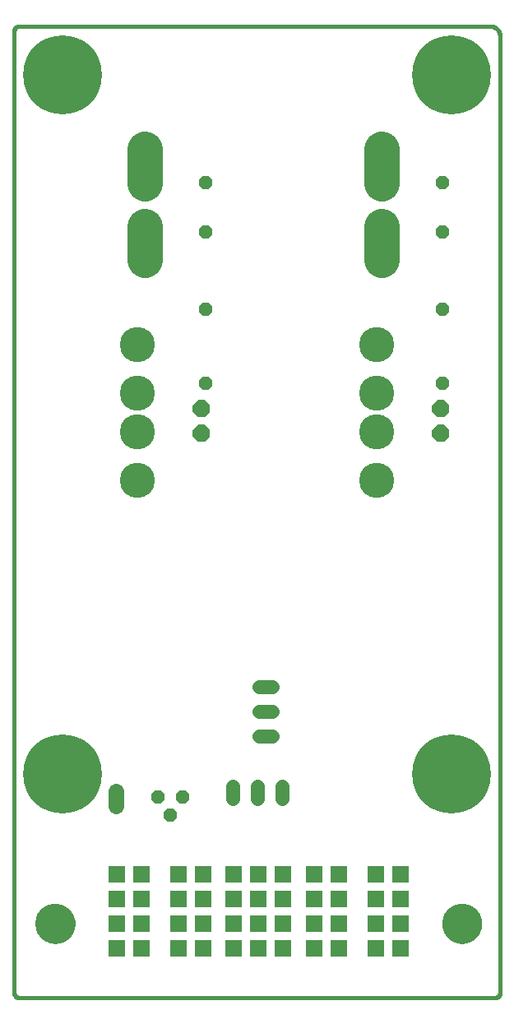
<source format=gts>
G75*
%MOIN*%
%OFA0B0*%
%FSLAX25Y25*%
%IPPOS*%
%LPD*%
%AMOC8*
5,1,8,0,0,1.08239X$1,22.5*
%
%ADD10C,0.01600*%
%ADD11C,0.00000*%
%ADD12C,0.16187*%
%ADD13R,0.06896X0.06896*%
%ADD14C,0.14180*%
%ADD15C,0.05400*%
%ADD16OC8,0.05600*%
%ADD17C,0.14243*%
%ADD18OC8,0.07000*%
%ADD19C,0.31896*%
%ADD20C,0.05600*%
%ADD21C,0.06400*%
D10*
X0025422Y0023454D02*
X0025422Y0413217D01*
X0025424Y0413303D01*
X0025429Y0413389D01*
X0025439Y0413474D01*
X0025452Y0413559D01*
X0025469Y0413643D01*
X0025489Y0413727D01*
X0025513Y0413809D01*
X0025541Y0413890D01*
X0025572Y0413971D01*
X0025606Y0414049D01*
X0025644Y0414126D01*
X0025686Y0414202D01*
X0025730Y0414275D01*
X0025778Y0414346D01*
X0025829Y0414416D01*
X0025883Y0414483D01*
X0025939Y0414547D01*
X0025999Y0414609D01*
X0026061Y0414669D01*
X0026125Y0414725D01*
X0026192Y0414779D01*
X0026262Y0414830D01*
X0026333Y0414878D01*
X0026407Y0414922D01*
X0026482Y0414964D01*
X0026559Y0415002D01*
X0026637Y0415036D01*
X0026718Y0415067D01*
X0026799Y0415095D01*
X0026881Y0415119D01*
X0026965Y0415139D01*
X0027049Y0415156D01*
X0027134Y0415169D01*
X0027219Y0415179D01*
X0027305Y0415184D01*
X0027391Y0415186D01*
X0218335Y0415186D01*
X0218459Y0415184D01*
X0218582Y0415178D01*
X0218706Y0415169D01*
X0218828Y0415155D01*
X0218951Y0415138D01*
X0219073Y0415116D01*
X0219194Y0415091D01*
X0219314Y0415062D01*
X0219433Y0415030D01*
X0219552Y0414993D01*
X0219669Y0414953D01*
X0219784Y0414910D01*
X0219899Y0414862D01*
X0220011Y0414811D01*
X0220122Y0414757D01*
X0220232Y0414699D01*
X0220339Y0414638D01*
X0220445Y0414573D01*
X0220548Y0414505D01*
X0220649Y0414434D01*
X0220748Y0414360D01*
X0220845Y0414283D01*
X0220939Y0414202D01*
X0221030Y0414119D01*
X0221119Y0414033D01*
X0221205Y0413944D01*
X0221288Y0413853D01*
X0221369Y0413759D01*
X0221446Y0413662D01*
X0221520Y0413563D01*
X0221591Y0413462D01*
X0221659Y0413359D01*
X0221724Y0413253D01*
X0221785Y0413146D01*
X0221843Y0413036D01*
X0221897Y0412925D01*
X0221948Y0412813D01*
X0221996Y0412698D01*
X0222039Y0412583D01*
X0222079Y0412466D01*
X0222116Y0412347D01*
X0222148Y0412228D01*
X0222177Y0412108D01*
X0222202Y0411987D01*
X0222224Y0411865D01*
X0222241Y0411742D01*
X0222255Y0411620D01*
X0222264Y0411496D01*
X0222270Y0411373D01*
X0222272Y0411249D01*
X0222272Y0023454D01*
X0222273Y0023454D02*
X0222271Y0023368D01*
X0222266Y0023282D01*
X0222256Y0023197D01*
X0222243Y0023112D01*
X0222226Y0023028D01*
X0222206Y0022944D01*
X0222182Y0022862D01*
X0222154Y0022781D01*
X0222123Y0022700D01*
X0222089Y0022622D01*
X0222051Y0022545D01*
X0222009Y0022469D01*
X0221965Y0022396D01*
X0221917Y0022325D01*
X0221866Y0022255D01*
X0221812Y0022188D01*
X0221756Y0022124D01*
X0221696Y0022062D01*
X0221634Y0022002D01*
X0221570Y0021946D01*
X0221503Y0021892D01*
X0221433Y0021841D01*
X0221362Y0021793D01*
X0221289Y0021749D01*
X0221213Y0021707D01*
X0221136Y0021669D01*
X0221058Y0021635D01*
X0220977Y0021604D01*
X0220896Y0021576D01*
X0220814Y0021552D01*
X0220730Y0021532D01*
X0220646Y0021515D01*
X0220561Y0021502D01*
X0220476Y0021492D01*
X0220390Y0021487D01*
X0220304Y0021485D01*
X0027391Y0021485D01*
X0027305Y0021487D01*
X0027219Y0021492D01*
X0027134Y0021502D01*
X0027049Y0021515D01*
X0026965Y0021532D01*
X0026881Y0021552D01*
X0026799Y0021576D01*
X0026718Y0021604D01*
X0026637Y0021635D01*
X0026559Y0021669D01*
X0026482Y0021707D01*
X0026406Y0021749D01*
X0026333Y0021793D01*
X0026262Y0021841D01*
X0026192Y0021892D01*
X0026125Y0021946D01*
X0026061Y0022002D01*
X0025999Y0022062D01*
X0025939Y0022124D01*
X0025883Y0022188D01*
X0025829Y0022255D01*
X0025778Y0022325D01*
X0025730Y0022396D01*
X0025686Y0022470D01*
X0025644Y0022545D01*
X0025606Y0022622D01*
X0025572Y0022700D01*
X0025541Y0022781D01*
X0025513Y0022862D01*
X0025489Y0022944D01*
X0025469Y0023028D01*
X0025452Y0023112D01*
X0025439Y0023197D01*
X0025429Y0023282D01*
X0025424Y0023368D01*
X0025422Y0023454D01*
D11*
X0034142Y0051485D02*
X0034144Y0051679D01*
X0034152Y0051872D01*
X0034163Y0052066D01*
X0034180Y0052259D01*
X0034201Y0052451D01*
X0034227Y0052643D01*
X0034258Y0052835D01*
X0034294Y0053025D01*
X0034334Y0053215D01*
X0034379Y0053403D01*
X0034428Y0053590D01*
X0034482Y0053777D01*
X0034540Y0053961D01*
X0034603Y0054144D01*
X0034671Y0054326D01*
X0034743Y0054506D01*
X0034819Y0054684D01*
X0034900Y0054860D01*
X0034985Y0055034D01*
X0035074Y0055206D01*
X0035168Y0055376D01*
X0035265Y0055543D01*
X0035367Y0055708D01*
X0035472Y0055871D01*
X0035582Y0056030D01*
X0035695Y0056187D01*
X0035813Y0056342D01*
X0035934Y0056493D01*
X0036059Y0056641D01*
X0036187Y0056786D01*
X0036319Y0056928D01*
X0036454Y0057067D01*
X0036593Y0057202D01*
X0036735Y0057334D01*
X0036880Y0057462D01*
X0037028Y0057587D01*
X0037179Y0057708D01*
X0037334Y0057826D01*
X0037491Y0057939D01*
X0037650Y0058049D01*
X0037813Y0058154D01*
X0037978Y0058256D01*
X0038145Y0058353D01*
X0038315Y0058447D01*
X0038487Y0058536D01*
X0038661Y0058621D01*
X0038837Y0058702D01*
X0039015Y0058778D01*
X0039195Y0058850D01*
X0039377Y0058918D01*
X0039560Y0058981D01*
X0039744Y0059039D01*
X0039931Y0059093D01*
X0040118Y0059142D01*
X0040306Y0059187D01*
X0040496Y0059227D01*
X0040686Y0059263D01*
X0040878Y0059294D01*
X0041070Y0059320D01*
X0041262Y0059341D01*
X0041455Y0059358D01*
X0041649Y0059369D01*
X0041842Y0059377D01*
X0042036Y0059379D01*
X0042230Y0059377D01*
X0042423Y0059369D01*
X0042617Y0059358D01*
X0042810Y0059341D01*
X0043002Y0059320D01*
X0043194Y0059294D01*
X0043386Y0059263D01*
X0043576Y0059227D01*
X0043766Y0059187D01*
X0043954Y0059142D01*
X0044141Y0059093D01*
X0044328Y0059039D01*
X0044512Y0058981D01*
X0044695Y0058918D01*
X0044877Y0058850D01*
X0045057Y0058778D01*
X0045235Y0058702D01*
X0045411Y0058621D01*
X0045585Y0058536D01*
X0045757Y0058447D01*
X0045927Y0058353D01*
X0046094Y0058256D01*
X0046259Y0058154D01*
X0046422Y0058049D01*
X0046581Y0057939D01*
X0046738Y0057826D01*
X0046893Y0057708D01*
X0047044Y0057587D01*
X0047192Y0057462D01*
X0047337Y0057334D01*
X0047479Y0057202D01*
X0047618Y0057067D01*
X0047753Y0056928D01*
X0047885Y0056786D01*
X0048013Y0056641D01*
X0048138Y0056493D01*
X0048259Y0056342D01*
X0048377Y0056187D01*
X0048490Y0056030D01*
X0048600Y0055871D01*
X0048705Y0055708D01*
X0048807Y0055543D01*
X0048904Y0055376D01*
X0048998Y0055206D01*
X0049087Y0055034D01*
X0049172Y0054860D01*
X0049253Y0054684D01*
X0049329Y0054506D01*
X0049401Y0054326D01*
X0049469Y0054144D01*
X0049532Y0053961D01*
X0049590Y0053777D01*
X0049644Y0053590D01*
X0049693Y0053403D01*
X0049738Y0053215D01*
X0049778Y0053025D01*
X0049814Y0052835D01*
X0049845Y0052643D01*
X0049871Y0052451D01*
X0049892Y0052259D01*
X0049909Y0052066D01*
X0049920Y0051872D01*
X0049928Y0051679D01*
X0049930Y0051485D01*
X0049928Y0051291D01*
X0049920Y0051098D01*
X0049909Y0050904D01*
X0049892Y0050711D01*
X0049871Y0050519D01*
X0049845Y0050327D01*
X0049814Y0050135D01*
X0049778Y0049945D01*
X0049738Y0049755D01*
X0049693Y0049567D01*
X0049644Y0049380D01*
X0049590Y0049193D01*
X0049532Y0049009D01*
X0049469Y0048826D01*
X0049401Y0048644D01*
X0049329Y0048464D01*
X0049253Y0048286D01*
X0049172Y0048110D01*
X0049087Y0047936D01*
X0048998Y0047764D01*
X0048904Y0047594D01*
X0048807Y0047427D01*
X0048705Y0047262D01*
X0048600Y0047099D01*
X0048490Y0046940D01*
X0048377Y0046783D01*
X0048259Y0046628D01*
X0048138Y0046477D01*
X0048013Y0046329D01*
X0047885Y0046184D01*
X0047753Y0046042D01*
X0047618Y0045903D01*
X0047479Y0045768D01*
X0047337Y0045636D01*
X0047192Y0045508D01*
X0047044Y0045383D01*
X0046893Y0045262D01*
X0046738Y0045144D01*
X0046581Y0045031D01*
X0046422Y0044921D01*
X0046259Y0044816D01*
X0046094Y0044714D01*
X0045927Y0044617D01*
X0045757Y0044523D01*
X0045585Y0044434D01*
X0045411Y0044349D01*
X0045235Y0044268D01*
X0045057Y0044192D01*
X0044877Y0044120D01*
X0044695Y0044052D01*
X0044512Y0043989D01*
X0044328Y0043931D01*
X0044141Y0043877D01*
X0043954Y0043828D01*
X0043766Y0043783D01*
X0043576Y0043743D01*
X0043386Y0043707D01*
X0043194Y0043676D01*
X0043002Y0043650D01*
X0042810Y0043629D01*
X0042617Y0043612D01*
X0042423Y0043601D01*
X0042230Y0043593D01*
X0042036Y0043591D01*
X0041842Y0043593D01*
X0041649Y0043601D01*
X0041455Y0043612D01*
X0041262Y0043629D01*
X0041070Y0043650D01*
X0040878Y0043676D01*
X0040686Y0043707D01*
X0040496Y0043743D01*
X0040306Y0043783D01*
X0040118Y0043828D01*
X0039931Y0043877D01*
X0039744Y0043931D01*
X0039560Y0043989D01*
X0039377Y0044052D01*
X0039195Y0044120D01*
X0039015Y0044192D01*
X0038837Y0044268D01*
X0038661Y0044349D01*
X0038487Y0044434D01*
X0038315Y0044523D01*
X0038145Y0044617D01*
X0037978Y0044714D01*
X0037813Y0044816D01*
X0037650Y0044921D01*
X0037491Y0045031D01*
X0037334Y0045144D01*
X0037179Y0045262D01*
X0037028Y0045383D01*
X0036880Y0045508D01*
X0036735Y0045636D01*
X0036593Y0045768D01*
X0036454Y0045903D01*
X0036319Y0046042D01*
X0036187Y0046184D01*
X0036059Y0046329D01*
X0035934Y0046477D01*
X0035813Y0046628D01*
X0035695Y0046783D01*
X0035582Y0046940D01*
X0035472Y0047099D01*
X0035367Y0047262D01*
X0035265Y0047427D01*
X0035168Y0047594D01*
X0035074Y0047764D01*
X0034985Y0047936D01*
X0034900Y0048110D01*
X0034819Y0048286D01*
X0034743Y0048464D01*
X0034671Y0048644D01*
X0034603Y0048826D01*
X0034540Y0049009D01*
X0034482Y0049193D01*
X0034428Y0049380D01*
X0034379Y0049567D01*
X0034334Y0049755D01*
X0034294Y0049945D01*
X0034258Y0050135D01*
X0034227Y0050327D01*
X0034201Y0050519D01*
X0034180Y0050711D01*
X0034163Y0050904D01*
X0034152Y0051098D01*
X0034144Y0051291D01*
X0034142Y0051485D01*
X0075835Y0319517D02*
X0075837Y0319616D01*
X0075843Y0319716D01*
X0075853Y0319815D01*
X0075867Y0319913D01*
X0075884Y0320011D01*
X0075906Y0320108D01*
X0075931Y0320204D01*
X0075960Y0320299D01*
X0075993Y0320393D01*
X0076030Y0320485D01*
X0076070Y0320576D01*
X0076114Y0320665D01*
X0076162Y0320753D01*
X0076213Y0320838D01*
X0076267Y0320921D01*
X0076324Y0321003D01*
X0076385Y0321081D01*
X0076449Y0321158D01*
X0076515Y0321231D01*
X0076585Y0321302D01*
X0076657Y0321370D01*
X0076732Y0321436D01*
X0076810Y0321498D01*
X0076890Y0321557D01*
X0076972Y0321613D01*
X0077056Y0321665D01*
X0077143Y0321714D01*
X0077231Y0321760D01*
X0077321Y0321802D01*
X0077413Y0321841D01*
X0077506Y0321876D01*
X0077600Y0321907D01*
X0077696Y0321934D01*
X0077793Y0321957D01*
X0077890Y0321977D01*
X0077988Y0321993D01*
X0078087Y0322005D01*
X0078186Y0322013D01*
X0078285Y0322017D01*
X0078385Y0322017D01*
X0078484Y0322013D01*
X0078583Y0322005D01*
X0078682Y0321993D01*
X0078780Y0321977D01*
X0078877Y0321957D01*
X0078974Y0321934D01*
X0079070Y0321907D01*
X0079164Y0321876D01*
X0079257Y0321841D01*
X0079349Y0321802D01*
X0079439Y0321760D01*
X0079527Y0321714D01*
X0079614Y0321665D01*
X0079698Y0321613D01*
X0079780Y0321557D01*
X0079860Y0321498D01*
X0079938Y0321436D01*
X0080013Y0321370D01*
X0080085Y0321302D01*
X0080155Y0321231D01*
X0080221Y0321158D01*
X0080285Y0321081D01*
X0080346Y0321003D01*
X0080403Y0320921D01*
X0080457Y0320838D01*
X0080508Y0320753D01*
X0080556Y0320665D01*
X0080600Y0320576D01*
X0080640Y0320485D01*
X0080677Y0320393D01*
X0080710Y0320299D01*
X0080739Y0320204D01*
X0080764Y0320108D01*
X0080786Y0320011D01*
X0080803Y0319913D01*
X0080817Y0319815D01*
X0080827Y0319716D01*
X0080833Y0319616D01*
X0080835Y0319517D01*
X0080833Y0319418D01*
X0080827Y0319318D01*
X0080817Y0319219D01*
X0080803Y0319121D01*
X0080786Y0319023D01*
X0080764Y0318926D01*
X0080739Y0318830D01*
X0080710Y0318735D01*
X0080677Y0318641D01*
X0080640Y0318549D01*
X0080600Y0318458D01*
X0080556Y0318369D01*
X0080508Y0318281D01*
X0080457Y0318196D01*
X0080403Y0318113D01*
X0080346Y0318031D01*
X0080285Y0317953D01*
X0080221Y0317876D01*
X0080155Y0317803D01*
X0080085Y0317732D01*
X0080013Y0317664D01*
X0079938Y0317598D01*
X0079860Y0317536D01*
X0079780Y0317477D01*
X0079698Y0317421D01*
X0079614Y0317369D01*
X0079527Y0317320D01*
X0079439Y0317274D01*
X0079349Y0317232D01*
X0079257Y0317193D01*
X0079164Y0317158D01*
X0079070Y0317127D01*
X0078974Y0317100D01*
X0078877Y0317077D01*
X0078780Y0317057D01*
X0078682Y0317041D01*
X0078583Y0317029D01*
X0078484Y0317021D01*
X0078385Y0317017D01*
X0078285Y0317017D01*
X0078186Y0317021D01*
X0078087Y0317029D01*
X0077988Y0317041D01*
X0077890Y0317057D01*
X0077793Y0317077D01*
X0077696Y0317100D01*
X0077600Y0317127D01*
X0077506Y0317158D01*
X0077413Y0317193D01*
X0077321Y0317232D01*
X0077231Y0317274D01*
X0077143Y0317320D01*
X0077056Y0317369D01*
X0076972Y0317421D01*
X0076890Y0317477D01*
X0076810Y0317536D01*
X0076732Y0317598D01*
X0076657Y0317664D01*
X0076585Y0317732D01*
X0076515Y0317803D01*
X0076449Y0317876D01*
X0076385Y0317953D01*
X0076324Y0318031D01*
X0076267Y0318113D01*
X0076213Y0318196D01*
X0076162Y0318281D01*
X0076114Y0318369D01*
X0076070Y0318458D01*
X0076030Y0318549D01*
X0075993Y0318641D01*
X0075960Y0318735D01*
X0075931Y0318830D01*
X0075906Y0318926D01*
X0075884Y0319023D01*
X0075867Y0319121D01*
X0075853Y0319219D01*
X0075843Y0319318D01*
X0075837Y0319418D01*
X0075835Y0319517D01*
X0075835Y0320017D02*
X0075837Y0320116D01*
X0075843Y0320216D01*
X0075853Y0320315D01*
X0075867Y0320413D01*
X0075884Y0320511D01*
X0075906Y0320608D01*
X0075931Y0320704D01*
X0075960Y0320799D01*
X0075993Y0320893D01*
X0076030Y0320985D01*
X0076070Y0321076D01*
X0076114Y0321165D01*
X0076162Y0321253D01*
X0076213Y0321338D01*
X0076267Y0321421D01*
X0076324Y0321503D01*
X0076385Y0321581D01*
X0076449Y0321658D01*
X0076515Y0321731D01*
X0076585Y0321802D01*
X0076657Y0321870D01*
X0076732Y0321936D01*
X0076810Y0321998D01*
X0076890Y0322057D01*
X0076972Y0322113D01*
X0077056Y0322165D01*
X0077143Y0322214D01*
X0077231Y0322260D01*
X0077321Y0322302D01*
X0077413Y0322341D01*
X0077506Y0322376D01*
X0077600Y0322407D01*
X0077696Y0322434D01*
X0077793Y0322457D01*
X0077890Y0322477D01*
X0077988Y0322493D01*
X0078087Y0322505D01*
X0078186Y0322513D01*
X0078285Y0322517D01*
X0078385Y0322517D01*
X0078484Y0322513D01*
X0078583Y0322505D01*
X0078682Y0322493D01*
X0078780Y0322477D01*
X0078877Y0322457D01*
X0078974Y0322434D01*
X0079070Y0322407D01*
X0079164Y0322376D01*
X0079257Y0322341D01*
X0079349Y0322302D01*
X0079439Y0322260D01*
X0079527Y0322214D01*
X0079614Y0322165D01*
X0079698Y0322113D01*
X0079780Y0322057D01*
X0079860Y0321998D01*
X0079938Y0321936D01*
X0080013Y0321870D01*
X0080085Y0321802D01*
X0080155Y0321731D01*
X0080221Y0321658D01*
X0080285Y0321581D01*
X0080346Y0321503D01*
X0080403Y0321421D01*
X0080457Y0321338D01*
X0080508Y0321253D01*
X0080556Y0321165D01*
X0080600Y0321076D01*
X0080640Y0320985D01*
X0080677Y0320893D01*
X0080710Y0320799D01*
X0080739Y0320704D01*
X0080764Y0320608D01*
X0080786Y0320511D01*
X0080803Y0320413D01*
X0080817Y0320315D01*
X0080827Y0320216D01*
X0080833Y0320116D01*
X0080835Y0320017D01*
X0080833Y0319918D01*
X0080827Y0319818D01*
X0080817Y0319719D01*
X0080803Y0319621D01*
X0080786Y0319523D01*
X0080764Y0319426D01*
X0080739Y0319330D01*
X0080710Y0319235D01*
X0080677Y0319141D01*
X0080640Y0319049D01*
X0080600Y0318958D01*
X0080556Y0318869D01*
X0080508Y0318781D01*
X0080457Y0318696D01*
X0080403Y0318613D01*
X0080346Y0318531D01*
X0080285Y0318453D01*
X0080221Y0318376D01*
X0080155Y0318303D01*
X0080085Y0318232D01*
X0080013Y0318164D01*
X0079938Y0318098D01*
X0079860Y0318036D01*
X0079780Y0317977D01*
X0079698Y0317921D01*
X0079614Y0317869D01*
X0079527Y0317820D01*
X0079439Y0317774D01*
X0079349Y0317732D01*
X0079257Y0317693D01*
X0079164Y0317658D01*
X0079070Y0317627D01*
X0078974Y0317600D01*
X0078877Y0317577D01*
X0078780Y0317557D01*
X0078682Y0317541D01*
X0078583Y0317529D01*
X0078484Y0317521D01*
X0078385Y0317517D01*
X0078285Y0317517D01*
X0078186Y0317521D01*
X0078087Y0317529D01*
X0077988Y0317541D01*
X0077890Y0317557D01*
X0077793Y0317577D01*
X0077696Y0317600D01*
X0077600Y0317627D01*
X0077506Y0317658D01*
X0077413Y0317693D01*
X0077321Y0317732D01*
X0077231Y0317774D01*
X0077143Y0317820D01*
X0077056Y0317869D01*
X0076972Y0317921D01*
X0076890Y0317977D01*
X0076810Y0318036D01*
X0076732Y0318098D01*
X0076657Y0318164D01*
X0076585Y0318232D01*
X0076515Y0318303D01*
X0076449Y0318376D01*
X0076385Y0318453D01*
X0076324Y0318531D01*
X0076267Y0318613D01*
X0076213Y0318696D01*
X0076162Y0318781D01*
X0076114Y0318869D01*
X0076070Y0318958D01*
X0076030Y0319049D01*
X0075993Y0319141D01*
X0075960Y0319235D01*
X0075931Y0319330D01*
X0075906Y0319426D01*
X0075884Y0319523D01*
X0075867Y0319621D01*
X0075853Y0319719D01*
X0075843Y0319818D01*
X0075837Y0319918D01*
X0075835Y0320017D01*
X0075835Y0320517D02*
X0075837Y0320616D01*
X0075843Y0320716D01*
X0075853Y0320815D01*
X0075867Y0320913D01*
X0075884Y0321011D01*
X0075906Y0321108D01*
X0075931Y0321204D01*
X0075960Y0321299D01*
X0075993Y0321393D01*
X0076030Y0321485D01*
X0076070Y0321576D01*
X0076114Y0321665D01*
X0076162Y0321753D01*
X0076213Y0321838D01*
X0076267Y0321921D01*
X0076324Y0322003D01*
X0076385Y0322081D01*
X0076449Y0322158D01*
X0076515Y0322231D01*
X0076585Y0322302D01*
X0076657Y0322370D01*
X0076732Y0322436D01*
X0076810Y0322498D01*
X0076890Y0322557D01*
X0076972Y0322613D01*
X0077056Y0322665D01*
X0077143Y0322714D01*
X0077231Y0322760D01*
X0077321Y0322802D01*
X0077413Y0322841D01*
X0077506Y0322876D01*
X0077600Y0322907D01*
X0077696Y0322934D01*
X0077793Y0322957D01*
X0077890Y0322977D01*
X0077988Y0322993D01*
X0078087Y0323005D01*
X0078186Y0323013D01*
X0078285Y0323017D01*
X0078385Y0323017D01*
X0078484Y0323013D01*
X0078583Y0323005D01*
X0078682Y0322993D01*
X0078780Y0322977D01*
X0078877Y0322957D01*
X0078974Y0322934D01*
X0079070Y0322907D01*
X0079164Y0322876D01*
X0079257Y0322841D01*
X0079349Y0322802D01*
X0079439Y0322760D01*
X0079527Y0322714D01*
X0079614Y0322665D01*
X0079698Y0322613D01*
X0079780Y0322557D01*
X0079860Y0322498D01*
X0079938Y0322436D01*
X0080013Y0322370D01*
X0080085Y0322302D01*
X0080155Y0322231D01*
X0080221Y0322158D01*
X0080285Y0322081D01*
X0080346Y0322003D01*
X0080403Y0321921D01*
X0080457Y0321838D01*
X0080508Y0321753D01*
X0080556Y0321665D01*
X0080600Y0321576D01*
X0080640Y0321485D01*
X0080677Y0321393D01*
X0080710Y0321299D01*
X0080739Y0321204D01*
X0080764Y0321108D01*
X0080786Y0321011D01*
X0080803Y0320913D01*
X0080817Y0320815D01*
X0080827Y0320716D01*
X0080833Y0320616D01*
X0080835Y0320517D01*
X0080833Y0320418D01*
X0080827Y0320318D01*
X0080817Y0320219D01*
X0080803Y0320121D01*
X0080786Y0320023D01*
X0080764Y0319926D01*
X0080739Y0319830D01*
X0080710Y0319735D01*
X0080677Y0319641D01*
X0080640Y0319549D01*
X0080600Y0319458D01*
X0080556Y0319369D01*
X0080508Y0319281D01*
X0080457Y0319196D01*
X0080403Y0319113D01*
X0080346Y0319031D01*
X0080285Y0318953D01*
X0080221Y0318876D01*
X0080155Y0318803D01*
X0080085Y0318732D01*
X0080013Y0318664D01*
X0079938Y0318598D01*
X0079860Y0318536D01*
X0079780Y0318477D01*
X0079698Y0318421D01*
X0079614Y0318369D01*
X0079527Y0318320D01*
X0079439Y0318274D01*
X0079349Y0318232D01*
X0079257Y0318193D01*
X0079164Y0318158D01*
X0079070Y0318127D01*
X0078974Y0318100D01*
X0078877Y0318077D01*
X0078780Y0318057D01*
X0078682Y0318041D01*
X0078583Y0318029D01*
X0078484Y0318021D01*
X0078385Y0318017D01*
X0078285Y0318017D01*
X0078186Y0318021D01*
X0078087Y0318029D01*
X0077988Y0318041D01*
X0077890Y0318057D01*
X0077793Y0318077D01*
X0077696Y0318100D01*
X0077600Y0318127D01*
X0077506Y0318158D01*
X0077413Y0318193D01*
X0077321Y0318232D01*
X0077231Y0318274D01*
X0077143Y0318320D01*
X0077056Y0318369D01*
X0076972Y0318421D01*
X0076890Y0318477D01*
X0076810Y0318536D01*
X0076732Y0318598D01*
X0076657Y0318664D01*
X0076585Y0318732D01*
X0076515Y0318803D01*
X0076449Y0318876D01*
X0076385Y0318953D01*
X0076324Y0319031D01*
X0076267Y0319113D01*
X0076213Y0319196D01*
X0076162Y0319281D01*
X0076114Y0319369D01*
X0076070Y0319458D01*
X0076030Y0319549D01*
X0075993Y0319641D01*
X0075960Y0319735D01*
X0075931Y0319830D01*
X0075906Y0319926D01*
X0075884Y0320023D01*
X0075867Y0320121D01*
X0075853Y0320219D01*
X0075843Y0320318D01*
X0075837Y0320418D01*
X0075835Y0320517D01*
X0075835Y0321017D02*
X0075837Y0321116D01*
X0075843Y0321216D01*
X0075853Y0321315D01*
X0075867Y0321413D01*
X0075884Y0321511D01*
X0075906Y0321608D01*
X0075931Y0321704D01*
X0075960Y0321799D01*
X0075993Y0321893D01*
X0076030Y0321985D01*
X0076070Y0322076D01*
X0076114Y0322165D01*
X0076162Y0322253D01*
X0076213Y0322338D01*
X0076267Y0322421D01*
X0076324Y0322503D01*
X0076385Y0322581D01*
X0076449Y0322658D01*
X0076515Y0322731D01*
X0076585Y0322802D01*
X0076657Y0322870D01*
X0076732Y0322936D01*
X0076810Y0322998D01*
X0076890Y0323057D01*
X0076972Y0323113D01*
X0077056Y0323165D01*
X0077143Y0323214D01*
X0077231Y0323260D01*
X0077321Y0323302D01*
X0077413Y0323341D01*
X0077506Y0323376D01*
X0077600Y0323407D01*
X0077696Y0323434D01*
X0077793Y0323457D01*
X0077890Y0323477D01*
X0077988Y0323493D01*
X0078087Y0323505D01*
X0078186Y0323513D01*
X0078285Y0323517D01*
X0078385Y0323517D01*
X0078484Y0323513D01*
X0078583Y0323505D01*
X0078682Y0323493D01*
X0078780Y0323477D01*
X0078877Y0323457D01*
X0078974Y0323434D01*
X0079070Y0323407D01*
X0079164Y0323376D01*
X0079257Y0323341D01*
X0079349Y0323302D01*
X0079439Y0323260D01*
X0079527Y0323214D01*
X0079614Y0323165D01*
X0079698Y0323113D01*
X0079780Y0323057D01*
X0079860Y0322998D01*
X0079938Y0322936D01*
X0080013Y0322870D01*
X0080085Y0322802D01*
X0080155Y0322731D01*
X0080221Y0322658D01*
X0080285Y0322581D01*
X0080346Y0322503D01*
X0080403Y0322421D01*
X0080457Y0322338D01*
X0080508Y0322253D01*
X0080556Y0322165D01*
X0080600Y0322076D01*
X0080640Y0321985D01*
X0080677Y0321893D01*
X0080710Y0321799D01*
X0080739Y0321704D01*
X0080764Y0321608D01*
X0080786Y0321511D01*
X0080803Y0321413D01*
X0080817Y0321315D01*
X0080827Y0321216D01*
X0080833Y0321116D01*
X0080835Y0321017D01*
X0080833Y0320918D01*
X0080827Y0320818D01*
X0080817Y0320719D01*
X0080803Y0320621D01*
X0080786Y0320523D01*
X0080764Y0320426D01*
X0080739Y0320330D01*
X0080710Y0320235D01*
X0080677Y0320141D01*
X0080640Y0320049D01*
X0080600Y0319958D01*
X0080556Y0319869D01*
X0080508Y0319781D01*
X0080457Y0319696D01*
X0080403Y0319613D01*
X0080346Y0319531D01*
X0080285Y0319453D01*
X0080221Y0319376D01*
X0080155Y0319303D01*
X0080085Y0319232D01*
X0080013Y0319164D01*
X0079938Y0319098D01*
X0079860Y0319036D01*
X0079780Y0318977D01*
X0079698Y0318921D01*
X0079614Y0318869D01*
X0079527Y0318820D01*
X0079439Y0318774D01*
X0079349Y0318732D01*
X0079257Y0318693D01*
X0079164Y0318658D01*
X0079070Y0318627D01*
X0078974Y0318600D01*
X0078877Y0318577D01*
X0078780Y0318557D01*
X0078682Y0318541D01*
X0078583Y0318529D01*
X0078484Y0318521D01*
X0078385Y0318517D01*
X0078285Y0318517D01*
X0078186Y0318521D01*
X0078087Y0318529D01*
X0077988Y0318541D01*
X0077890Y0318557D01*
X0077793Y0318577D01*
X0077696Y0318600D01*
X0077600Y0318627D01*
X0077506Y0318658D01*
X0077413Y0318693D01*
X0077321Y0318732D01*
X0077231Y0318774D01*
X0077143Y0318820D01*
X0077056Y0318869D01*
X0076972Y0318921D01*
X0076890Y0318977D01*
X0076810Y0319036D01*
X0076732Y0319098D01*
X0076657Y0319164D01*
X0076585Y0319232D01*
X0076515Y0319303D01*
X0076449Y0319376D01*
X0076385Y0319453D01*
X0076324Y0319531D01*
X0076267Y0319613D01*
X0076213Y0319696D01*
X0076162Y0319781D01*
X0076114Y0319869D01*
X0076070Y0319958D01*
X0076030Y0320049D01*
X0075993Y0320141D01*
X0075960Y0320235D01*
X0075931Y0320330D01*
X0075906Y0320426D01*
X0075884Y0320523D01*
X0075867Y0320621D01*
X0075853Y0320719D01*
X0075843Y0320818D01*
X0075837Y0320918D01*
X0075835Y0321017D01*
X0075835Y0321517D02*
X0075837Y0321616D01*
X0075843Y0321716D01*
X0075853Y0321815D01*
X0075867Y0321913D01*
X0075884Y0322011D01*
X0075906Y0322108D01*
X0075931Y0322204D01*
X0075960Y0322299D01*
X0075993Y0322393D01*
X0076030Y0322485D01*
X0076070Y0322576D01*
X0076114Y0322665D01*
X0076162Y0322753D01*
X0076213Y0322838D01*
X0076267Y0322921D01*
X0076324Y0323003D01*
X0076385Y0323081D01*
X0076449Y0323158D01*
X0076515Y0323231D01*
X0076585Y0323302D01*
X0076657Y0323370D01*
X0076732Y0323436D01*
X0076810Y0323498D01*
X0076890Y0323557D01*
X0076972Y0323613D01*
X0077056Y0323665D01*
X0077143Y0323714D01*
X0077231Y0323760D01*
X0077321Y0323802D01*
X0077413Y0323841D01*
X0077506Y0323876D01*
X0077600Y0323907D01*
X0077696Y0323934D01*
X0077793Y0323957D01*
X0077890Y0323977D01*
X0077988Y0323993D01*
X0078087Y0324005D01*
X0078186Y0324013D01*
X0078285Y0324017D01*
X0078385Y0324017D01*
X0078484Y0324013D01*
X0078583Y0324005D01*
X0078682Y0323993D01*
X0078780Y0323977D01*
X0078877Y0323957D01*
X0078974Y0323934D01*
X0079070Y0323907D01*
X0079164Y0323876D01*
X0079257Y0323841D01*
X0079349Y0323802D01*
X0079439Y0323760D01*
X0079527Y0323714D01*
X0079614Y0323665D01*
X0079698Y0323613D01*
X0079780Y0323557D01*
X0079860Y0323498D01*
X0079938Y0323436D01*
X0080013Y0323370D01*
X0080085Y0323302D01*
X0080155Y0323231D01*
X0080221Y0323158D01*
X0080285Y0323081D01*
X0080346Y0323003D01*
X0080403Y0322921D01*
X0080457Y0322838D01*
X0080508Y0322753D01*
X0080556Y0322665D01*
X0080600Y0322576D01*
X0080640Y0322485D01*
X0080677Y0322393D01*
X0080710Y0322299D01*
X0080739Y0322204D01*
X0080764Y0322108D01*
X0080786Y0322011D01*
X0080803Y0321913D01*
X0080817Y0321815D01*
X0080827Y0321716D01*
X0080833Y0321616D01*
X0080835Y0321517D01*
X0080833Y0321418D01*
X0080827Y0321318D01*
X0080817Y0321219D01*
X0080803Y0321121D01*
X0080786Y0321023D01*
X0080764Y0320926D01*
X0080739Y0320830D01*
X0080710Y0320735D01*
X0080677Y0320641D01*
X0080640Y0320549D01*
X0080600Y0320458D01*
X0080556Y0320369D01*
X0080508Y0320281D01*
X0080457Y0320196D01*
X0080403Y0320113D01*
X0080346Y0320031D01*
X0080285Y0319953D01*
X0080221Y0319876D01*
X0080155Y0319803D01*
X0080085Y0319732D01*
X0080013Y0319664D01*
X0079938Y0319598D01*
X0079860Y0319536D01*
X0079780Y0319477D01*
X0079698Y0319421D01*
X0079614Y0319369D01*
X0079527Y0319320D01*
X0079439Y0319274D01*
X0079349Y0319232D01*
X0079257Y0319193D01*
X0079164Y0319158D01*
X0079070Y0319127D01*
X0078974Y0319100D01*
X0078877Y0319077D01*
X0078780Y0319057D01*
X0078682Y0319041D01*
X0078583Y0319029D01*
X0078484Y0319021D01*
X0078385Y0319017D01*
X0078285Y0319017D01*
X0078186Y0319021D01*
X0078087Y0319029D01*
X0077988Y0319041D01*
X0077890Y0319057D01*
X0077793Y0319077D01*
X0077696Y0319100D01*
X0077600Y0319127D01*
X0077506Y0319158D01*
X0077413Y0319193D01*
X0077321Y0319232D01*
X0077231Y0319274D01*
X0077143Y0319320D01*
X0077056Y0319369D01*
X0076972Y0319421D01*
X0076890Y0319477D01*
X0076810Y0319536D01*
X0076732Y0319598D01*
X0076657Y0319664D01*
X0076585Y0319732D01*
X0076515Y0319803D01*
X0076449Y0319876D01*
X0076385Y0319953D01*
X0076324Y0320031D01*
X0076267Y0320113D01*
X0076213Y0320196D01*
X0076162Y0320281D01*
X0076114Y0320369D01*
X0076070Y0320458D01*
X0076030Y0320549D01*
X0075993Y0320641D01*
X0075960Y0320735D01*
X0075931Y0320830D01*
X0075906Y0320926D01*
X0075884Y0321023D01*
X0075867Y0321121D01*
X0075853Y0321219D01*
X0075843Y0321318D01*
X0075837Y0321418D01*
X0075835Y0321517D01*
X0075835Y0322017D02*
X0075837Y0322116D01*
X0075843Y0322216D01*
X0075853Y0322315D01*
X0075867Y0322413D01*
X0075884Y0322511D01*
X0075906Y0322608D01*
X0075931Y0322704D01*
X0075960Y0322799D01*
X0075993Y0322893D01*
X0076030Y0322985D01*
X0076070Y0323076D01*
X0076114Y0323165D01*
X0076162Y0323253D01*
X0076213Y0323338D01*
X0076267Y0323421D01*
X0076324Y0323503D01*
X0076385Y0323581D01*
X0076449Y0323658D01*
X0076515Y0323731D01*
X0076585Y0323802D01*
X0076657Y0323870D01*
X0076732Y0323936D01*
X0076810Y0323998D01*
X0076890Y0324057D01*
X0076972Y0324113D01*
X0077056Y0324165D01*
X0077143Y0324214D01*
X0077231Y0324260D01*
X0077321Y0324302D01*
X0077413Y0324341D01*
X0077506Y0324376D01*
X0077600Y0324407D01*
X0077696Y0324434D01*
X0077793Y0324457D01*
X0077890Y0324477D01*
X0077988Y0324493D01*
X0078087Y0324505D01*
X0078186Y0324513D01*
X0078285Y0324517D01*
X0078385Y0324517D01*
X0078484Y0324513D01*
X0078583Y0324505D01*
X0078682Y0324493D01*
X0078780Y0324477D01*
X0078877Y0324457D01*
X0078974Y0324434D01*
X0079070Y0324407D01*
X0079164Y0324376D01*
X0079257Y0324341D01*
X0079349Y0324302D01*
X0079439Y0324260D01*
X0079527Y0324214D01*
X0079614Y0324165D01*
X0079698Y0324113D01*
X0079780Y0324057D01*
X0079860Y0323998D01*
X0079938Y0323936D01*
X0080013Y0323870D01*
X0080085Y0323802D01*
X0080155Y0323731D01*
X0080221Y0323658D01*
X0080285Y0323581D01*
X0080346Y0323503D01*
X0080403Y0323421D01*
X0080457Y0323338D01*
X0080508Y0323253D01*
X0080556Y0323165D01*
X0080600Y0323076D01*
X0080640Y0322985D01*
X0080677Y0322893D01*
X0080710Y0322799D01*
X0080739Y0322704D01*
X0080764Y0322608D01*
X0080786Y0322511D01*
X0080803Y0322413D01*
X0080817Y0322315D01*
X0080827Y0322216D01*
X0080833Y0322116D01*
X0080835Y0322017D01*
X0080833Y0321918D01*
X0080827Y0321818D01*
X0080817Y0321719D01*
X0080803Y0321621D01*
X0080786Y0321523D01*
X0080764Y0321426D01*
X0080739Y0321330D01*
X0080710Y0321235D01*
X0080677Y0321141D01*
X0080640Y0321049D01*
X0080600Y0320958D01*
X0080556Y0320869D01*
X0080508Y0320781D01*
X0080457Y0320696D01*
X0080403Y0320613D01*
X0080346Y0320531D01*
X0080285Y0320453D01*
X0080221Y0320376D01*
X0080155Y0320303D01*
X0080085Y0320232D01*
X0080013Y0320164D01*
X0079938Y0320098D01*
X0079860Y0320036D01*
X0079780Y0319977D01*
X0079698Y0319921D01*
X0079614Y0319869D01*
X0079527Y0319820D01*
X0079439Y0319774D01*
X0079349Y0319732D01*
X0079257Y0319693D01*
X0079164Y0319658D01*
X0079070Y0319627D01*
X0078974Y0319600D01*
X0078877Y0319577D01*
X0078780Y0319557D01*
X0078682Y0319541D01*
X0078583Y0319529D01*
X0078484Y0319521D01*
X0078385Y0319517D01*
X0078285Y0319517D01*
X0078186Y0319521D01*
X0078087Y0319529D01*
X0077988Y0319541D01*
X0077890Y0319557D01*
X0077793Y0319577D01*
X0077696Y0319600D01*
X0077600Y0319627D01*
X0077506Y0319658D01*
X0077413Y0319693D01*
X0077321Y0319732D01*
X0077231Y0319774D01*
X0077143Y0319820D01*
X0077056Y0319869D01*
X0076972Y0319921D01*
X0076890Y0319977D01*
X0076810Y0320036D01*
X0076732Y0320098D01*
X0076657Y0320164D01*
X0076585Y0320232D01*
X0076515Y0320303D01*
X0076449Y0320376D01*
X0076385Y0320453D01*
X0076324Y0320531D01*
X0076267Y0320613D01*
X0076213Y0320696D01*
X0076162Y0320781D01*
X0076114Y0320869D01*
X0076070Y0320958D01*
X0076030Y0321049D01*
X0075993Y0321141D01*
X0075960Y0321235D01*
X0075931Y0321330D01*
X0075906Y0321426D01*
X0075884Y0321523D01*
X0075867Y0321621D01*
X0075853Y0321719D01*
X0075843Y0321818D01*
X0075837Y0321918D01*
X0075835Y0322017D01*
X0075835Y0322517D02*
X0075837Y0322616D01*
X0075843Y0322716D01*
X0075853Y0322815D01*
X0075867Y0322913D01*
X0075884Y0323011D01*
X0075906Y0323108D01*
X0075931Y0323204D01*
X0075960Y0323299D01*
X0075993Y0323393D01*
X0076030Y0323485D01*
X0076070Y0323576D01*
X0076114Y0323665D01*
X0076162Y0323753D01*
X0076213Y0323838D01*
X0076267Y0323921D01*
X0076324Y0324003D01*
X0076385Y0324081D01*
X0076449Y0324158D01*
X0076515Y0324231D01*
X0076585Y0324302D01*
X0076657Y0324370D01*
X0076732Y0324436D01*
X0076810Y0324498D01*
X0076890Y0324557D01*
X0076972Y0324613D01*
X0077056Y0324665D01*
X0077143Y0324714D01*
X0077231Y0324760D01*
X0077321Y0324802D01*
X0077413Y0324841D01*
X0077506Y0324876D01*
X0077600Y0324907D01*
X0077696Y0324934D01*
X0077793Y0324957D01*
X0077890Y0324977D01*
X0077988Y0324993D01*
X0078087Y0325005D01*
X0078186Y0325013D01*
X0078285Y0325017D01*
X0078385Y0325017D01*
X0078484Y0325013D01*
X0078583Y0325005D01*
X0078682Y0324993D01*
X0078780Y0324977D01*
X0078877Y0324957D01*
X0078974Y0324934D01*
X0079070Y0324907D01*
X0079164Y0324876D01*
X0079257Y0324841D01*
X0079349Y0324802D01*
X0079439Y0324760D01*
X0079527Y0324714D01*
X0079614Y0324665D01*
X0079698Y0324613D01*
X0079780Y0324557D01*
X0079860Y0324498D01*
X0079938Y0324436D01*
X0080013Y0324370D01*
X0080085Y0324302D01*
X0080155Y0324231D01*
X0080221Y0324158D01*
X0080285Y0324081D01*
X0080346Y0324003D01*
X0080403Y0323921D01*
X0080457Y0323838D01*
X0080508Y0323753D01*
X0080556Y0323665D01*
X0080600Y0323576D01*
X0080640Y0323485D01*
X0080677Y0323393D01*
X0080710Y0323299D01*
X0080739Y0323204D01*
X0080764Y0323108D01*
X0080786Y0323011D01*
X0080803Y0322913D01*
X0080817Y0322815D01*
X0080827Y0322716D01*
X0080833Y0322616D01*
X0080835Y0322517D01*
X0080833Y0322418D01*
X0080827Y0322318D01*
X0080817Y0322219D01*
X0080803Y0322121D01*
X0080786Y0322023D01*
X0080764Y0321926D01*
X0080739Y0321830D01*
X0080710Y0321735D01*
X0080677Y0321641D01*
X0080640Y0321549D01*
X0080600Y0321458D01*
X0080556Y0321369D01*
X0080508Y0321281D01*
X0080457Y0321196D01*
X0080403Y0321113D01*
X0080346Y0321031D01*
X0080285Y0320953D01*
X0080221Y0320876D01*
X0080155Y0320803D01*
X0080085Y0320732D01*
X0080013Y0320664D01*
X0079938Y0320598D01*
X0079860Y0320536D01*
X0079780Y0320477D01*
X0079698Y0320421D01*
X0079614Y0320369D01*
X0079527Y0320320D01*
X0079439Y0320274D01*
X0079349Y0320232D01*
X0079257Y0320193D01*
X0079164Y0320158D01*
X0079070Y0320127D01*
X0078974Y0320100D01*
X0078877Y0320077D01*
X0078780Y0320057D01*
X0078682Y0320041D01*
X0078583Y0320029D01*
X0078484Y0320021D01*
X0078385Y0320017D01*
X0078285Y0320017D01*
X0078186Y0320021D01*
X0078087Y0320029D01*
X0077988Y0320041D01*
X0077890Y0320057D01*
X0077793Y0320077D01*
X0077696Y0320100D01*
X0077600Y0320127D01*
X0077506Y0320158D01*
X0077413Y0320193D01*
X0077321Y0320232D01*
X0077231Y0320274D01*
X0077143Y0320320D01*
X0077056Y0320369D01*
X0076972Y0320421D01*
X0076890Y0320477D01*
X0076810Y0320536D01*
X0076732Y0320598D01*
X0076657Y0320664D01*
X0076585Y0320732D01*
X0076515Y0320803D01*
X0076449Y0320876D01*
X0076385Y0320953D01*
X0076324Y0321031D01*
X0076267Y0321113D01*
X0076213Y0321196D01*
X0076162Y0321281D01*
X0076114Y0321369D01*
X0076070Y0321458D01*
X0076030Y0321549D01*
X0075993Y0321641D01*
X0075960Y0321735D01*
X0075931Y0321830D01*
X0075906Y0321926D01*
X0075884Y0322023D01*
X0075867Y0322121D01*
X0075853Y0322219D01*
X0075843Y0322318D01*
X0075837Y0322418D01*
X0075835Y0322517D01*
X0075835Y0323017D02*
X0075837Y0323116D01*
X0075843Y0323216D01*
X0075853Y0323315D01*
X0075867Y0323413D01*
X0075884Y0323511D01*
X0075906Y0323608D01*
X0075931Y0323704D01*
X0075960Y0323799D01*
X0075993Y0323893D01*
X0076030Y0323985D01*
X0076070Y0324076D01*
X0076114Y0324165D01*
X0076162Y0324253D01*
X0076213Y0324338D01*
X0076267Y0324421D01*
X0076324Y0324503D01*
X0076385Y0324581D01*
X0076449Y0324658D01*
X0076515Y0324731D01*
X0076585Y0324802D01*
X0076657Y0324870D01*
X0076732Y0324936D01*
X0076810Y0324998D01*
X0076890Y0325057D01*
X0076972Y0325113D01*
X0077056Y0325165D01*
X0077143Y0325214D01*
X0077231Y0325260D01*
X0077321Y0325302D01*
X0077413Y0325341D01*
X0077506Y0325376D01*
X0077600Y0325407D01*
X0077696Y0325434D01*
X0077793Y0325457D01*
X0077890Y0325477D01*
X0077988Y0325493D01*
X0078087Y0325505D01*
X0078186Y0325513D01*
X0078285Y0325517D01*
X0078385Y0325517D01*
X0078484Y0325513D01*
X0078583Y0325505D01*
X0078682Y0325493D01*
X0078780Y0325477D01*
X0078877Y0325457D01*
X0078974Y0325434D01*
X0079070Y0325407D01*
X0079164Y0325376D01*
X0079257Y0325341D01*
X0079349Y0325302D01*
X0079439Y0325260D01*
X0079527Y0325214D01*
X0079614Y0325165D01*
X0079698Y0325113D01*
X0079780Y0325057D01*
X0079860Y0324998D01*
X0079938Y0324936D01*
X0080013Y0324870D01*
X0080085Y0324802D01*
X0080155Y0324731D01*
X0080221Y0324658D01*
X0080285Y0324581D01*
X0080346Y0324503D01*
X0080403Y0324421D01*
X0080457Y0324338D01*
X0080508Y0324253D01*
X0080556Y0324165D01*
X0080600Y0324076D01*
X0080640Y0323985D01*
X0080677Y0323893D01*
X0080710Y0323799D01*
X0080739Y0323704D01*
X0080764Y0323608D01*
X0080786Y0323511D01*
X0080803Y0323413D01*
X0080817Y0323315D01*
X0080827Y0323216D01*
X0080833Y0323116D01*
X0080835Y0323017D01*
X0080833Y0322918D01*
X0080827Y0322818D01*
X0080817Y0322719D01*
X0080803Y0322621D01*
X0080786Y0322523D01*
X0080764Y0322426D01*
X0080739Y0322330D01*
X0080710Y0322235D01*
X0080677Y0322141D01*
X0080640Y0322049D01*
X0080600Y0321958D01*
X0080556Y0321869D01*
X0080508Y0321781D01*
X0080457Y0321696D01*
X0080403Y0321613D01*
X0080346Y0321531D01*
X0080285Y0321453D01*
X0080221Y0321376D01*
X0080155Y0321303D01*
X0080085Y0321232D01*
X0080013Y0321164D01*
X0079938Y0321098D01*
X0079860Y0321036D01*
X0079780Y0320977D01*
X0079698Y0320921D01*
X0079614Y0320869D01*
X0079527Y0320820D01*
X0079439Y0320774D01*
X0079349Y0320732D01*
X0079257Y0320693D01*
X0079164Y0320658D01*
X0079070Y0320627D01*
X0078974Y0320600D01*
X0078877Y0320577D01*
X0078780Y0320557D01*
X0078682Y0320541D01*
X0078583Y0320529D01*
X0078484Y0320521D01*
X0078385Y0320517D01*
X0078285Y0320517D01*
X0078186Y0320521D01*
X0078087Y0320529D01*
X0077988Y0320541D01*
X0077890Y0320557D01*
X0077793Y0320577D01*
X0077696Y0320600D01*
X0077600Y0320627D01*
X0077506Y0320658D01*
X0077413Y0320693D01*
X0077321Y0320732D01*
X0077231Y0320774D01*
X0077143Y0320820D01*
X0077056Y0320869D01*
X0076972Y0320921D01*
X0076890Y0320977D01*
X0076810Y0321036D01*
X0076732Y0321098D01*
X0076657Y0321164D01*
X0076585Y0321232D01*
X0076515Y0321303D01*
X0076449Y0321376D01*
X0076385Y0321453D01*
X0076324Y0321531D01*
X0076267Y0321613D01*
X0076213Y0321696D01*
X0076162Y0321781D01*
X0076114Y0321869D01*
X0076070Y0321958D01*
X0076030Y0322049D01*
X0075993Y0322141D01*
X0075960Y0322235D01*
X0075931Y0322330D01*
X0075906Y0322426D01*
X0075884Y0322523D01*
X0075867Y0322621D01*
X0075853Y0322719D01*
X0075843Y0322818D01*
X0075837Y0322918D01*
X0075835Y0323017D01*
X0075835Y0323517D02*
X0075837Y0323616D01*
X0075843Y0323716D01*
X0075853Y0323815D01*
X0075867Y0323913D01*
X0075884Y0324011D01*
X0075906Y0324108D01*
X0075931Y0324204D01*
X0075960Y0324299D01*
X0075993Y0324393D01*
X0076030Y0324485D01*
X0076070Y0324576D01*
X0076114Y0324665D01*
X0076162Y0324753D01*
X0076213Y0324838D01*
X0076267Y0324921D01*
X0076324Y0325003D01*
X0076385Y0325081D01*
X0076449Y0325158D01*
X0076515Y0325231D01*
X0076585Y0325302D01*
X0076657Y0325370D01*
X0076732Y0325436D01*
X0076810Y0325498D01*
X0076890Y0325557D01*
X0076972Y0325613D01*
X0077056Y0325665D01*
X0077143Y0325714D01*
X0077231Y0325760D01*
X0077321Y0325802D01*
X0077413Y0325841D01*
X0077506Y0325876D01*
X0077600Y0325907D01*
X0077696Y0325934D01*
X0077793Y0325957D01*
X0077890Y0325977D01*
X0077988Y0325993D01*
X0078087Y0326005D01*
X0078186Y0326013D01*
X0078285Y0326017D01*
X0078385Y0326017D01*
X0078484Y0326013D01*
X0078583Y0326005D01*
X0078682Y0325993D01*
X0078780Y0325977D01*
X0078877Y0325957D01*
X0078974Y0325934D01*
X0079070Y0325907D01*
X0079164Y0325876D01*
X0079257Y0325841D01*
X0079349Y0325802D01*
X0079439Y0325760D01*
X0079527Y0325714D01*
X0079614Y0325665D01*
X0079698Y0325613D01*
X0079780Y0325557D01*
X0079860Y0325498D01*
X0079938Y0325436D01*
X0080013Y0325370D01*
X0080085Y0325302D01*
X0080155Y0325231D01*
X0080221Y0325158D01*
X0080285Y0325081D01*
X0080346Y0325003D01*
X0080403Y0324921D01*
X0080457Y0324838D01*
X0080508Y0324753D01*
X0080556Y0324665D01*
X0080600Y0324576D01*
X0080640Y0324485D01*
X0080677Y0324393D01*
X0080710Y0324299D01*
X0080739Y0324204D01*
X0080764Y0324108D01*
X0080786Y0324011D01*
X0080803Y0323913D01*
X0080817Y0323815D01*
X0080827Y0323716D01*
X0080833Y0323616D01*
X0080835Y0323517D01*
X0080833Y0323418D01*
X0080827Y0323318D01*
X0080817Y0323219D01*
X0080803Y0323121D01*
X0080786Y0323023D01*
X0080764Y0322926D01*
X0080739Y0322830D01*
X0080710Y0322735D01*
X0080677Y0322641D01*
X0080640Y0322549D01*
X0080600Y0322458D01*
X0080556Y0322369D01*
X0080508Y0322281D01*
X0080457Y0322196D01*
X0080403Y0322113D01*
X0080346Y0322031D01*
X0080285Y0321953D01*
X0080221Y0321876D01*
X0080155Y0321803D01*
X0080085Y0321732D01*
X0080013Y0321664D01*
X0079938Y0321598D01*
X0079860Y0321536D01*
X0079780Y0321477D01*
X0079698Y0321421D01*
X0079614Y0321369D01*
X0079527Y0321320D01*
X0079439Y0321274D01*
X0079349Y0321232D01*
X0079257Y0321193D01*
X0079164Y0321158D01*
X0079070Y0321127D01*
X0078974Y0321100D01*
X0078877Y0321077D01*
X0078780Y0321057D01*
X0078682Y0321041D01*
X0078583Y0321029D01*
X0078484Y0321021D01*
X0078385Y0321017D01*
X0078285Y0321017D01*
X0078186Y0321021D01*
X0078087Y0321029D01*
X0077988Y0321041D01*
X0077890Y0321057D01*
X0077793Y0321077D01*
X0077696Y0321100D01*
X0077600Y0321127D01*
X0077506Y0321158D01*
X0077413Y0321193D01*
X0077321Y0321232D01*
X0077231Y0321274D01*
X0077143Y0321320D01*
X0077056Y0321369D01*
X0076972Y0321421D01*
X0076890Y0321477D01*
X0076810Y0321536D01*
X0076732Y0321598D01*
X0076657Y0321664D01*
X0076585Y0321732D01*
X0076515Y0321803D01*
X0076449Y0321876D01*
X0076385Y0321953D01*
X0076324Y0322031D01*
X0076267Y0322113D01*
X0076213Y0322196D01*
X0076162Y0322281D01*
X0076114Y0322369D01*
X0076070Y0322458D01*
X0076030Y0322549D01*
X0075993Y0322641D01*
X0075960Y0322735D01*
X0075931Y0322830D01*
X0075906Y0322926D01*
X0075884Y0323023D01*
X0075867Y0323121D01*
X0075853Y0323219D01*
X0075843Y0323318D01*
X0075837Y0323418D01*
X0075835Y0323517D01*
X0075835Y0324017D02*
X0075837Y0324116D01*
X0075843Y0324216D01*
X0075853Y0324315D01*
X0075867Y0324413D01*
X0075884Y0324511D01*
X0075906Y0324608D01*
X0075931Y0324704D01*
X0075960Y0324799D01*
X0075993Y0324893D01*
X0076030Y0324985D01*
X0076070Y0325076D01*
X0076114Y0325165D01*
X0076162Y0325253D01*
X0076213Y0325338D01*
X0076267Y0325421D01*
X0076324Y0325503D01*
X0076385Y0325581D01*
X0076449Y0325658D01*
X0076515Y0325731D01*
X0076585Y0325802D01*
X0076657Y0325870D01*
X0076732Y0325936D01*
X0076810Y0325998D01*
X0076890Y0326057D01*
X0076972Y0326113D01*
X0077056Y0326165D01*
X0077143Y0326214D01*
X0077231Y0326260D01*
X0077321Y0326302D01*
X0077413Y0326341D01*
X0077506Y0326376D01*
X0077600Y0326407D01*
X0077696Y0326434D01*
X0077793Y0326457D01*
X0077890Y0326477D01*
X0077988Y0326493D01*
X0078087Y0326505D01*
X0078186Y0326513D01*
X0078285Y0326517D01*
X0078385Y0326517D01*
X0078484Y0326513D01*
X0078583Y0326505D01*
X0078682Y0326493D01*
X0078780Y0326477D01*
X0078877Y0326457D01*
X0078974Y0326434D01*
X0079070Y0326407D01*
X0079164Y0326376D01*
X0079257Y0326341D01*
X0079349Y0326302D01*
X0079439Y0326260D01*
X0079527Y0326214D01*
X0079614Y0326165D01*
X0079698Y0326113D01*
X0079780Y0326057D01*
X0079860Y0325998D01*
X0079938Y0325936D01*
X0080013Y0325870D01*
X0080085Y0325802D01*
X0080155Y0325731D01*
X0080221Y0325658D01*
X0080285Y0325581D01*
X0080346Y0325503D01*
X0080403Y0325421D01*
X0080457Y0325338D01*
X0080508Y0325253D01*
X0080556Y0325165D01*
X0080600Y0325076D01*
X0080640Y0324985D01*
X0080677Y0324893D01*
X0080710Y0324799D01*
X0080739Y0324704D01*
X0080764Y0324608D01*
X0080786Y0324511D01*
X0080803Y0324413D01*
X0080817Y0324315D01*
X0080827Y0324216D01*
X0080833Y0324116D01*
X0080835Y0324017D01*
X0080833Y0323918D01*
X0080827Y0323818D01*
X0080817Y0323719D01*
X0080803Y0323621D01*
X0080786Y0323523D01*
X0080764Y0323426D01*
X0080739Y0323330D01*
X0080710Y0323235D01*
X0080677Y0323141D01*
X0080640Y0323049D01*
X0080600Y0322958D01*
X0080556Y0322869D01*
X0080508Y0322781D01*
X0080457Y0322696D01*
X0080403Y0322613D01*
X0080346Y0322531D01*
X0080285Y0322453D01*
X0080221Y0322376D01*
X0080155Y0322303D01*
X0080085Y0322232D01*
X0080013Y0322164D01*
X0079938Y0322098D01*
X0079860Y0322036D01*
X0079780Y0321977D01*
X0079698Y0321921D01*
X0079614Y0321869D01*
X0079527Y0321820D01*
X0079439Y0321774D01*
X0079349Y0321732D01*
X0079257Y0321693D01*
X0079164Y0321658D01*
X0079070Y0321627D01*
X0078974Y0321600D01*
X0078877Y0321577D01*
X0078780Y0321557D01*
X0078682Y0321541D01*
X0078583Y0321529D01*
X0078484Y0321521D01*
X0078385Y0321517D01*
X0078285Y0321517D01*
X0078186Y0321521D01*
X0078087Y0321529D01*
X0077988Y0321541D01*
X0077890Y0321557D01*
X0077793Y0321577D01*
X0077696Y0321600D01*
X0077600Y0321627D01*
X0077506Y0321658D01*
X0077413Y0321693D01*
X0077321Y0321732D01*
X0077231Y0321774D01*
X0077143Y0321820D01*
X0077056Y0321869D01*
X0076972Y0321921D01*
X0076890Y0321977D01*
X0076810Y0322036D01*
X0076732Y0322098D01*
X0076657Y0322164D01*
X0076585Y0322232D01*
X0076515Y0322303D01*
X0076449Y0322376D01*
X0076385Y0322453D01*
X0076324Y0322531D01*
X0076267Y0322613D01*
X0076213Y0322696D01*
X0076162Y0322781D01*
X0076114Y0322869D01*
X0076070Y0322958D01*
X0076030Y0323049D01*
X0075993Y0323141D01*
X0075960Y0323235D01*
X0075931Y0323330D01*
X0075906Y0323426D01*
X0075884Y0323523D01*
X0075867Y0323621D01*
X0075853Y0323719D01*
X0075843Y0323818D01*
X0075837Y0323918D01*
X0075835Y0324017D01*
X0075835Y0324517D02*
X0075837Y0324616D01*
X0075843Y0324716D01*
X0075853Y0324815D01*
X0075867Y0324913D01*
X0075884Y0325011D01*
X0075906Y0325108D01*
X0075931Y0325204D01*
X0075960Y0325299D01*
X0075993Y0325393D01*
X0076030Y0325485D01*
X0076070Y0325576D01*
X0076114Y0325665D01*
X0076162Y0325753D01*
X0076213Y0325838D01*
X0076267Y0325921D01*
X0076324Y0326003D01*
X0076385Y0326081D01*
X0076449Y0326158D01*
X0076515Y0326231D01*
X0076585Y0326302D01*
X0076657Y0326370D01*
X0076732Y0326436D01*
X0076810Y0326498D01*
X0076890Y0326557D01*
X0076972Y0326613D01*
X0077056Y0326665D01*
X0077143Y0326714D01*
X0077231Y0326760D01*
X0077321Y0326802D01*
X0077413Y0326841D01*
X0077506Y0326876D01*
X0077600Y0326907D01*
X0077696Y0326934D01*
X0077793Y0326957D01*
X0077890Y0326977D01*
X0077988Y0326993D01*
X0078087Y0327005D01*
X0078186Y0327013D01*
X0078285Y0327017D01*
X0078385Y0327017D01*
X0078484Y0327013D01*
X0078583Y0327005D01*
X0078682Y0326993D01*
X0078780Y0326977D01*
X0078877Y0326957D01*
X0078974Y0326934D01*
X0079070Y0326907D01*
X0079164Y0326876D01*
X0079257Y0326841D01*
X0079349Y0326802D01*
X0079439Y0326760D01*
X0079527Y0326714D01*
X0079614Y0326665D01*
X0079698Y0326613D01*
X0079780Y0326557D01*
X0079860Y0326498D01*
X0079938Y0326436D01*
X0080013Y0326370D01*
X0080085Y0326302D01*
X0080155Y0326231D01*
X0080221Y0326158D01*
X0080285Y0326081D01*
X0080346Y0326003D01*
X0080403Y0325921D01*
X0080457Y0325838D01*
X0080508Y0325753D01*
X0080556Y0325665D01*
X0080600Y0325576D01*
X0080640Y0325485D01*
X0080677Y0325393D01*
X0080710Y0325299D01*
X0080739Y0325204D01*
X0080764Y0325108D01*
X0080786Y0325011D01*
X0080803Y0324913D01*
X0080817Y0324815D01*
X0080827Y0324716D01*
X0080833Y0324616D01*
X0080835Y0324517D01*
X0080833Y0324418D01*
X0080827Y0324318D01*
X0080817Y0324219D01*
X0080803Y0324121D01*
X0080786Y0324023D01*
X0080764Y0323926D01*
X0080739Y0323830D01*
X0080710Y0323735D01*
X0080677Y0323641D01*
X0080640Y0323549D01*
X0080600Y0323458D01*
X0080556Y0323369D01*
X0080508Y0323281D01*
X0080457Y0323196D01*
X0080403Y0323113D01*
X0080346Y0323031D01*
X0080285Y0322953D01*
X0080221Y0322876D01*
X0080155Y0322803D01*
X0080085Y0322732D01*
X0080013Y0322664D01*
X0079938Y0322598D01*
X0079860Y0322536D01*
X0079780Y0322477D01*
X0079698Y0322421D01*
X0079614Y0322369D01*
X0079527Y0322320D01*
X0079439Y0322274D01*
X0079349Y0322232D01*
X0079257Y0322193D01*
X0079164Y0322158D01*
X0079070Y0322127D01*
X0078974Y0322100D01*
X0078877Y0322077D01*
X0078780Y0322057D01*
X0078682Y0322041D01*
X0078583Y0322029D01*
X0078484Y0322021D01*
X0078385Y0322017D01*
X0078285Y0322017D01*
X0078186Y0322021D01*
X0078087Y0322029D01*
X0077988Y0322041D01*
X0077890Y0322057D01*
X0077793Y0322077D01*
X0077696Y0322100D01*
X0077600Y0322127D01*
X0077506Y0322158D01*
X0077413Y0322193D01*
X0077321Y0322232D01*
X0077231Y0322274D01*
X0077143Y0322320D01*
X0077056Y0322369D01*
X0076972Y0322421D01*
X0076890Y0322477D01*
X0076810Y0322536D01*
X0076732Y0322598D01*
X0076657Y0322664D01*
X0076585Y0322732D01*
X0076515Y0322803D01*
X0076449Y0322876D01*
X0076385Y0322953D01*
X0076324Y0323031D01*
X0076267Y0323113D01*
X0076213Y0323196D01*
X0076162Y0323281D01*
X0076114Y0323369D01*
X0076070Y0323458D01*
X0076030Y0323549D01*
X0075993Y0323641D01*
X0075960Y0323735D01*
X0075931Y0323830D01*
X0075906Y0323926D01*
X0075884Y0324023D01*
X0075867Y0324121D01*
X0075853Y0324219D01*
X0075843Y0324318D01*
X0075837Y0324418D01*
X0075835Y0324517D01*
X0075835Y0325017D02*
X0075837Y0325116D01*
X0075843Y0325216D01*
X0075853Y0325315D01*
X0075867Y0325413D01*
X0075884Y0325511D01*
X0075906Y0325608D01*
X0075931Y0325704D01*
X0075960Y0325799D01*
X0075993Y0325893D01*
X0076030Y0325985D01*
X0076070Y0326076D01*
X0076114Y0326165D01*
X0076162Y0326253D01*
X0076213Y0326338D01*
X0076267Y0326421D01*
X0076324Y0326503D01*
X0076385Y0326581D01*
X0076449Y0326658D01*
X0076515Y0326731D01*
X0076585Y0326802D01*
X0076657Y0326870D01*
X0076732Y0326936D01*
X0076810Y0326998D01*
X0076890Y0327057D01*
X0076972Y0327113D01*
X0077056Y0327165D01*
X0077143Y0327214D01*
X0077231Y0327260D01*
X0077321Y0327302D01*
X0077413Y0327341D01*
X0077506Y0327376D01*
X0077600Y0327407D01*
X0077696Y0327434D01*
X0077793Y0327457D01*
X0077890Y0327477D01*
X0077988Y0327493D01*
X0078087Y0327505D01*
X0078186Y0327513D01*
X0078285Y0327517D01*
X0078385Y0327517D01*
X0078484Y0327513D01*
X0078583Y0327505D01*
X0078682Y0327493D01*
X0078780Y0327477D01*
X0078877Y0327457D01*
X0078974Y0327434D01*
X0079070Y0327407D01*
X0079164Y0327376D01*
X0079257Y0327341D01*
X0079349Y0327302D01*
X0079439Y0327260D01*
X0079527Y0327214D01*
X0079614Y0327165D01*
X0079698Y0327113D01*
X0079780Y0327057D01*
X0079860Y0326998D01*
X0079938Y0326936D01*
X0080013Y0326870D01*
X0080085Y0326802D01*
X0080155Y0326731D01*
X0080221Y0326658D01*
X0080285Y0326581D01*
X0080346Y0326503D01*
X0080403Y0326421D01*
X0080457Y0326338D01*
X0080508Y0326253D01*
X0080556Y0326165D01*
X0080600Y0326076D01*
X0080640Y0325985D01*
X0080677Y0325893D01*
X0080710Y0325799D01*
X0080739Y0325704D01*
X0080764Y0325608D01*
X0080786Y0325511D01*
X0080803Y0325413D01*
X0080817Y0325315D01*
X0080827Y0325216D01*
X0080833Y0325116D01*
X0080835Y0325017D01*
X0080833Y0324918D01*
X0080827Y0324818D01*
X0080817Y0324719D01*
X0080803Y0324621D01*
X0080786Y0324523D01*
X0080764Y0324426D01*
X0080739Y0324330D01*
X0080710Y0324235D01*
X0080677Y0324141D01*
X0080640Y0324049D01*
X0080600Y0323958D01*
X0080556Y0323869D01*
X0080508Y0323781D01*
X0080457Y0323696D01*
X0080403Y0323613D01*
X0080346Y0323531D01*
X0080285Y0323453D01*
X0080221Y0323376D01*
X0080155Y0323303D01*
X0080085Y0323232D01*
X0080013Y0323164D01*
X0079938Y0323098D01*
X0079860Y0323036D01*
X0079780Y0322977D01*
X0079698Y0322921D01*
X0079614Y0322869D01*
X0079527Y0322820D01*
X0079439Y0322774D01*
X0079349Y0322732D01*
X0079257Y0322693D01*
X0079164Y0322658D01*
X0079070Y0322627D01*
X0078974Y0322600D01*
X0078877Y0322577D01*
X0078780Y0322557D01*
X0078682Y0322541D01*
X0078583Y0322529D01*
X0078484Y0322521D01*
X0078385Y0322517D01*
X0078285Y0322517D01*
X0078186Y0322521D01*
X0078087Y0322529D01*
X0077988Y0322541D01*
X0077890Y0322557D01*
X0077793Y0322577D01*
X0077696Y0322600D01*
X0077600Y0322627D01*
X0077506Y0322658D01*
X0077413Y0322693D01*
X0077321Y0322732D01*
X0077231Y0322774D01*
X0077143Y0322820D01*
X0077056Y0322869D01*
X0076972Y0322921D01*
X0076890Y0322977D01*
X0076810Y0323036D01*
X0076732Y0323098D01*
X0076657Y0323164D01*
X0076585Y0323232D01*
X0076515Y0323303D01*
X0076449Y0323376D01*
X0076385Y0323453D01*
X0076324Y0323531D01*
X0076267Y0323613D01*
X0076213Y0323696D01*
X0076162Y0323781D01*
X0076114Y0323869D01*
X0076070Y0323958D01*
X0076030Y0324049D01*
X0075993Y0324141D01*
X0075960Y0324235D01*
X0075931Y0324330D01*
X0075906Y0324426D01*
X0075884Y0324523D01*
X0075867Y0324621D01*
X0075853Y0324719D01*
X0075843Y0324818D01*
X0075837Y0324918D01*
X0075835Y0325017D01*
X0075835Y0325517D02*
X0075837Y0325616D01*
X0075843Y0325716D01*
X0075853Y0325815D01*
X0075867Y0325913D01*
X0075884Y0326011D01*
X0075906Y0326108D01*
X0075931Y0326204D01*
X0075960Y0326299D01*
X0075993Y0326393D01*
X0076030Y0326485D01*
X0076070Y0326576D01*
X0076114Y0326665D01*
X0076162Y0326753D01*
X0076213Y0326838D01*
X0076267Y0326921D01*
X0076324Y0327003D01*
X0076385Y0327081D01*
X0076449Y0327158D01*
X0076515Y0327231D01*
X0076585Y0327302D01*
X0076657Y0327370D01*
X0076732Y0327436D01*
X0076810Y0327498D01*
X0076890Y0327557D01*
X0076972Y0327613D01*
X0077056Y0327665D01*
X0077143Y0327714D01*
X0077231Y0327760D01*
X0077321Y0327802D01*
X0077413Y0327841D01*
X0077506Y0327876D01*
X0077600Y0327907D01*
X0077696Y0327934D01*
X0077793Y0327957D01*
X0077890Y0327977D01*
X0077988Y0327993D01*
X0078087Y0328005D01*
X0078186Y0328013D01*
X0078285Y0328017D01*
X0078385Y0328017D01*
X0078484Y0328013D01*
X0078583Y0328005D01*
X0078682Y0327993D01*
X0078780Y0327977D01*
X0078877Y0327957D01*
X0078974Y0327934D01*
X0079070Y0327907D01*
X0079164Y0327876D01*
X0079257Y0327841D01*
X0079349Y0327802D01*
X0079439Y0327760D01*
X0079527Y0327714D01*
X0079614Y0327665D01*
X0079698Y0327613D01*
X0079780Y0327557D01*
X0079860Y0327498D01*
X0079938Y0327436D01*
X0080013Y0327370D01*
X0080085Y0327302D01*
X0080155Y0327231D01*
X0080221Y0327158D01*
X0080285Y0327081D01*
X0080346Y0327003D01*
X0080403Y0326921D01*
X0080457Y0326838D01*
X0080508Y0326753D01*
X0080556Y0326665D01*
X0080600Y0326576D01*
X0080640Y0326485D01*
X0080677Y0326393D01*
X0080710Y0326299D01*
X0080739Y0326204D01*
X0080764Y0326108D01*
X0080786Y0326011D01*
X0080803Y0325913D01*
X0080817Y0325815D01*
X0080827Y0325716D01*
X0080833Y0325616D01*
X0080835Y0325517D01*
X0080833Y0325418D01*
X0080827Y0325318D01*
X0080817Y0325219D01*
X0080803Y0325121D01*
X0080786Y0325023D01*
X0080764Y0324926D01*
X0080739Y0324830D01*
X0080710Y0324735D01*
X0080677Y0324641D01*
X0080640Y0324549D01*
X0080600Y0324458D01*
X0080556Y0324369D01*
X0080508Y0324281D01*
X0080457Y0324196D01*
X0080403Y0324113D01*
X0080346Y0324031D01*
X0080285Y0323953D01*
X0080221Y0323876D01*
X0080155Y0323803D01*
X0080085Y0323732D01*
X0080013Y0323664D01*
X0079938Y0323598D01*
X0079860Y0323536D01*
X0079780Y0323477D01*
X0079698Y0323421D01*
X0079614Y0323369D01*
X0079527Y0323320D01*
X0079439Y0323274D01*
X0079349Y0323232D01*
X0079257Y0323193D01*
X0079164Y0323158D01*
X0079070Y0323127D01*
X0078974Y0323100D01*
X0078877Y0323077D01*
X0078780Y0323057D01*
X0078682Y0323041D01*
X0078583Y0323029D01*
X0078484Y0323021D01*
X0078385Y0323017D01*
X0078285Y0323017D01*
X0078186Y0323021D01*
X0078087Y0323029D01*
X0077988Y0323041D01*
X0077890Y0323057D01*
X0077793Y0323077D01*
X0077696Y0323100D01*
X0077600Y0323127D01*
X0077506Y0323158D01*
X0077413Y0323193D01*
X0077321Y0323232D01*
X0077231Y0323274D01*
X0077143Y0323320D01*
X0077056Y0323369D01*
X0076972Y0323421D01*
X0076890Y0323477D01*
X0076810Y0323536D01*
X0076732Y0323598D01*
X0076657Y0323664D01*
X0076585Y0323732D01*
X0076515Y0323803D01*
X0076449Y0323876D01*
X0076385Y0323953D01*
X0076324Y0324031D01*
X0076267Y0324113D01*
X0076213Y0324196D01*
X0076162Y0324281D01*
X0076114Y0324369D01*
X0076070Y0324458D01*
X0076030Y0324549D01*
X0075993Y0324641D01*
X0075960Y0324735D01*
X0075931Y0324830D01*
X0075906Y0324926D01*
X0075884Y0325023D01*
X0075867Y0325121D01*
X0075853Y0325219D01*
X0075843Y0325318D01*
X0075837Y0325418D01*
X0075835Y0325517D01*
X0075835Y0326017D02*
X0075837Y0326116D01*
X0075843Y0326216D01*
X0075853Y0326315D01*
X0075867Y0326413D01*
X0075884Y0326511D01*
X0075906Y0326608D01*
X0075931Y0326704D01*
X0075960Y0326799D01*
X0075993Y0326893D01*
X0076030Y0326985D01*
X0076070Y0327076D01*
X0076114Y0327165D01*
X0076162Y0327253D01*
X0076213Y0327338D01*
X0076267Y0327421D01*
X0076324Y0327503D01*
X0076385Y0327581D01*
X0076449Y0327658D01*
X0076515Y0327731D01*
X0076585Y0327802D01*
X0076657Y0327870D01*
X0076732Y0327936D01*
X0076810Y0327998D01*
X0076890Y0328057D01*
X0076972Y0328113D01*
X0077056Y0328165D01*
X0077143Y0328214D01*
X0077231Y0328260D01*
X0077321Y0328302D01*
X0077413Y0328341D01*
X0077506Y0328376D01*
X0077600Y0328407D01*
X0077696Y0328434D01*
X0077793Y0328457D01*
X0077890Y0328477D01*
X0077988Y0328493D01*
X0078087Y0328505D01*
X0078186Y0328513D01*
X0078285Y0328517D01*
X0078385Y0328517D01*
X0078484Y0328513D01*
X0078583Y0328505D01*
X0078682Y0328493D01*
X0078780Y0328477D01*
X0078877Y0328457D01*
X0078974Y0328434D01*
X0079070Y0328407D01*
X0079164Y0328376D01*
X0079257Y0328341D01*
X0079349Y0328302D01*
X0079439Y0328260D01*
X0079527Y0328214D01*
X0079614Y0328165D01*
X0079698Y0328113D01*
X0079780Y0328057D01*
X0079860Y0327998D01*
X0079938Y0327936D01*
X0080013Y0327870D01*
X0080085Y0327802D01*
X0080155Y0327731D01*
X0080221Y0327658D01*
X0080285Y0327581D01*
X0080346Y0327503D01*
X0080403Y0327421D01*
X0080457Y0327338D01*
X0080508Y0327253D01*
X0080556Y0327165D01*
X0080600Y0327076D01*
X0080640Y0326985D01*
X0080677Y0326893D01*
X0080710Y0326799D01*
X0080739Y0326704D01*
X0080764Y0326608D01*
X0080786Y0326511D01*
X0080803Y0326413D01*
X0080817Y0326315D01*
X0080827Y0326216D01*
X0080833Y0326116D01*
X0080835Y0326017D01*
X0080833Y0325918D01*
X0080827Y0325818D01*
X0080817Y0325719D01*
X0080803Y0325621D01*
X0080786Y0325523D01*
X0080764Y0325426D01*
X0080739Y0325330D01*
X0080710Y0325235D01*
X0080677Y0325141D01*
X0080640Y0325049D01*
X0080600Y0324958D01*
X0080556Y0324869D01*
X0080508Y0324781D01*
X0080457Y0324696D01*
X0080403Y0324613D01*
X0080346Y0324531D01*
X0080285Y0324453D01*
X0080221Y0324376D01*
X0080155Y0324303D01*
X0080085Y0324232D01*
X0080013Y0324164D01*
X0079938Y0324098D01*
X0079860Y0324036D01*
X0079780Y0323977D01*
X0079698Y0323921D01*
X0079614Y0323869D01*
X0079527Y0323820D01*
X0079439Y0323774D01*
X0079349Y0323732D01*
X0079257Y0323693D01*
X0079164Y0323658D01*
X0079070Y0323627D01*
X0078974Y0323600D01*
X0078877Y0323577D01*
X0078780Y0323557D01*
X0078682Y0323541D01*
X0078583Y0323529D01*
X0078484Y0323521D01*
X0078385Y0323517D01*
X0078285Y0323517D01*
X0078186Y0323521D01*
X0078087Y0323529D01*
X0077988Y0323541D01*
X0077890Y0323557D01*
X0077793Y0323577D01*
X0077696Y0323600D01*
X0077600Y0323627D01*
X0077506Y0323658D01*
X0077413Y0323693D01*
X0077321Y0323732D01*
X0077231Y0323774D01*
X0077143Y0323820D01*
X0077056Y0323869D01*
X0076972Y0323921D01*
X0076890Y0323977D01*
X0076810Y0324036D01*
X0076732Y0324098D01*
X0076657Y0324164D01*
X0076585Y0324232D01*
X0076515Y0324303D01*
X0076449Y0324376D01*
X0076385Y0324453D01*
X0076324Y0324531D01*
X0076267Y0324613D01*
X0076213Y0324696D01*
X0076162Y0324781D01*
X0076114Y0324869D01*
X0076070Y0324958D01*
X0076030Y0325049D01*
X0075993Y0325141D01*
X0075960Y0325235D01*
X0075931Y0325330D01*
X0075906Y0325426D01*
X0075884Y0325523D01*
X0075867Y0325621D01*
X0075853Y0325719D01*
X0075843Y0325818D01*
X0075837Y0325918D01*
X0075835Y0326017D01*
X0075835Y0326517D02*
X0075837Y0326616D01*
X0075843Y0326716D01*
X0075853Y0326815D01*
X0075867Y0326913D01*
X0075884Y0327011D01*
X0075906Y0327108D01*
X0075931Y0327204D01*
X0075960Y0327299D01*
X0075993Y0327393D01*
X0076030Y0327485D01*
X0076070Y0327576D01*
X0076114Y0327665D01*
X0076162Y0327753D01*
X0076213Y0327838D01*
X0076267Y0327921D01*
X0076324Y0328003D01*
X0076385Y0328081D01*
X0076449Y0328158D01*
X0076515Y0328231D01*
X0076585Y0328302D01*
X0076657Y0328370D01*
X0076732Y0328436D01*
X0076810Y0328498D01*
X0076890Y0328557D01*
X0076972Y0328613D01*
X0077056Y0328665D01*
X0077143Y0328714D01*
X0077231Y0328760D01*
X0077321Y0328802D01*
X0077413Y0328841D01*
X0077506Y0328876D01*
X0077600Y0328907D01*
X0077696Y0328934D01*
X0077793Y0328957D01*
X0077890Y0328977D01*
X0077988Y0328993D01*
X0078087Y0329005D01*
X0078186Y0329013D01*
X0078285Y0329017D01*
X0078385Y0329017D01*
X0078484Y0329013D01*
X0078583Y0329005D01*
X0078682Y0328993D01*
X0078780Y0328977D01*
X0078877Y0328957D01*
X0078974Y0328934D01*
X0079070Y0328907D01*
X0079164Y0328876D01*
X0079257Y0328841D01*
X0079349Y0328802D01*
X0079439Y0328760D01*
X0079527Y0328714D01*
X0079614Y0328665D01*
X0079698Y0328613D01*
X0079780Y0328557D01*
X0079860Y0328498D01*
X0079938Y0328436D01*
X0080013Y0328370D01*
X0080085Y0328302D01*
X0080155Y0328231D01*
X0080221Y0328158D01*
X0080285Y0328081D01*
X0080346Y0328003D01*
X0080403Y0327921D01*
X0080457Y0327838D01*
X0080508Y0327753D01*
X0080556Y0327665D01*
X0080600Y0327576D01*
X0080640Y0327485D01*
X0080677Y0327393D01*
X0080710Y0327299D01*
X0080739Y0327204D01*
X0080764Y0327108D01*
X0080786Y0327011D01*
X0080803Y0326913D01*
X0080817Y0326815D01*
X0080827Y0326716D01*
X0080833Y0326616D01*
X0080835Y0326517D01*
X0080833Y0326418D01*
X0080827Y0326318D01*
X0080817Y0326219D01*
X0080803Y0326121D01*
X0080786Y0326023D01*
X0080764Y0325926D01*
X0080739Y0325830D01*
X0080710Y0325735D01*
X0080677Y0325641D01*
X0080640Y0325549D01*
X0080600Y0325458D01*
X0080556Y0325369D01*
X0080508Y0325281D01*
X0080457Y0325196D01*
X0080403Y0325113D01*
X0080346Y0325031D01*
X0080285Y0324953D01*
X0080221Y0324876D01*
X0080155Y0324803D01*
X0080085Y0324732D01*
X0080013Y0324664D01*
X0079938Y0324598D01*
X0079860Y0324536D01*
X0079780Y0324477D01*
X0079698Y0324421D01*
X0079614Y0324369D01*
X0079527Y0324320D01*
X0079439Y0324274D01*
X0079349Y0324232D01*
X0079257Y0324193D01*
X0079164Y0324158D01*
X0079070Y0324127D01*
X0078974Y0324100D01*
X0078877Y0324077D01*
X0078780Y0324057D01*
X0078682Y0324041D01*
X0078583Y0324029D01*
X0078484Y0324021D01*
X0078385Y0324017D01*
X0078285Y0324017D01*
X0078186Y0324021D01*
X0078087Y0324029D01*
X0077988Y0324041D01*
X0077890Y0324057D01*
X0077793Y0324077D01*
X0077696Y0324100D01*
X0077600Y0324127D01*
X0077506Y0324158D01*
X0077413Y0324193D01*
X0077321Y0324232D01*
X0077231Y0324274D01*
X0077143Y0324320D01*
X0077056Y0324369D01*
X0076972Y0324421D01*
X0076890Y0324477D01*
X0076810Y0324536D01*
X0076732Y0324598D01*
X0076657Y0324664D01*
X0076585Y0324732D01*
X0076515Y0324803D01*
X0076449Y0324876D01*
X0076385Y0324953D01*
X0076324Y0325031D01*
X0076267Y0325113D01*
X0076213Y0325196D01*
X0076162Y0325281D01*
X0076114Y0325369D01*
X0076070Y0325458D01*
X0076030Y0325549D01*
X0075993Y0325641D01*
X0075960Y0325735D01*
X0075931Y0325830D01*
X0075906Y0325926D01*
X0075884Y0326023D01*
X0075867Y0326121D01*
X0075853Y0326219D01*
X0075843Y0326318D01*
X0075837Y0326418D01*
X0075835Y0326517D01*
X0075835Y0327017D02*
X0075837Y0327116D01*
X0075843Y0327216D01*
X0075853Y0327315D01*
X0075867Y0327413D01*
X0075884Y0327511D01*
X0075906Y0327608D01*
X0075931Y0327704D01*
X0075960Y0327799D01*
X0075993Y0327893D01*
X0076030Y0327985D01*
X0076070Y0328076D01*
X0076114Y0328165D01*
X0076162Y0328253D01*
X0076213Y0328338D01*
X0076267Y0328421D01*
X0076324Y0328503D01*
X0076385Y0328581D01*
X0076449Y0328658D01*
X0076515Y0328731D01*
X0076585Y0328802D01*
X0076657Y0328870D01*
X0076732Y0328936D01*
X0076810Y0328998D01*
X0076890Y0329057D01*
X0076972Y0329113D01*
X0077056Y0329165D01*
X0077143Y0329214D01*
X0077231Y0329260D01*
X0077321Y0329302D01*
X0077413Y0329341D01*
X0077506Y0329376D01*
X0077600Y0329407D01*
X0077696Y0329434D01*
X0077793Y0329457D01*
X0077890Y0329477D01*
X0077988Y0329493D01*
X0078087Y0329505D01*
X0078186Y0329513D01*
X0078285Y0329517D01*
X0078385Y0329517D01*
X0078484Y0329513D01*
X0078583Y0329505D01*
X0078682Y0329493D01*
X0078780Y0329477D01*
X0078877Y0329457D01*
X0078974Y0329434D01*
X0079070Y0329407D01*
X0079164Y0329376D01*
X0079257Y0329341D01*
X0079349Y0329302D01*
X0079439Y0329260D01*
X0079527Y0329214D01*
X0079614Y0329165D01*
X0079698Y0329113D01*
X0079780Y0329057D01*
X0079860Y0328998D01*
X0079938Y0328936D01*
X0080013Y0328870D01*
X0080085Y0328802D01*
X0080155Y0328731D01*
X0080221Y0328658D01*
X0080285Y0328581D01*
X0080346Y0328503D01*
X0080403Y0328421D01*
X0080457Y0328338D01*
X0080508Y0328253D01*
X0080556Y0328165D01*
X0080600Y0328076D01*
X0080640Y0327985D01*
X0080677Y0327893D01*
X0080710Y0327799D01*
X0080739Y0327704D01*
X0080764Y0327608D01*
X0080786Y0327511D01*
X0080803Y0327413D01*
X0080817Y0327315D01*
X0080827Y0327216D01*
X0080833Y0327116D01*
X0080835Y0327017D01*
X0080833Y0326918D01*
X0080827Y0326818D01*
X0080817Y0326719D01*
X0080803Y0326621D01*
X0080786Y0326523D01*
X0080764Y0326426D01*
X0080739Y0326330D01*
X0080710Y0326235D01*
X0080677Y0326141D01*
X0080640Y0326049D01*
X0080600Y0325958D01*
X0080556Y0325869D01*
X0080508Y0325781D01*
X0080457Y0325696D01*
X0080403Y0325613D01*
X0080346Y0325531D01*
X0080285Y0325453D01*
X0080221Y0325376D01*
X0080155Y0325303D01*
X0080085Y0325232D01*
X0080013Y0325164D01*
X0079938Y0325098D01*
X0079860Y0325036D01*
X0079780Y0324977D01*
X0079698Y0324921D01*
X0079614Y0324869D01*
X0079527Y0324820D01*
X0079439Y0324774D01*
X0079349Y0324732D01*
X0079257Y0324693D01*
X0079164Y0324658D01*
X0079070Y0324627D01*
X0078974Y0324600D01*
X0078877Y0324577D01*
X0078780Y0324557D01*
X0078682Y0324541D01*
X0078583Y0324529D01*
X0078484Y0324521D01*
X0078385Y0324517D01*
X0078285Y0324517D01*
X0078186Y0324521D01*
X0078087Y0324529D01*
X0077988Y0324541D01*
X0077890Y0324557D01*
X0077793Y0324577D01*
X0077696Y0324600D01*
X0077600Y0324627D01*
X0077506Y0324658D01*
X0077413Y0324693D01*
X0077321Y0324732D01*
X0077231Y0324774D01*
X0077143Y0324820D01*
X0077056Y0324869D01*
X0076972Y0324921D01*
X0076890Y0324977D01*
X0076810Y0325036D01*
X0076732Y0325098D01*
X0076657Y0325164D01*
X0076585Y0325232D01*
X0076515Y0325303D01*
X0076449Y0325376D01*
X0076385Y0325453D01*
X0076324Y0325531D01*
X0076267Y0325613D01*
X0076213Y0325696D01*
X0076162Y0325781D01*
X0076114Y0325869D01*
X0076070Y0325958D01*
X0076030Y0326049D01*
X0075993Y0326141D01*
X0075960Y0326235D01*
X0075931Y0326330D01*
X0075906Y0326426D01*
X0075884Y0326523D01*
X0075867Y0326621D01*
X0075853Y0326719D01*
X0075843Y0326818D01*
X0075837Y0326918D01*
X0075835Y0327017D01*
X0075835Y0327517D02*
X0075837Y0327616D01*
X0075843Y0327716D01*
X0075853Y0327815D01*
X0075867Y0327913D01*
X0075884Y0328011D01*
X0075906Y0328108D01*
X0075931Y0328204D01*
X0075960Y0328299D01*
X0075993Y0328393D01*
X0076030Y0328485D01*
X0076070Y0328576D01*
X0076114Y0328665D01*
X0076162Y0328753D01*
X0076213Y0328838D01*
X0076267Y0328921D01*
X0076324Y0329003D01*
X0076385Y0329081D01*
X0076449Y0329158D01*
X0076515Y0329231D01*
X0076585Y0329302D01*
X0076657Y0329370D01*
X0076732Y0329436D01*
X0076810Y0329498D01*
X0076890Y0329557D01*
X0076972Y0329613D01*
X0077056Y0329665D01*
X0077143Y0329714D01*
X0077231Y0329760D01*
X0077321Y0329802D01*
X0077413Y0329841D01*
X0077506Y0329876D01*
X0077600Y0329907D01*
X0077696Y0329934D01*
X0077793Y0329957D01*
X0077890Y0329977D01*
X0077988Y0329993D01*
X0078087Y0330005D01*
X0078186Y0330013D01*
X0078285Y0330017D01*
X0078385Y0330017D01*
X0078484Y0330013D01*
X0078583Y0330005D01*
X0078682Y0329993D01*
X0078780Y0329977D01*
X0078877Y0329957D01*
X0078974Y0329934D01*
X0079070Y0329907D01*
X0079164Y0329876D01*
X0079257Y0329841D01*
X0079349Y0329802D01*
X0079439Y0329760D01*
X0079527Y0329714D01*
X0079614Y0329665D01*
X0079698Y0329613D01*
X0079780Y0329557D01*
X0079860Y0329498D01*
X0079938Y0329436D01*
X0080013Y0329370D01*
X0080085Y0329302D01*
X0080155Y0329231D01*
X0080221Y0329158D01*
X0080285Y0329081D01*
X0080346Y0329003D01*
X0080403Y0328921D01*
X0080457Y0328838D01*
X0080508Y0328753D01*
X0080556Y0328665D01*
X0080600Y0328576D01*
X0080640Y0328485D01*
X0080677Y0328393D01*
X0080710Y0328299D01*
X0080739Y0328204D01*
X0080764Y0328108D01*
X0080786Y0328011D01*
X0080803Y0327913D01*
X0080817Y0327815D01*
X0080827Y0327716D01*
X0080833Y0327616D01*
X0080835Y0327517D01*
X0080833Y0327418D01*
X0080827Y0327318D01*
X0080817Y0327219D01*
X0080803Y0327121D01*
X0080786Y0327023D01*
X0080764Y0326926D01*
X0080739Y0326830D01*
X0080710Y0326735D01*
X0080677Y0326641D01*
X0080640Y0326549D01*
X0080600Y0326458D01*
X0080556Y0326369D01*
X0080508Y0326281D01*
X0080457Y0326196D01*
X0080403Y0326113D01*
X0080346Y0326031D01*
X0080285Y0325953D01*
X0080221Y0325876D01*
X0080155Y0325803D01*
X0080085Y0325732D01*
X0080013Y0325664D01*
X0079938Y0325598D01*
X0079860Y0325536D01*
X0079780Y0325477D01*
X0079698Y0325421D01*
X0079614Y0325369D01*
X0079527Y0325320D01*
X0079439Y0325274D01*
X0079349Y0325232D01*
X0079257Y0325193D01*
X0079164Y0325158D01*
X0079070Y0325127D01*
X0078974Y0325100D01*
X0078877Y0325077D01*
X0078780Y0325057D01*
X0078682Y0325041D01*
X0078583Y0325029D01*
X0078484Y0325021D01*
X0078385Y0325017D01*
X0078285Y0325017D01*
X0078186Y0325021D01*
X0078087Y0325029D01*
X0077988Y0325041D01*
X0077890Y0325057D01*
X0077793Y0325077D01*
X0077696Y0325100D01*
X0077600Y0325127D01*
X0077506Y0325158D01*
X0077413Y0325193D01*
X0077321Y0325232D01*
X0077231Y0325274D01*
X0077143Y0325320D01*
X0077056Y0325369D01*
X0076972Y0325421D01*
X0076890Y0325477D01*
X0076810Y0325536D01*
X0076732Y0325598D01*
X0076657Y0325664D01*
X0076585Y0325732D01*
X0076515Y0325803D01*
X0076449Y0325876D01*
X0076385Y0325953D01*
X0076324Y0326031D01*
X0076267Y0326113D01*
X0076213Y0326196D01*
X0076162Y0326281D01*
X0076114Y0326369D01*
X0076070Y0326458D01*
X0076030Y0326549D01*
X0075993Y0326641D01*
X0075960Y0326735D01*
X0075931Y0326830D01*
X0075906Y0326926D01*
X0075884Y0327023D01*
X0075867Y0327121D01*
X0075853Y0327219D01*
X0075843Y0327318D01*
X0075837Y0327418D01*
X0075835Y0327517D01*
X0075835Y0328017D02*
X0075837Y0328116D01*
X0075843Y0328216D01*
X0075853Y0328315D01*
X0075867Y0328413D01*
X0075884Y0328511D01*
X0075906Y0328608D01*
X0075931Y0328704D01*
X0075960Y0328799D01*
X0075993Y0328893D01*
X0076030Y0328985D01*
X0076070Y0329076D01*
X0076114Y0329165D01*
X0076162Y0329253D01*
X0076213Y0329338D01*
X0076267Y0329421D01*
X0076324Y0329503D01*
X0076385Y0329581D01*
X0076449Y0329658D01*
X0076515Y0329731D01*
X0076585Y0329802D01*
X0076657Y0329870D01*
X0076732Y0329936D01*
X0076810Y0329998D01*
X0076890Y0330057D01*
X0076972Y0330113D01*
X0077056Y0330165D01*
X0077143Y0330214D01*
X0077231Y0330260D01*
X0077321Y0330302D01*
X0077413Y0330341D01*
X0077506Y0330376D01*
X0077600Y0330407D01*
X0077696Y0330434D01*
X0077793Y0330457D01*
X0077890Y0330477D01*
X0077988Y0330493D01*
X0078087Y0330505D01*
X0078186Y0330513D01*
X0078285Y0330517D01*
X0078385Y0330517D01*
X0078484Y0330513D01*
X0078583Y0330505D01*
X0078682Y0330493D01*
X0078780Y0330477D01*
X0078877Y0330457D01*
X0078974Y0330434D01*
X0079070Y0330407D01*
X0079164Y0330376D01*
X0079257Y0330341D01*
X0079349Y0330302D01*
X0079439Y0330260D01*
X0079527Y0330214D01*
X0079614Y0330165D01*
X0079698Y0330113D01*
X0079780Y0330057D01*
X0079860Y0329998D01*
X0079938Y0329936D01*
X0080013Y0329870D01*
X0080085Y0329802D01*
X0080155Y0329731D01*
X0080221Y0329658D01*
X0080285Y0329581D01*
X0080346Y0329503D01*
X0080403Y0329421D01*
X0080457Y0329338D01*
X0080508Y0329253D01*
X0080556Y0329165D01*
X0080600Y0329076D01*
X0080640Y0328985D01*
X0080677Y0328893D01*
X0080710Y0328799D01*
X0080739Y0328704D01*
X0080764Y0328608D01*
X0080786Y0328511D01*
X0080803Y0328413D01*
X0080817Y0328315D01*
X0080827Y0328216D01*
X0080833Y0328116D01*
X0080835Y0328017D01*
X0080833Y0327918D01*
X0080827Y0327818D01*
X0080817Y0327719D01*
X0080803Y0327621D01*
X0080786Y0327523D01*
X0080764Y0327426D01*
X0080739Y0327330D01*
X0080710Y0327235D01*
X0080677Y0327141D01*
X0080640Y0327049D01*
X0080600Y0326958D01*
X0080556Y0326869D01*
X0080508Y0326781D01*
X0080457Y0326696D01*
X0080403Y0326613D01*
X0080346Y0326531D01*
X0080285Y0326453D01*
X0080221Y0326376D01*
X0080155Y0326303D01*
X0080085Y0326232D01*
X0080013Y0326164D01*
X0079938Y0326098D01*
X0079860Y0326036D01*
X0079780Y0325977D01*
X0079698Y0325921D01*
X0079614Y0325869D01*
X0079527Y0325820D01*
X0079439Y0325774D01*
X0079349Y0325732D01*
X0079257Y0325693D01*
X0079164Y0325658D01*
X0079070Y0325627D01*
X0078974Y0325600D01*
X0078877Y0325577D01*
X0078780Y0325557D01*
X0078682Y0325541D01*
X0078583Y0325529D01*
X0078484Y0325521D01*
X0078385Y0325517D01*
X0078285Y0325517D01*
X0078186Y0325521D01*
X0078087Y0325529D01*
X0077988Y0325541D01*
X0077890Y0325557D01*
X0077793Y0325577D01*
X0077696Y0325600D01*
X0077600Y0325627D01*
X0077506Y0325658D01*
X0077413Y0325693D01*
X0077321Y0325732D01*
X0077231Y0325774D01*
X0077143Y0325820D01*
X0077056Y0325869D01*
X0076972Y0325921D01*
X0076890Y0325977D01*
X0076810Y0326036D01*
X0076732Y0326098D01*
X0076657Y0326164D01*
X0076585Y0326232D01*
X0076515Y0326303D01*
X0076449Y0326376D01*
X0076385Y0326453D01*
X0076324Y0326531D01*
X0076267Y0326613D01*
X0076213Y0326696D01*
X0076162Y0326781D01*
X0076114Y0326869D01*
X0076070Y0326958D01*
X0076030Y0327049D01*
X0075993Y0327141D01*
X0075960Y0327235D01*
X0075931Y0327330D01*
X0075906Y0327426D01*
X0075884Y0327523D01*
X0075867Y0327621D01*
X0075853Y0327719D01*
X0075843Y0327818D01*
X0075837Y0327918D01*
X0075835Y0328017D01*
X0075835Y0328517D02*
X0075837Y0328616D01*
X0075843Y0328716D01*
X0075853Y0328815D01*
X0075867Y0328913D01*
X0075884Y0329011D01*
X0075906Y0329108D01*
X0075931Y0329204D01*
X0075960Y0329299D01*
X0075993Y0329393D01*
X0076030Y0329485D01*
X0076070Y0329576D01*
X0076114Y0329665D01*
X0076162Y0329753D01*
X0076213Y0329838D01*
X0076267Y0329921D01*
X0076324Y0330003D01*
X0076385Y0330081D01*
X0076449Y0330158D01*
X0076515Y0330231D01*
X0076585Y0330302D01*
X0076657Y0330370D01*
X0076732Y0330436D01*
X0076810Y0330498D01*
X0076890Y0330557D01*
X0076972Y0330613D01*
X0077056Y0330665D01*
X0077143Y0330714D01*
X0077231Y0330760D01*
X0077321Y0330802D01*
X0077413Y0330841D01*
X0077506Y0330876D01*
X0077600Y0330907D01*
X0077696Y0330934D01*
X0077793Y0330957D01*
X0077890Y0330977D01*
X0077988Y0330993D01*
X0078087Y0331005D01*
X0078186Y0331013D01*
X0078285Y0331017D01*
X0078385Y0331017D01*
X0078484Y0331013D01*
X0078583Y0331005D01*
X0078682Y0330993D01*
X0078780Y0330977D01*
X0078877Y0330957D01*
X0078974Y0330934D01*
X0079070Y0330907D01*
X0079164Y0330876D01*
X0079257Y0330841D01*
X0079349Y0330802D01*
X0079439Y0330760D01*
X0079527Y0330714D01*
X0079614Y0330665D01*
X0079698Y0330613D01*
X0079780Y0330557D01*
X0079860Y0330498D01*
X0079938Y0330436D01*
X0080013Y0330370D01*
X0080085Y0330302D01*
X0080155Y0330231D01*
X0080221Y0330158D01*
X0080285Y0330081D01*
X0080346Y0330003D01*
X0080403Y0329921D01*
X0080457Y0329838D01*
X0080508Y0329753D01*
X0080556Y0329665D01*
X0080600Y0329576D01*
X0080640Y0329485D01*
X0080677Y0329393D01*
X0080710Y0329299D01*
X0080739Y0329204D01*
X0080764Y0329108D01*
X0080786Y0329011D01*
X0080803Y0328913D01*
X0080817Y0328815D01*
X0080827Y0328716D01*
X0080833Y0328616D01*
X0080835Y0328517D01*
X0080833Y0328418D01*
X0080827Y0328318D01*
X0080817Y0328219D01*
X0080803Y0328121D01*
X0080786Y0328023D01*
X0080764Y0327926D01*
X0080739Y0327830D01*
X0080710Y0327735D01*
X0080677Y0327641D01*
X0080640Y0327549D01*
X0080600Y0327458D01*
X0080556Y0327369D01*
X0080508Y0327281D01*
X0080457Y0327196D01*
X0080403Y0327113D01*
X0080346Y0327031D01*
X0080285Y0326953D01*
X0080221Y0326876D01*
X0080155Y0326803D01*
X0080085Y0326732D01*
X0080013Y0326664D01*
X0079938Y0326598D01*
X0079860Y0326536D01*
X0079780Y0326477D01*
X0079698Y0326421D01*
X0079614Y0326369D01*
X0079527Y0326320D01*
X0079439Y0326274D01*
X0079349Y0326232D01*
X0079257Y0326193D01*
X0079164Y0326158D01*
X0079070Y0326127D01*
X0078974Y0326100D01*
X0078877Y0326077D01*
X0078780Y0326057D01*
X0078682Y0326041D01*
X0078583Y0326029D01*
X0078484Y0326021D01*
X0078385Y0326017D01*
X0078285Y0326017D01*
X0078186Y0326021D01*
X0078087Y0326029D01*
X0077988Y0326041D01*
X0077890Y0326057D01*
X0077793Y0326077D01*
X0077696Y0326100D01*
X0077600Y0326127D01*
X0077506Y0326158D01*
X0077413Y0326193D01*
X0077321Y0326232D01*
X0077231Y0326274D01*
X0077143Y0326320D01*
X0077056Y0326369D01*
X0076972Y0326421D01*
X0076890Y0326477D01*
X0076810Y0326536D01*
X0076732Y0326598D01*
X0076657Y0326664D01*
X0076585Y0326732D01*
X0076515Y0326803D01*
X0076449Y0326876D01*
X0076385Y0326953D01*
X0076324Y0327031D01*
X0076267Y0327113D01*
X0076213Y0327196D01*
X0076162Y0327281D01*
X0076114Y0327369D01*
X0076070Y0327458D01*
X0076030Y0327549D01*
X0075993Y0327641D01*
X0075960Y0327735D01*
X0075931Y0327830D01*
X0075906Y0327926D01*
X0075884Y0328023D01*
X0075867Y0328121D01*
X0075853Y0328219D01*
X0075843Y0328318D01*
X0075837Y0328418D01*
X0075835Y0328517D01*
X0075835Y0329017D02*
X0075837Y0329116D01*
X0075843Y0329216D01*
X0075853Y0329315D01*
X0075867Y0329413D01*
X0075884Y0329511D01*
X0075906Y0329608D01*
X0075931Y0329704D01*
X0075960Y0329799D01*
X0075993Y0329893D01*
X0076030Y0329985D01*
X0076070Y0330076D01*
X0076114Y0330165D01*
X0076162Y0330253D01*
X0076213Y0330338D01*
X0076267Y0330421D01*
X0076324Y0330503D01*
X0076385Y0330581D01*
X0076449Y0330658D01*
X0076515Y0330731D01*
X0076585Y0330802D01*
X0076657Y0330870D01*
X0076732Y0330936D01*
X0076810Y0330998D01*
X0076890Y0331057D01*
X0076972Y0331113D01*
X0077056Y0331165D01*
X0077143Y0331214D01*
X0077231Y0331260D01*
X0077321Y0331302D01*
X0077413Y0331341D01*
X0077506Y0331376D01*
X0077600Y0331407D01*
X0077696Y0331434D01*
X0077793Y0331457D01*
X0077890Y0331477D01*
X0077988Y0331493D01*
X0078087Y0331505D01*
X0078186Y0331513D01*
X0078285Y0331517D01*
X0078385Y0331517D01*
X0078484Y0331513D01*
X0078583Y0331505D01*
X0078682Y0331493D01*
X0078780Y0331477D01*
X0078877Y0331457D01*
X0078974Y0331434D01*
X0079070Y0331407D01*
X0079164Y0331376D01*
X0079257Y0331341D01*
X0079349Y0331302D01*
X0079439Y0331260D01*
X0079527Y0331214D01*
X0079614Y0331165D01*
X0079698Y0331113D01*
X0079780Y0331057D01*
X0079860Y0330998D01*
X0079938Y0330936D01*
X0080013Y0330870D01*
X0080085Y0330802D01*
X0080155Y0330731D01*
X0080221Y0330658D01*
X0080285Y0330581D01*
X0080346Y0330503D01*
X0080403Y0330421D01*
X0080457Y0330338D01*
X0080508Y0330253D01*
X0080556Y0330165D01*
X0080600Y0330076D01*
X0080640Y0329985D01*
X0080677Y0329893D01*
X0080710Y0329799D01*
X0080739Y0329704D01*
X0080764Y0329608D01*
X0080786Y0329511D01*
X0080803Y0329413D01*
X0080817Y0329315D01*
X0080827Y0329216D01*
X0080833Y0329116D01*
X0080835Y0329017D01*
X0080833Y0328918D01*
X0080827Y0328818D01*
X0080817Y0328719D01*
X0080803Y0328621D01*
X0080786Y0328523D01*
X0080764Y0328426D01*
X0080739Y0328330D01*
X0080710Y0328235D01*
X0080677Y0328141D01*
X0080640Y0328049D01*
X0080600Y0327958D01*
X0080556Y0327869D01*
X0080508Y0327781D01*
X0080457Y0327696D01*
X0080403Y0327613D01*
X0080346Y0327531D01*
X0080285Y0327453D01*
X0080221Y0327376D01*
X0080155Y0327303D01*
X0080085Y0327232D01*
X0080013Y0327164D01*
X0079938Y0327098D01*
X0079860Y0327036D01*
X0079780Y0326977D01*
X0079698Y0326921D01*
X0079614Y0326869D01*
X0079527Y0326820D01*
X0079439Y0326774D01*
X0079349Y0326732D01*
X0079257Y0326693D01*
X0079164Y0326658D01*
X0079070Y0326627D01*
X0078974Y0326600D01*
X0078877Y0326577D01*
X0078780Y0326557D01*
X0078682Y0326541D01*
X0078583Y0326529D01*
X0078484Y0326521D01*
X0078385Y0326517D01*
X0078285Y0326517D01*
X0078186Y0326521D01*
X0078087Y0326529D01*
X0077988Y0326541D01*
X0077890Y0326557D01*
X0077793Y0326577D01*
X0077696Y0326600D01*
X0077600Y0326627D01*
X0077506Y0326658D01*
X0077413Y0326693D01*
X0077321Y0326732D01*
X0077231Y0326774D01*
X0077143Y0326820D01*
X0077056Y0326869D01*
X0076972Y0326921D01*
X0076890Y0326977D01*
X0076810Y0327036D01*
X0076732Y0327098D01*
X0076657Y0327164D01*
X0076585Y0327232D01*
X0076515Y0327303D01*
X0076449Y0327376D01*
X0076385Y0327453D01*
X0076324Y0327531D01*
X0076267Y0327613D01*
X0076213Y0327696D01*
X0076162Y0327781D01*
X0076114Y0327869D01*
X0076070Y0327958D01*
X0076030Y0328049D01*
X0075993Y0328141D01*
X0075960Y0328235D01*
X0075931Y0328330D01*
X0075906Y0328426D01*
X0075884Y0328523D01*
X0075867Y0328621D01*
X0075853Y0328719D01*
X0075843Y0328818D01*
X0075837Y0328918D01*
X0075835Y0329017D01*
X0075835Y0329517D02*
X0075837Y0329616D01*
X0075843Y0329716D01*
X0075853Y0329815D01*
X0075867Y0329913D01*
X0075884Y0330011D01*
X0075906Y0330108D01*
X0075931Y0330204D01*
X0075960Y0330299D01*
X0075993Y0330393D01*
X0076030Y0330485D01*
X0076070Y0330576D01*
X0076114Y0330665D01*
X0076162Y0330753D01*
X0076213Y0330838D01*
X0076267Y0330921D01*
X0076324Y0331003D01*
X0076385Y0331081D01*
X0076449Y0331158D01*
X0076515Y0331231D01*
X0076585Y0331302D01*
X0076657Y0331370D01*
X0076732Y0331436D01*
X0076810Y0331498D01*
X0076890Y0331557D01*
X0076972Y0331613D01*
X0077056Y0331665D01*
X0077143Y0331714D01*
X0077231Y0331760D01*
X0077321Y0331802D01*
X0077413Y0331841D01*
X0077506Y0331876D01*
X0077600Y0331907D01*
X0077696Y0331934D01*
X0077793Y0331957D01*
X0077890Y0331977D01*
X0077988Y0331993D01*
X0078087Y0332005D01*
X0078186Y0332013D01*
X0078285Y0332017D01*
X0078385Y0332017D01*
X0078484Y0332013D01*
X0078583Y0332005D01*
X0078682Y0331993D01*
X0078780Y0331977D01*
X0078877Y0331957D01*
X0078974Y0331934D01*
X0079070Y0331907D01*
X0079164Y0331876D01*
X0079257Y0331841D01*
X0079349Y0331802D01*
X0079439Y0331760D01*
X0079527Y0331714D01*
X0079614Y0331665D01*
X0079698Y0331613D01*
X0079780Y0331557D01*
X0079860Y0331498D01*
X0079938Y0331436D01*
X0080013Y0331370D01*
X0080085Y0331302D01*
X0080155Y0331231D01*
X0080221Y0331158D01*
X0080285Y0331081D01*
X0080346Y0331003D01*
X0080403Y0330921D01*
X0080457Y0330838D01*
X0080508Y0330753D01*
X0080556Y0330665D01*
X0080600Y0330576D01*
X0080640Y0330485D01*
X0080677Y0330393D01*
X0080710Y0330299D01*
X0080739Y0330204D01*
X0080764Y0330108D01*
X0080786Y0330011D01*
X0080803Y0329913D01*
X0080817Y0329815D01*
X0080827Y0329716D01*
X0080833Y0329616D01*
X0080835Y0329517D01*
X0080833Y0329418D01*
X0080827Y0329318D01*
X0080817Y0329219D01*
X0080803Y0329121D01*
X0080786Y0329023D01*
X0080764Y0328926D01*
X0080739Y0328830D01*
X0080710Y0328735D01*
X0080677Y0328641D01*
X0080640Y0328549D01*
X0080600Y0328458D01*
X0080556Y0328369D01*
X0080508Y0328281D01*
X0080457Y0328196D01*
X0080403Y0328113D01*
X0080346Y0328031D01*
X0080285Y0327953D01*
X0080221Y0327876D01*
X0080155Y0327803D01*
X0080085Y0327732D01*
X0080013Y0327664D01*
X0079938Y0327598D01*
X0079860Y0327536D01*
X0079780Y0327477D01*
X0079698Y0327421D01*
X0079614Y0327369D01*
X0079527Y0327320D01*
X0079439Y0327274D01*
X0079349Y0327232D01*
X0079257Y0327193D01*
X0079164Y0327158D01*
X0079070Y0327127D01*
X0078974Y0327100D01*
X0078877Y0327077D01*
X0078780Y0327057D01*
X0078682Y0327041D01*
X0078583Y0327029D01*
X0078484Y0327021D01*
X0078385Y0327017D01*
X0078285Y0327017D01*
X0078186Y0327021D01*
X0078087Y0327029D01*
X0077988Y0327041D01*
X0077890Y0327057D01*
X0077793Y0327077D01*
X0077696Y0327100D01*
X0077600Y0327127D01*
X0077506Y0327158D01*
X0077413Y0327193D01*
X0077321Y0327232D01*
X0077231Y0327274D01*
X0077143Y0327320D01*
X0077056Y0327369D01*
X0076972Y0327421D01*
X0076890Y0327477D01*
X0076810Y0327536D01*
X0076732Y0327598D01*
X0076657Y0327664D01*
X0076585Y0327732D01*
X0076515Y0327803D01*
X0076449Y0327876D01*
X0076385Y0327953D01*
X0076324Y0328031D01*
X0076267Y0328113D01*
X0076213Y0328196D01*
X0076162Y0328281D01*
X0076114Y0328369D01*
X0076070Y0328458D01*
X0076030Y0328549D01*
X0075993Y0328641D01*
X0075960Y0328735D01*
X0075931Y0328830D01*
X0075906Y0328926D01*
X0075884Y0329023D01*
X0075867Y0329121D01*
X0075853Y0329219D01*
X0075843Y0329318D01*
X0075837Y0329418D01*
X0075835Y0329517D01*
X0075835Y0330107D02*
X0075837Y0330206D01*
X0075843Y0330306D01*
X0075853Y0330405D01*
X0075867Y0330503D01*
X0075884Y0330601D01*
X0075906Y0330698D01*
X0075931Y0330794D01*
X0075960Y0330889D01*
X0075993Y0330983D01*
X0076030Y0331075D01*
X0076070Y0331166D01*
X0076114Y0331255D01*
X0076162Y0331343D01*
X0076213Y0331428D01*
X0076267Y0331511D01*
X0076324Y0331593D01*
X0076385Y0331671D01*
X0076449Y0331748D01*
X0076515Y0331821D01*
X0076585Y0331892D01*
X0076657Y0331960D01*
X0076732Y0332026D01*
X0076810Y0332088D01*
X0076890Y0332147D01*
X0076972Y0332203D01*
X0077056Y0332255D01*
X0077143Y0332304D01*
X0077231Y0332350D01*
X0077321Y0332392D01*
X0077413Y0332431D01*
X0077506Y0332466D01*
X0077600Y0332497D01*
X0077696Y0332524D01*
X0077793Y0332547D01*
X0077890Y0332567D01*
X0077988Y0332583D01*
X0078087Y0332595D01*
X0078186Y0332603D01*
X0078285Y0332607D01*
X0078385Y0332607D01*
X0078484Y0332603D01*
X0078583Y0332595D01*
X0078682Y0332583D01*
X0078780Y0332567D01*
X0078877Y0332547D01*
X0078974Y0332524D01*
X0079070Y0332497D01*
X0079164Y0332466D01*
X0079257Y0332431D01*
X0079349Y0332392D01*
X0079439Y0332350D01*
X0079527Y0332304D01*
X0079614Y0332255D01*
X0079698Y0332203D01*
X0079780Y0332147D01*
X0079860Y0332088D01*
X0079938Y0332026D01*
X0080013Y0331960D01*
X0080085Y0331892D01*
X0080155Y0331821D01*
X0080221Y0331748D01*
X0080285Y0331671D01*
X0080346Y0331593D01*
X0080403Y0331511D01*
X0080457Y0331428D01*
X0080508Y0331343D01*
X0080556Y0331255D01*
X0080600Y0331166D01*
X0080640Y0331075D01*
X0080677Y0330983D01*
X0080710Y0330889D01*
X0080739Y0330794D01*
X0080764Y0330698D01*
X0080786Y0330601D01*
X0080803Y0330503D01*
X0080817Y0330405D01*
X0080827Y0330306D01*
X0080833Y0330206D01*
X0080835Y0330107D01*
X0080833Y0330008D01*
X0080827Y0329908D01*
X0080817Y0329809D01*
X0080803Y0329711D01*
X0080786Y0329613D01*
X0080764Y0329516D01*
X0080739Y0329420D01*
X0080710Y0329325D01*
X0080677Y0329231D01*
X0080640Y0329139D01*
X0080600Y0329048D01*
X0080556Y0328959D01*
X0080508Y0328871D01*
X0080457Y0328786D01*
X0080403Y0328703D01*
X0080346Y0328621D01*
X0080285Y0328543D01*
X0080221Y0328466D01*
X0080155Y0328393D01*
X0080085Y0328322D01*
X0080013Y0328254D01*
X0079938Y0328188D01*
X0079860Y0328126D01*
X0079780Y0328067D01*
X0079698Y0328011D01*
X0079614Y0327959D01*
X0079527Y0327910D01*
X0079439Y0327864D01*
X0079349Y0327822D01*
X0079257Y0327783D01*
X0079164Y0327748D01*
X0079070Y0327717D01*
X0078974Y0327690D01*
X0078877Y0327667D01*
X0078780Y0327647D01*
X0078682Y0327631D01*
X0078583Y0327619D01*
X0078484Y0327611D01*
X0078385Y0327607D01*
X0078285Y0327607D01*
X0078186Y0327611D01*
X0078087Y0327619D01*
X0077988Y0327631D01*
X0077890Y0327647D01*
X0077793Y0327667D01*
X0077696Y0327690D01*
X0077600Y0327717D01*
X0077506Y0327748D01*
X0077413Y0327783D01*
X0077321Y0327822D01*
X0077231Y0327864D01*
X0077143Y0327910D01*
X0077056Y0327959D01*
X0076972Y0328011D01*
X0076890Y0328067D01*
X0076810Y0328126D01*
X0076732Y0328188D01*
X0076657Y0328254D01*
X0076585Y0328322D01*
X0076515Y0328393D01*
X0076449Y0328466D01*
X0076385Y0328543D01*
X0076324Y0328621D01*
X0076267Y0328703D01*
X0076213Y0328786D01*
X0076162Y0328871D01*
X0076114Y0328959D01*
X0076070Y0329048D01*
X0076030Y0329139D01*
X0075993Y0329231D01*
X0075960Y0329325D01*
X0075931Y0329420D01*
X0075906Y0329516D01*
X0075884Y0329613D01*
X0075867Y0329711D01*
X0075853Y0329809D01*
X0075843Y0329908D01*
X0075837Y0330008D01*
X0075835Y0330107D01*
X0075835Y0330607D02*
X0075837Y0330706D01*
X0075843Y0330806D01*
X0075853Y0330905D01*
X0075867Y0331003D01*
X0075884Y0331101D01*
X0075906Y0331198D01*
X0075931Y0331294D01*
X0075960Y0331389D01*
X0075993Y0331483D01*
X0076030Y0331575D01*
X0076070Y0331666D01*
X0076114Y0331755D01*
X0076162Y0331843D01*
X0076213Y0331928D01*
X0076267Y0332011D01*
X0076324Y0332093D01*
X0076385Y0332171D01*
X0076449Y0332248D01*
X0076515Y0332321D01*
X0076585Y0332392D01*
X0076657Y0332460D01*
X0076732Y0332526D01*
X0076810Y0332588D01*
X0076890Y0332647D01*
X0076972Y0332703D01*
X0077056Y0332755D01*
X0077143Y0332804D01*
X0077231Y0332850D01*
X0077321Y0332892D01*
X0077413Y0332931D01*
X0077506Y0332966D01*
X0077600Y0332997D01*
X0077696Y0333024D01*
X0077793Y0333047D01*
X0077890Y0333067D01*
X0077988Y0333083D01*
X0078087Y0333095D01*
X0078186Y0333103D01*
X0078285Y0333107D01*
X0078385Y0333107D01*
X0078484Y0333103D01*
X0078583Y0333095D01*
X0078682Y0333083D01*
X0078780Y0333067D01*
X0078877Y0333047D01*
X0078974Y0333024D01*
X0079070Y0332997D01*
X0079164Y0332966D01*
X0079257Y0332931D01*
X0079349Y0332892D01*
X0079439Y0332850D01*
X0079527Y0332804D01*
X0079614Y0332755D01*
X0079698Y0332703D01*
X0079780Y0332647D01*
X0079860Y0332588D01*
X0079938Y0332526D01*
X0080013Y0332460D01*
X0080085Y0332392D01*
X0080155Y0332321D01*
X0080221Y0332248D01*
X0080285Y0332171D01*
X0080346Y0332093D01*
X0080403Y0332011D01*
X0080457Y0331928D01*
X0080508Y0331843D01*
X0080556Y0331755D01*
X0080600Y0331666D01*
X0080640Y0331575D01*
X0080677Y0331483D01*
X0080710Y0331389D01*
X0080739Y0331294D01*
X0080764Y0331198D01*
X0080786Y0331101D01*
X0080803Y0331003D01*
X0080817Y0330905D01*
X0080827Y0330806D01*
X0080833Y0330706D01*
X0080835Y0330607D01*
X0080833Y0330508D01*
X0080827Y0330408D01*
X0080817Y0330309D01*
X0080803Y0330211D01*
X0080786Y0330113D01*
X0080764Y0330016D01*
X0080739Y0329920D01*
X0080710Y0329825D01*
X0080677Y0329731D01*
X0080640Y0329639D01*
X0080600Y0329548D01*
X0080556Y0329459D01*
X0080508Y0329371D01*
X0080457Y0329286D01*
X0080403Y0329203D01*
X0080346Y0329121D01*
X0080285Y0329043D01*
X0080221Y0328966D01*
X0080155Y0328893D01*
X0080085Y0328822D01*
X0080013Y0328754D01*
X0079938Y0328688D01*
X0079860Y0328626D01*
X0079780Y0328567D01*
X0079698Y0328511D01*
X0079614Y0328459D01*
X0079527Y0328410D01*
X0079439Y0328364D01*
X0079349Y0328322D01*
X0079257Y0328283D01*
X0079164Y0328248D01*
X0079070Y0328217D01*
X0078974Y0328190D01*
X0078877Y0328167D01*
X0078780Y0328147D01*
X0078682Y0328131D01*
X0078583Y0328119D01*
X0078484Y0328111D01*
X0078385Y0328107D01*
X0078285Y0328107D01*
X0078186Y0328111D01*
X0078087Y0328119D01*
X0077988Y0328131D01*
X0077890Y0328147D01*
X0077793Y0328167D01*
X0077696Y0328190D01*
X0077600Y0328217D01*
X0077506Y0328248D01*
X0077413Y0328283D01*
X0077321Y0328322D01*
X0077231Y0328364D01*
X0077143Y0328410D01*
X0077056Y0328459D01*
X0076972Y0328511D01*
X0076890Y0328567D01*
X0076810Y0328626D01*
X0076732Y0328688D01*
X0076657Y0328754D01*
X0076585Y0328822D01*
X0076515Y0328893D01*
X0076449Y0328966D01*
X0076385Y0329043D01*
X0076324Y0329121D01*
X0076267Y0329203D01*
X0076213Y0329286D01*
X0076162Y0329371D01*
X0076114Y0329459D01*
X0076070Y0329548D01*
X0076030Y0329639D01*
X0075993Y0329731D01*
X0075960Y0329825D01*
X0075931Y0329920D01*
X0075906Y0330016D01*
X0075884Y0330113D01*
X0075867Y0330211D01*
X0075853Y0330309D01*
X0075843Y0330408D01*
X0075837Y0330508D01*
X0075835Y0330607D01*
X0075835Y0331107D02*
X0075837Y0331206D01*
X0075843Y0331306D01*
X0075853Y0331405D01*
X0075867Y0331503D01*
X0075884Y0331601D01*
X0075906Y0331698D01*
X0075931Y0331794D01*
X0075960Y0331889D01*
X0075993Y0331983D01*
X0076030Y0332075D01*
X0076070Y0332166D01*
X0076114Y0332255D01*
X0076162Y0332343D01*
X0076213Y0332428D01*
X0076267Y0332511D01*
X0076324Y0332593D01*
X0076385Y0332671D01*
X0076449Y0332748D01*
X0076515Y0332821D01*
X0076585Y0332892D01*
X0076657Y0332960D01*
X0076732Y0333026D01*
X0076810Y0333088D01*
X0076890Y0333147D01*
X0076972Y0333203D01*
X0077056Y0333255D01*
X0077143Y0333304D01*
X0077231Y0333350D01*
X0077321Y0333392D01*
X0077413Y0333431D01*
X0077506Y0333466D01*
X0077600Y0333497D01*
X0077696Y0333524D01*
X0077793Y0333547D01*
X0077890Y0333567D01*
X0077988Y0333583D01*
X0078087Y0333595D01*
X0078186Y0333603D01*
X0078285Y0333607D01*
X0078385Y0333607D01*
X0078484Y0333603D01*
X0078583Y0333595D01*
X0078682Y0333583D01*
X0078780Y0333567D01*
X0078877Y0333547D01*
X0078974Y0333524D01*
X0079070Y0333497D01*
X0079164Y0333466D01*
X0079257Y0333431D01*
X0079349Y0333392D01*
X0079439Y0333350D01*
X0079527Y0333304D01*
X0079614Y0333255D01*
X0079698Y0333203D01*
X0079780Y0333147D01*
X0079860Y0333088D01*
X0079938Y0333026D01*
X0080013Y0332960D01*
X0080085Y0332892D01*
X0080155Y0332821D01*
X0080221Y0332748D01*
X0080285Y0332671D01*
X0080346Y0332593D01*
X0080403Y0332511D01*
X0080457Y0332428D01*
X0080508Y0332343D01*
X0080556Y0332255D01*
X0080600Y0332166D01*
X0080640Y0332075D01*
X0080677Y0331983D01*
X0080710Y0331889D01*
X0080739Y0331794D01*
X0080764Y0331698D01*
X0080786Y0331601D01*
X0080803Y0331503D01*
X0080817Y0331405D01*
X0080827Y0331306D01*
X0080833Y0331206D01*
X0080835Y0331107D01*
X0080833Y0331008D01*
X0080827Y0330908D01*
X0080817Y0330809D01*
X0080803Y0330711D01*
X0080786Y0330613D01*
X0080764Y0330516D01*
X0080739Y0330420D01*
X0080710Y0330325D01*
X0080677Y0330231D01*
X0080640Y0330139D01*
X0080600Y0330048D01*
X0080556Y0329959D01*
X0080508Y0329871D01*
X0080457Y0329786D01*
X0080403Y0329703D01*
X0080346Y0329621D01*
X0080285Y0329543D01*
X0080221Y0329466D01*
X0080155Y0329393D01*
X0080085Y0329322D01*
X0080013Y0329254D01*
X0079938Y0329188D01*
X0079860Y0329126D01*
X0079780Y0329067D01*
X0079698Y0329011D01*
X0079614Y0328959D01*
X0079527Y0328910D01*
X0079439Y0328864D01*
X0079349Y0328822D01*
X0079257Y0328783D01*
X0079164Y0328748D01*
X0079070Y0328717D01*
X0078974Y0328690D01*
X0078877Y0328667D01*
X0078780Y0328647D01*
X0078682Y0328631D01*
X0078583Y0328619D01*
X0078484Y0328611D01*
X0078385Y0328607D01*
X0078285Y0328607D01*
X0078186Y0328611D01*
X0078087Y0328619D01*
X0077988Y0328631D01*
X0077890Y0328647D01*
X0077793Y0328667D01*
X0077696Y0328690D01*
X0077600Y0328717D01*
X0077506Y0328748D01*
X0077413Y0328783D01*
X0077321Y0328822D01*
X0077231Y0328864D01*
X0077143Y0328910D01*
X0077056Y0328959D01*
X0076972Y0329011D01*
X0076890Y0329067D01*
X0076810Y0329126D01*
X0076732Y0329188D01*
X0076657Y0329254D01*
X0076585Y0329322D01*
X0076515Y0329393D01*
X0076449Y0329466D01*
X0076385Y0329543D01*
X0076324Y0329621D01*
X0076267Y0329703D01*
X0076213Y0329786D01*
X0076162Y0329871D01*
X0076114Y0329959D01*
X0076070Y0330048D01*
X0076030Y0330139D01*
X0075993Y0330231D01*
X0075960Y0330325D01*
X0075931Y0330420D01*
X0075906Y0330516D01*
X0075884Y0330613D01*
X0075867Y0330711D01*
X0075853Y0330809D01*
X0075843Y0330908D01*
X0075837Y0331008D01*
X0075835Y0331107D01*
X0075835Y0331607D02*
X0075837Y0331706D01*
X0075843Y0331806D01*
X0075853Y0331905D01*
X0075867Y0332003D01*
X0075884Y0332101D01*
X0075906Y0332198D01*
X0075931Y0332294D01*
X0075960Y0332389D01*
X0075993Y0332483D01*
X0076030Y0332575D01*
X0076070Y0332666D01*
X0076114Y0332755D01*
X0076162Y0332843D01*
X0076213Y0332928D01*
X0076267Y0333011D01*
X0076324Y0333093D01*
X0076385Y0333171D01*
X0076449Y0333248D01*
X0076515Y0333321D01*
X0076585Y0333392D01*
X0076657Y0333460D01*
X0076732Y0333526D01*
X0076810Y0333588D01*
X0076890Y0333647D01*
X0076972Y0333703D01*
X0077056Y0333755D01*
X0077143Y0333804D01*
X0077231Y0333850D01*
X0077321Y0333892D01*
X0077413Y0333931D01*
X0077506Y0333966D01*
X0077600Y0333997D01*
X0077696Y0334024D01*
X0077793Y0334047D01*
X0077890Y0334067D01*
X0077988Y0334083D01*
X0078087Y0334095D01*
X0078186Y0334103D01*
X0078285Y0334107D01*
X0078385Y0334107D01*
X0078484Y0334103D01*
X0078583Y0334095D01*
X0078682Y0334083D01*
X0078780Y0334067D01*
X0078877Y0334047D01*
X0078974Y0334024D01*
X0079070Y0333997D01*
X0079164Y0333966D01*
X0079257Y0333931D01*
X0079349Y0333892D01*
X0079439Y0333850D01*
X0079527Y0333804D01*
X0079614Y0333755D01*
X0079698Y0333703D01*
X0079780Y0333647D01*
X0079860Y0333588D01*
X0079938Y0333526D01*
X0080013Y0333460D01*
X0080085Y0333392D01*
X0080155Y0333321D01*
X0080221Y0333248D01*
X0080285Y0333171D01*
X0080346Y0333093D01*
X0080403Y0333011D01*
X0080457Y0332928D01*
X0080508Y0332843D01*
X0080556Y0332755D01*
X0080600Y0332666D01*
X0080640Y0332575D01*
X0080677Y0332483D01*
X0080710Y0332389D01*
X0080739Y0332294D01*
X0080764Y0332198D01*
X0080786Y0332101D01*
X0080803Y0332003D01*
X0080817Y0331905D01*
X0080827Y0331806D01*
X0080833Y0331706D01*
X0080835Y0331607D01*
X0080833Y0331508D01*
X0080827Y0331408D01*
X0080817Y0331309D01*
X0080803Y0331211D01*
X0080786Y0331113D01*
X0080764Y0331016D01*
X0080739Y0330920D01*
X0080710Y0330825D01*
X0080677Y0330731D01*
X0080640Y0330639D01*
X0080600Y0330548D01*
X0080556Y0330459D01*
X0080508Y0330371D01*
X0080457Y0330286D01*
X0080403Y0330203D01*
X0080346Y0330121D01*
X0080285Y0330043D01*
X0080221Y0329966D01*
X0080155Y0329893D01*
X0080085Y0329822D01*
X0080013Y0329754D01*
X0079938Y0329688D01*
X0079860Y0329626D01*
X0079780Y0329567D01*
X0079698Y0329511D01*
X0079614Y0329459D01*
X0079527Y0329410D01*
X0079439Y0329364D01*
X0079349Y0329322D01*
X0079257Y0329283D01*
X0079164Y0329248D01*
X0079070Y0329217D01*
X0078974Y0329190D01*
X0078877Y0329167D01*
X0078780Y0329147D01*
X0078682Y0329131D01*
X0078583Y0329119D01*
X0078484Y0329111D01*
X0078385Y0329107D01*
X0078285Y0329107D01*
X0078186Y0329111D01*
X0078087Y0329119D01*
X0077988Y0329131D01*
X0077890Y0329147D01*
X0077793Y0329167D01*
X0077696Y0329190D01*
X0077600Y0329217D01*
X0077506Y0329248D01*
X0077413Y0329283D01*
X0077321Y0329322D01*
X0077231Y0329364D01*
X0077143Y0329410D01*
X0077056Y0329459D01*
X0076972Y0329511D01*
X0076890Y0329567D01*
X0076810Y0329626D01*
X0076732Y0329688D01*
X0076657Y0329754D01*
X0076585Y0329822D01*
X0076515Y0329893D01*
X0076449Y0329966D01*
X0076385Y0330043D01*
X0076324Y0330121D01*
X0076267Y0330203D01*
X0076213Y0330286D01*
X0076162Y0330371D01*
X0076114Y0330459D01*
X0076070Y0330548D01*
X0076030Y0330639D01*
X0075993Y0330731D01*
X0075960Y0330825D01*
X0075931Y0330920D01*
X0075906Y0331016D01*
X0075884Y0331113D01*
X0075867Y0331211D01*
X0075853Y0331309D01*
X0075843Y0331408D01*
X0075837Y0331508D01*
X0075835Y0331607D01*
X0075835Y0332107D02*
X0075837Y0332206D01*
X0075843Y0332306D01*
X0075853Y0332405D01*
X0075867Y0332503D01*
X0075884Y0332601D01*
X0075906Y0332698D01*
X0075931Y0332794D01*
X0075960Y0332889D01*
X0075993Y0332983D01*
X0076030Y0333075D01*
X0076070Y0333166D01*
X0076114Y0333255D01*
X0076162Y0333343D01*
X0076213Y0333428D01*
X0076267Y0333511D01*
X0076324Y0333593D01*
X0076385Y0333671D01*
X0076449Y0333748D01*
X0076515Y0333821D01*
X0076585Y0333892D01*
X0076657Y0333960D01*
X0076732Y0334026D01*
X0076810Y0334088D01*
X0076890Y0334147D01*
X0076972Y0334203D01*
X0077056Y0334255D01*
X0077143Y0334304D01*
X0077231Y0334350D01*
X0077321Y0334392D01*
X0077413Y0334431D01*
X0077506Y0334466D01*
X0077600Y0334497D01*
X0077696Y0334524D01*
X0077793Y0334547D01*
X0077890Y0334567D01*
X0077988Y0334583D01*
X0078087Y0334595D01*
X0078186Y0334603D01*
X0078285Y0334607D01*
X0078385Y0334607D01*
X0078484Y0334603D01*
X0078583Y0334595D01*
X0078682Y0334583D01*
X0078780Y0334567D01*
X0078877Y0334547D01*
X0078974Y0334524D01*
X0079070Y0334497D01*
X0079164Y0334466D01*
X0079257Y0334431D01*
X0079349Y0334392D01*
X0079439Y0334350D01*
X0079527Y0334304D01*
X0079614Y0334255D01*
X0079698Y0334203D01*
X0079780Y0334147D01*
X0079860Y0334088D01*
X0079938Y0334026D01*
X0080013Y0333960D01*
X0080085Y0333892D01*
X0080155Y0333821D01*
X0080221Y0333748D01*
X0080285Y0333671D01*
X0080346Y0333593D01*
X0080403Y0333511D01*
X0080457Y0333428D01*
X0080508Y0333343D01*
X0080556Y0333255D01*
X0080600Y0333166D01*
X0080640Y0333075D01*
X0080677Y0332983D01*
X0080710Y0332889D01*
X0080739Y0332794D01*
X0080764Y0332698D01*
X0080786Y0332601D01*
X0080803Y0332503D01*
X0080817Y0332405D01*
X0080827Y0332306D01*
X0080833Y0332206D01*
X0080835Y0332107D01*
X0080833Y0332008D01*
X0080827Y0331908D01*
X0080817Y0331809D01*
X0080803Y0331711D01*
X0080786Y0331613D01*
X0080764Y0331516D01*
X0080739Y0331420D01*
X0080710Y0331325D01*
X0080677Y0331231D01*
X0080640Y0331139D01*
X0080600Y0331048D01*
X0080556Y0330959D01*
X0080508Y0330871D01*
X0080457Y0330786D01*
X0080403Y0330703D01*
X0080346Y0330621D01*
X0080285Y0330543D01*
X0080221Y0330466D01*
X0080155Y0330393D01*
X0080085Y0330322D01*
X0080013Y0330254D01*
X0079938Y0330188D01*
X0079860Y0330126D01*
X0079780Y0330067D01*
X0079698Y0330011D01*
X0079614Y0329959D01*
X0079527Y0329910D01*
X0079439Y0329864D01*
X0079349Y0329822D01*
X0079257Y0329783D01*
X0079164Y0329748D01*
X0079070Y0329717D01*
X0078974Y0329690D01*
X0078877Y0329667D01*
X0078780Y0329647D01*
X0078682Y0329631D01*
X0078583Y0329619D01*
X0078484Y0329611D01*
X0078385Y0329607D01*
X0078285Y0329607D01*
X0078186Y0329611D01*
X0078087Y0329619D01*
X0077988Y0329631D01*
X0077890Y0329647D01*
X0077793Y0329667D01*
X0077696Y0329690D01*
X0077600Y0329717D01*
X0077506Y0329748D01*
X0077413Y0329783D01*
X0077321Y0329822D01*
X0077231Y0329864D01*
X0077143Y0329910D01*
X0077056Y0329959D01*
X0076972Y0330011D01*
X0076890Y0330067D01*
X0076810Y0330126D01*
X0076732Y0330188D01*
X0076657Y0330254D01*
X0076585Y0330322D01*
X0076515Y0330393D01*
X0076449Y0330466D01*
X0076385Y0330543D01*
X0076324Y0330621D01*
X0076267Y0330703D01*
X0076213Y0330786D01*
X0076162Y0330871D01*
X0076114Y0330959D01*
X0076070Y0331048D01*
X0076030Y0331139D01*
X0075993Y0331231D01*
X0075960Y0331325D01*
X0075931Y0331420D01*
X0075906Y0331516D01*
X0075884Y0331613D01*
X0075867Y0331711D01*
X0075853Y0331809D01*
X0075843Y0331908D01*
X0075837Y0332008D01*
X0075835Y0332107D01*
X0075835Y0332607D02*
X0075837Y0332706D01*
X0075843Y0332806D01*
X0075853Y0332905D01*
X0075867Y0333003D01*
X0075884Y0333101D01*
X0075906Y0333198D01*
X0075931Y0333294D01*
X0075960Y0333389D01*
X0075993Y0333483D01*
X0076030Y0333575D01*
X0076070Y0333666D01*
X0076114Y0333755D01*
X0076162Y0333843D01*
X0076213Y0333928D01*
X0076267Y0334011D01*
X0076324Y0334093D01*
X0076385Y0334171D01*
X0076449Y0334248D01*
X0076515Y0334321D01*
X0076585Y0334392D01*
X0076657Y0334460D01*
X0076732Y0334526D01*
X0076810Y0334588D01*
X0076890Y0334647D01*
X0076972Y0334703D01*
X0077056Y0334755D01*
X0077143Y0334804D01*
X0077231Y0334850D01*
X0077321Y0334892D01*
X0077413Y0334931D01*
X0077506Y0334966D01*
X0077600Y0334997D01*
X0077696Y0335024D01*
X0077793Y0335047D01*
X0077890Y0335067D01*
X0077988Y0335083D01*
X0078087Y0335095D01*
X0078186Y0335103D01*
X0078285Y0335107D01*
X0078385Y0335107D01*
X0078484Y0335103D01*
X0078583Y0335095D01*
X0078682Y0335083D01*
X0078780Y0335067D01*
X0078877Y0335047D01*
X0078974Y0335024D01*
X0079070Y0334997D01*
X0079164Y0334966D01*
X0079257Y0334931D01*
X0079349Y0334892D01*
X0079439Y0334850D01*
X0079527Y0334804D01*
X0079614Y0334755D01*
X0079698Y0334703D01*
X0079780Y0334647D01*
X0079860Y0334588D01*
X0079938Y0334526D01*
X0080013Y0334460D01*
X0080085Y0334392D01*
X0080155Y0334321D01*
X0080221Y0334248D01*
X0080285Y0334171D01*
X0080346Y0334093D01*
X0080403Y0334011D01*
X0080457Y0333928D01*
X0080508Y0333843D01*
X0080556Y0333755D01*
X0080600Y0333666D01*
X0080640Y0333575D01*
X0080677Y0333483D01*
X0080710Y0333389D01*
X0080739Y0333294D01*
X0080764Y0333198D01*
X0080786Y0333101D01*
X0080803Y0333003D01*
X0080817Y0332905D01*
X0080827Y0332806D01*
X0080833Y0332706D01*
X0080835Y0332607D01*
X0080833Y0332508D01*
X0080827Y0332408D01*
X0080817Y0332309D01*
X0080803Y0332211D01*
X0080786Y0332113D01*
X0080764Y0332016D01*
X0080739Y0331920D01*
X0080710Y0331825D01*
X0080677Y0331731D01*
X0080640Y0331639D01*
X0080600Y0331548D01*
X0080556Y0331459D01*
X0080508Y0331371D01*
X0080457Y0331286D01*
X0080403Y0331203D01*
X0080346Y0331121D01*
X0080285Y0331043D01*
X0080221Y0330966D01*
X0080155Y0330893D01*
X0080085Y0330822D01*
X0080013Y0330754D01*
X0079938Y0330688D01*
X0079860Y0330626D01*
X0079780Y0330567D01*
X0079698Y0330511D01*
X0079614Y0330459D01*
X0079527Y0330410D01*
X0079439Y0330364D01*
X0079349Y0330322D01*
X0079257Y0330283D01*
X0079164Y0330248D01*
X0079070Y0330217D01*
X0078974Y0330190D01*
X0078877Y0330167D01*
X0078780Y0330147D01*
X0078682Y0330131D01*
X0078583Y0330119D01*
X0078484Y0330111D01*
X0078385Y0330107D01*
X0078285Y0330107D01*
X0078186Y0330111D01*
X0078087Y0330119D01*
X0077988Y0330131D01*
X0077890Y0330147D01*
X0077793Y0330167D01*
X0077696Y0330190D01*
X0077600Y0330217D01*
X0077506Y0330248D01*
X0077413Y0330283D01*
X0077321Y0330322D01*
X0077231Y0330364D01*
X0077143Y0330410D01*
X0077056Y0330459D01*
X0076972Y0330511D01*
X0076890Y0330567D01*
X0076810Y0330626D01*
X0076732Y0330688D01*
X0076657Y0330754D01*
X0076585Y0330822D01*
X0076515Y0330893D01*
X0076449Y0330966D01*
X0076385Y0331043D01*
X0076324Y0331121D01*
X0076267Y0331203D01*
X0076213Y0331286D01*
X0076162Y0331371D01*
X0076114Y0331459D01*
X0076070Y0331548D01*
X0076030Y0331639D01*
X0075993Y0331731D01*
X0075960Y0331825D01*
X0075931Y0331920D01*
X0075906Y0332016D01*
X0075884Y0332113D01*
X0075867Y0332211D01*
X0075853Y0332309D01*
X0075843Y0332408D01*
X0075837Y0332508D01*
X0075835Y0332607D01*
X0075835Y0333107D02*
X0075837Y0333206D01*
X0075843Y0333306D01*
X0075853Y0333405D01*
X0075867Y0333503D01*
X0075884Y0333601D01*
X0075906Y0333698D01*
X0075931Y0333794D01*
X0075960Y0333889D01*
X0075993Y0333983D01*
X0076030Y0334075D01*
X0076070Y0334166D01*
X0076114Y0334255D01*
X0076162Y0334343D01*
X0076213Y0334428D01*
X0076267Y0334511D01*
X0076324Y0334593D01*
X0076385Y0334671D01*
X0076449Y0334748D01*
X0076515Y0334821D01*
X0076585Y0334892D01*
X0076657Y0334960D01*
X0076732Y0335026D01*
X0076810Y0335088D01*
X0076890Y0335147D01*
X0076972Y0335203D01*
X0077056Y0335255D01*
X0077143Y0335304D01*
X0077231Y0335350D01*
X0077321Y0335392D01*
X0077413Y0335431D01*
X0077506Y0335466D01*
X0077600Y0335497D01*
X0077696Y0335524D01*
X0077793Y0335547D01*
X0077890Y0335567D01*
X0077988Y0335583D01*
X0078087Y0335595D01*
X0078186Y0335603D01*
X0078285Y0335607D01*
X0078385Y0335607D01*
X0078484Y0335603D01*
X0078583Y0335595D01*
X0078682Y0335583D01*
X0078780Y0335567D01*
X0078877Y0335547D01*
X0078974Y0335524D01*
X0079070Y0335497D01*
X0079164Y0335466D01*
X0079257Y0335431D01*
X0079349Y0335392D01*
X0079439Y0335350D01*
X0079527Y0335304D01*
X0079614Y0335255D01*
X0079698Y0335203D01*
X0079780Y0335147D01*
X0079860Y0335088D01*
X0079938Y0335026D01*
X0080013Y0334960D01*
X0080085Y0334892D01*
X0080155Y0334821D01*
X0080221Y0334748D01*
X0080285Y0334671D01*
X0080346Y0334593D01*
X0080403Y0334511D01*
X0080457Y0334428D01*
X0080508Y0334343D01*
X0080556Y0334255D01*
X0080600Y0334166D01*
X0080640Y0334075D01*
X0080677Y0333983D01*
X0080710Y0333889D01*
X0080739Y0333794D01*
X0080764Y0333698D01*
X0080786Y0333601D01*
X0080803Y0333503D01*
X0080817Y0333405D01*
X0080827Y0333306D01*
X0080833Y0333206D01*
X0080835Y0333107D01*
X0080833Y0333008D01*
X0080827Y0332908D01*
X0080817Y0332809D01*
X0080803Y0332711D01*
X0080786Y0332613D01*
X0080764Y0332516D01*
X0080739Y0332420D01*
X0080710Y0332325D01*
X0080677Y0332231D01*
X0080640Y0332139D01*
X0080600Y0332048D01*
X0080556Y0331959D01*
X0080508Y0331871D01*
X0080457Y0331786D01*
X0080403Y0331703D01*
X0080346Y0331621D01*
X0080285Y0331543D01*
X0080221Y0331466D01*
X0080155Y0331393D01*
X0080085Y0331322D01*
X0080013Y0331254D01*
X0079938Y0331188D01*
X0079860Y0331126D01*
X0079780Y0331067D01*
X0079698Y0331011D01*
X0079614Y0330959D01*
X0079527Y0330910D01*
X0079439Y0330864D01*
X0079349Y0330822D01*
X0079257Y0330783D01*
X0079164Y0330748D01*
X0079070Y0330717D01*
X0078974Y0330690D01*
X0078877Y0330667D01*
X0078780Y0330647D01*
X0078682Y0330631D01*
X0078583Y0330619D01*
X0078484Y0330611D01*
X0078385Y0330607D01*
X0078285Y0330607D01*
X0078186Y0330611D01*
X0078087Y0330619D01*
X0077988Y0330631D01*
X0077890Y0330647D01*
X0077793Y0330667D01*
X0077696Y0330690D01*
X0077600Y0330717D01*
X0077506Y0330748D01*
X0077413Y0330783D01*
X0077321Y0330822D01*
X0077231Y0330864D01*
X0077143Y0330910D01*
X0077056Y0330959D01*
X0076972Y0331011D01*
X0076890Y0331067D01*
X0076810Y0331126D01*
X0076732Y0331188D01*
X0076657Y0331254D01*
X0076585Y0331322D01*
X0076515Y0331393D01*
X0076449Y0331466D01*
X0076385Y0331543D01*
X0076324Y0331621D01*
X0076267Y0331703D01*
X0076213Y0331786D01*
X0076162Y0331871D01*
X0076114Y0331959D01*
X0076070Y0332048D01*
X0076030Y0332139D01*
X0075993Y0332231D01*
X0075960Y0332325D01*
X0075931Y0332420D01*
X0075906Y0332516D01*
X0075884Y0332613D01*
X0075867Y0332711D01*
X0075853Y0332809D01*
X0075843Y0332908D01*
X0075837Y0333008D01*
X0075835Y0333107D01*
X0075835Y0333607D02*
X0075837Y0333706D01*
X0075843Y0333806D01*
X0075853Y0333905D01*
X0075867Y0334003D01*
X0075884Y0334101D01*
X0075906Y0334198D01*
X0075931Y0334294D01*
X0075960Y0334389D01*
X0075993Y0334483D01*
X0076030Y0334575D01*
X0076070Y0334666D01*
X0076114Y0334755D01*
X0076162Y0334843D01*
X0076213Y0334928D01*
X0076267Y0335011D01*
X0076324Y0335093D01*
X0076385Y0335171D01*
X0076449Y0335248D01*
X0076515Y0335321D01*
X0076585Y0335392D01*
X0076657Y0335460D01*
X0076732Y0335526D01*
X0076810Y0335588D01*
X0076890Y0335647D01*
X0076972Y0335703D01*
X0077056Y0335755D01*
X0077143Y0335804D01*
X0077231Y0335850D01*
X0077321Y0335892D01*
X0077413Y0335931D01*
X0077506Y0335966D01*
X0077600Y0335997D01*
X0077696Y0336024D01*
X0077793Y0336047D01*
X0077890Y0336067D01*
X0077988Y0336083D01*
X0078087Y0336095D01*
X0078186Y0336103D01*
X0078285Y0336107D01*
X0078385Y0336107D01*
X0078484Y0336103D01*
X0078583Y0336095D01*
X0078682Y0336083D01*
X0078780Y0336067D01*
X0078877Y0336047D01*
X0078974Y0336024D01*
X0079070Y0335997D01*
X0079164Y0335966D01*
X0079257Y0335931D01*
X0079349Y0335892D01*
X0079439Y0335850D01*
X0079527Y0335804D01*
X0079614Y0335755D01*
X0079698Y0335703D01*
X0079780Y0335647D01*
X0079860Y0335588D01*
X0079938Y0335526D01*
X0080013Y0335460D01*
X0080085Y0335392D01*
X0080155Y0335321D01*
X0080221Y0335248D01*
X0080285Y0335171D01*
X0080346Y0335093D01*
X0080403Y0335011D01*
X0080457Y0334928D01*
X0080508Y0334843D01*
X0080556Y0334755D01*
X0080600Y0334666D01*
X0080640Y0334575D01*
X0080677Y0334483D01*
X0080710Y0334389D01*
X0080739Y0334294D01*
X0080764Y0334198D01*
X0080786Y0334101D01*
X0080803Y0334003D01*
X0080817Y0333905D01*
X0080827Y0333806D01*
X0080833Y0333706D01*
X0080835Y0333607D01*
X0080833Y0333508D01*
X0080827Y0333408D01*
X0080817Y0333309D01*
X0080803Y0333211D01*
X0080786Y0333113D01*
X0080764Y0333016D01*
X0080739Y0332920D01*
X0080710Y0332825D01*
X0080677Y0332731D01*
X0080640Y0332639D01*
X0080600Y0332548D01*
X0080556Y0332459D01*
X0080508Y0332371D01*
X0080457Y0332286D01*
X0080403Y0332203D01*
X0080346Y0332121D01*
X0080285Y0332043D01*
X0080221Y0331966D01*
X0080155Y0331893D01*
X0080085Y0331822D01*
X0080013Y0331754D01*
X0079938Y0331688D01*
X0079860Y0331626D01*
X0079780Y0331567D01*
X0079698Y0331511D01*
X0079614Y0331459D01*
X0079527Y0331410D01*
X0079439Y0331364D01*
X0079349Y0331322D01*
X0079257Y0331283D01*
X0079164Y0331248D01*
X0079070Y0331217D01*
X0078974Y0331190D01*
X0078877Y0331167D01*
X0078780Y0331147D01*
X0078682Y0331131D01*
X0078583Y0331119D01*
X0078484Y0331111D01*
X0078385Y0331107D01*
X0078285Y0331107D01*
X0078186Y0331111D01*
X0078087Y0331119D01*
X0077988Y0331131D01*
X0077890Y0331147D01*
X0077793Y0331167D01*
X0077696Y0331190D01*
X0077600Y0331217D01*
X0077506Y0331248D01*
X0077413Y0331283D01*
X0077321Y0331322D01*
X0077231Y0331364D01*
X0077143Y0331410D01*
X0077056Y0331459D01*
X0076972Y0331511D01*
X0076890Y0331567D01*
X0076810Y0331626D01*
X0076732Y0331688D01*
X0076657Y0331754D01*
X0076585Y0331822D01*
X0076515Y0331893D01*
X0076449Y0331966D01*
X0076385Y0332043D01*
X0076324Y0332121D01*
X0076267Y0332203D01*
X0076213Y0332286D01*
X0076162Y0332371D01*
X0076114Y0332459D01*
X0076070Y0332548D01*
X0076030Y0332639D01*
X0075993Y0332731D01*
X0075960Y0332825D01*
X0075931Y0332920D01*
X0075906Y0333016D01*
X0075884Y0333113D01*
X0075867Y0333211D01*
X0075853Y0333309D01*
X0075843Y0333408D01*
X0075837Y0333508D01*
X0075835Y0333607D01*
X0075835Y0334107D02*
X0075837Y0334206D01*
X0075843Y0334306D01*
X0075853Y0334405D01*
X0075867Y0334503D01*
X0075884Y0334601D01*
X0075906Y0334698D01*
X0075931Y0334794D01*
X0075960Y0334889D01*
X0075993Y0334983D01*
X0076030Y0335075D01*
X0076070Y0335166D01*
X0076114Y0335255D01*
X0076162Y0335343D01*
X0076213Y0335428D01*
X0076267Y0335511D01*
X0076324Y0335593D01*
X0076385Y0335671D01*
X0076449Y0335748D01*
X0076515Y0335821D01*
X0076585Y0335892D01*
X0076657Y0335960D01*
X0076732Y0336026D01*
X0076810Y0336088D01*
X0076890Y0336147D01*
X0076972Y0336203D01*
X0077056Y0336255D01*
X0077143Y0336304D01*
X0077231Y0336350D01*
X0077321Y0336392D01*
X0077413Y0336431D01*
X0077506Y0336466D01*
X0077600Y0336497D01*
X0077696Y0336524D01*
X0077793Y0336547D01*
X0077890Y0336567D01*
X0077988Y0336583D01*
X0078087Y0336595D01*
X0078186Y0336603D01*
X0078285Y0336607D01*
X0078385Y0336607D01*
X0078484Y0336603D01*
X0078583Y0336595D01*
X0078682Y0336583D01*
X0078780Y0336567D01*
X0078877Y0336547D01*
X0078974Y0336524D01*
X0079070Y0336497D01*
X0079164Y0336466D01*
X0079257Y0336431D01*
X0079349Y0336392D01*
X0079439Y0336350D01*
X0079527Y0336304D01*
X0079614Y0336255D01*
X0079698Y0336203D01*
X0079780Y0336147D01*
X0079860Y0336088D01*
X0079938Y0336026D01*
X0080013Y0335960D01*
X0080085Y0335892D01*
X0080155Y0335821D01*
X0080221Y0335748D01*
X0080285Y0335671D01*
X0080346Y0335593D01*
X0080403Y0335511D01*
X0080457Y0335428D01*
X0080508Y0335343D01*
X0080556Y0335255D01*
X0080600Y0335166D01*
X0080640Y0335075D01*
X0080677Y0334983D01*
X0080710Y0334889D01*
X0080739Y0334794D01*
X0080764Y0334698D01*
X0080786Y0334601D01*
X0080803Y0334503D01*
X0080817Y0334405D01*
X0080827Y0334306D01*
X0080833Y0334206D01*
X0080835Y0334107D01*
X0080833Y0334008D01*
X0080827Y0333908D01*
X0080817Y0333809D01*
X0080803Y0333711D01*
X0080786Y0333613D01*
X0080764Y0333516D01*
X0080739Y0333420D01*
X0080710Y0333325D01*
X0080677Y0333231D01*
X0080640Y0333139D01*
X0080600Y0333048D01*
X0080556Y0332959D01*
X0080508Y0332871D01*
X0080457Y0332786D01*
X0080403Y0332703D01*
X0080346Y0332621D01*
X0080285Y0332543D01*
X0080221Y0332466D01*
X0080155Y0332393D01*
X0080085Y0332322D01*
X0080013Y0332254D01*
X0079938Y0332188D01*
X0079860Y0332126D01*
X0079780Y0332067D01*
X0079698Y0332011D01*
X0079614Y0331959D01*
X0079527Y0331910D01*
X0079439Y0331864D01*
X0079349Y0331822D01*
X0079257Y0331783D01*
X0079164Y0331748D01*
X0079070Y0331717D01*
X0078974Y0331690D01*
X0078877Y0331667D01*
X0078780Y0331647D01*
X0078682Y0331631D01*
X0078583Y0331619D01*
X0078484Y0331611D01*
X0078385Y0331607D01*
X0078285Y0331607D01*
X0078186Y0331611D01*
X0078087Y0331619D01*
X0077988Y0331631D01*
X0077890Y0331647D01*
X0077793Y0331667D01*
X0077696Y0331690D01*
X0077600Y0331717D01*
X0077506Y0331748D01*
X0077413Y0331783D01*
X0077321Y0331822D01*
X0077231Y0331864D01*
X0077143Y0331910D01*
X0077056Y0331959D01*
X0076972Y0332011D01*
X0076890Y0332067D01*
X0076810Y0332126D01*
X0076732Y0332188D01*
X0076657Y0332254D01*
X0076585Y0332322D01*
X0076515Y0332393D01*
X0076449Y0332466D01*
X0076385Y0332543D01*
X0076324Y0332621D01*
X0076267Y0332703D01*
X0076213Y0332786D01*
X0076162Y0332871D01*
X0076114Y0332959D01*
X0076070Y0333048D01*
X0076030Y0333139D01*
X0075993Y0333231D01*
X0075960Y0333325D01*
X0075931Y0333420D01*
X0075906Y0333516D01*
X0075884Y0333613D01*
X0075867Y0333711D01*
X0075853Y0333809D01*
X0075843Y0333908D01*
X0075837Y0334008D01*
X0075835Y0334107D01*
X0075835Y0334607D02*
X0075837Y0334706D01*
X0075843Y0334806D01*
X0075853Y0334905D01*
X0075867Y0335003D01*
X0075884Y0335101D01*
X0075906Y0335198D01*
X0075931Y0335294D01*
X0075960Y0335389D01*
X0075993Y0335483D01*
X0076030Y0335575D01*
X0076070Y0335666D01*
X0076114Y0335755D01*
X0076162Y0335843D01*
X0076213Y0335928D01*
X0076267Y0336011D01*
X0076324Y0336093D01*
X0076385Y0336171D01*
X0076449Y0336248D01*
X0076515Y0336321D01*
X0076585Y0336392D01*
X0076657Y0336460D01*
X0076732Y0336526D01*
X0076810Y0336588D01*
X0076890Y0336647D01*
X0076972Y0336703D01*
X0077056Y0336755D01*
X0077143Y0336804D01*
X0077231Y0336850D01*
X0077321Y0336892D01*
X0077413Y0336931D01*
X0077506Y0336966D01*
X0077600Y0336997D01*
X0077696Y0337024D01*
X0077793Y0337047D01*
X0077890Y0337067D01*
X0077988Y0337083D01*
X0078087Y0337095D01*
X0078186Y0337103D01*
X0078285Y0337107D01*
X0078385Y0337107D01*
X0078484Y0337103D01*
X0078583Y0337095D01*
X0078682Y0337083D01*
X0078780Y0337067D01*
X0078877Y0337047D01*
X0078974Y0337024D01*
X0079070Y0336997D01*
X0079164Y0336966D01*
X0079257Y0336931D01*
X0079349Y0336892D01*
X0079439Y0336850D01*
X0079527Y0336804D01*
X0079614Y0336755D01*
X0079698Y0336703D01*
X0079780Y0336647D01*
X0079860Y0336588D01*
X0079938Y0336526D01*
X0080013Y0336460D01*
X0080085Y0336392D01*
X0080155Y0336321D01*
X0080221Y0336248D01*
X0080285Y0336171D01*
X0080346Y0336093D01*
X0080403Y0336011D01*
X0080457Y0335928D01*
X0080508Y0335843D01*
X0080556Y0335755D01*
X0080600Y0335666D01*
X0080640Y0335575D01*
X0080677Y0335483D01*
X0080710Y0335389D01*
X0080739Y0335294D01*
X0080764Y0335198D01*
X0080786Y0335101D01*
X0080803Y0335003D01*
X0080817Y0334905D01*
X0080827Y0334806D01*
X0080833Y0334706D01*
X0080835Y0334607D01*
X0080833Y0334508D01*
X0080827Y0334408D01*
X0080817Y0334309D01*
X0080803Y0334211D01*
X0080786Y0334113D01*
X0080764Y0334016D01*
X0080739Y0333920D01*
X0080710Y0333825D01*
X0080677Y0333731D01*
X0080640Y0333639D01*
X0080600Y0333548D01*
X0080556Y0333459D01*
X0080508Y0333371D01*
X0080457Y0333286D01*
X0080403Y0333203D01*
X0080346Y0333121D01*
X0080285Y0333043D01*
X0080221Y0332966D01*
X0080155Y0332893D01*
X0080085Y0332822D01*
X0080013Y0332754D01*
X0079938Y0332688D01*
X0079860Y0332626D01*
X0079780Y0332567D01*
X0079698Y0332511D01*
X0079614Y0332459D01*
X0079527Y0332410D01*
X0079439Y0332364D01*
X0079349Y0332322D01*
X0079257Y0332283D01*
X0079164Y0332248D01*
X0079070Y0332217D01*
X0078974Y0332190D01*
X0078877Y0332167D01*
X0078780Y0332147D01*
X0078682Y0332131D01*
X0078583Y0332119D01*
X0078484Y0332111D01*
X0078385Y0332107D01*
X0078285Y0332107D01*
X0078186Y0332111D01*
X0078087Y0332119D01*
X0077988Y0332131D01*
X0077890Y0332147D01*
X0077793Y0332167D01*
X0077696Y0332190D01*
X0077600Y0332217D01*
X0077506Y0332248D01*
X0077413Y0332283D01*
X0077321Y0332322D01*
X0077231Y0332364D01*
X0077143Y0332410D01*
X0077056Y0332459D01*
X0076972Y0332511D01*
X0076890Y0332567D01*
X0076810Y0332626D01*
X0076732Y0332688D01*
X0076657Y0332754D01*
X0076585Y0332822D01*
X0076515Y0332893D01*
X0076449Y0332966D01*
X0076385Y0333043D01*
X0076324Y0333121D01*
X0076267Y0333203D01*
X0076213Y0333286D01*
X0076162Y0333371D01*
X0076114Y0333459D01*
X0076070Y0333548D01*
X0076030Y0333639D01*
X0075993Y0333731D01*
X0075960Y0333825D01*
X0075931Y0333920D01*
X0075906Y0334016D01*
X0075884Y0334113D01*
X0075867Y0334211D01*
X0075853Y0334309D01*
X0075843Y0334408D01*
X0075837Y0334508D01*
X0075835Y0334607D01*
X0075835Y0335107D02*
X0075837Y0335206D01*
X0075843Y0335306D01*
X0075853Y0335405D01*
X0075867Y0335503D01*
X0075884Y0335601D01*
X0075906Y0335698D01*
X0075931Y0335794D01*
X0075960Y0335889D01*
X0075993Y0335983D01*
X0076030Y0336075D01*
X0076070Y0336166D01*
X0076114Y0336255D01*
X0076162Y0336343D01*
X0076213Y0336428D01*
X0076267Y0336511D01*
X0076324Y0336593D01*
X0076385Y0336671D01*
X0076449Y0336748D01*
X0076515Y0336821D01*
X0076585Y0336892D01*
X0076657Y0336960D01*
X0076732Y0337026D01*
X0076810Y0337088D01*
X0076890Y0337147D01*
X0076972Y0337203D01*
X0077056Y0337255D01*
X0077143Y0337304D01*
X0077231Y0337350D01*
X0077321Y0337392D01*
X0077413Y0337431D01*
X0077506Y0337466D01*
X0077600Y0337497D01*
X0077696Y0337524D01*
X0077793Y0337547D01*
X0077890Y0337567D01*
X0077988Y0337583D01*
X0078087Y0337595D01*
X0078186Y0337603D01*
X0078285Y0337607D01*
X0078385Y0337607D01*
X0078484Y0337603D01*
X0078583Y0337595D01*
X0078682Y0337583D01*
X0078780Y0337567D01*
X0078877Y0337547D01*
X0078974Y0337524D01*
X0079070Y0337497D01*
X0079164Y0337466D01*
X0079257Y0337431D01*
X0079349Y0337392D01*
X0079439Y0337350D01*
X0079527Y0337304D01*
X0079614Y0337255D01*
X0079698Y0337203D01*
X0079780Y0337147D01*
X0079860Y0337088D01*
X0079938Y0337026D01*
X0080013Y0336960D01*
X0080085Y0336892D01*
X0080155Y0336821D01*
X0080221Y0336748D01*
X0080285Y0336671D01*
X0080346Y0336593D01*
X0080403Y0336511D01*
X0080457Y0336428D01*
X0080508Y0336343D01*
X0080556Y0336255D01*
X0080600Y0336166D01*
X0080640Y0336075D01*
X0080677Y0335983D01*
X0080710Y0335889D01*
X0080739Y0335794D01*
X0080764Y0335698D01*
X0080786Y0335601D01*
X0080803Y0335503D01*
X0080817Y0335405D01*
X0080827Y0335306D01*
X0080833Y0335206D01*
X0080835Y0335107D01*
X0080833Y0335008D01*
X0080827Y0334908D01*
X0080817Y0334809D01*
X0080803Y0334711D01*
X0080786Y0334613D01*
X0080764Y0334516D01*
X0080739Y0334420D01*
X0080710Y0334325D01*
X0080677Y0334231D01*
X0080640Y0334139D01*
X0080600Y0334048D01*
X0080556Y0333959D01*
X0080508Y0333871D01*
X0080457Y0333786D01*
X0080403Y0333703D01*
X0080346Y0333621D01*
X0080285Y0333543D01*
X0080221Y0333466D01*
X0080155Y0333393D01*
X0080085Y0333322D01*
X0080013Y0333254D01*
X0079938Y0333188D01*
X0079860Y0333126D01*
X0079780Y0333067D01*
X0079698Y0333011D01*
X0079614Y0332959D01*
X0079527Y0332910D01*
X0079439Y0332864D01*
X0079349Y0332822D01*
X0079257Y0332783D01*
X0079164Y0332748D01*
X0079070Y0332717D01*
X0078974Y0332690D01*
X0078877Y0332667D01*
X0078780Y0332647D01*
X0078682Y0332631D01*
X0078583Y0332619D01*
X0078484Y0332611D01*
X0078385Y0332607D01*
X0078285Y0332607D01*
X0078186Y0332611D01*
X0078087Y0332619D01*
X0077988Y0332631D01*
X0077890Y0332647D01*
X0077793Y0332667D01*
X0077696Y0332690D01*
X0077600Y0332717D01*
X0077506Y0332748D01*
X0077413Y0332783D01*
X0077321Y0332822D01*
X0077231Y0332864D01*
X0077143Y0332910D01*
X0077056Y0332959D01*
X0076972Y0333011D01*
X0076890Y0333067D01*
X0076810Y0333126D01*
X0076732Y0333188D01*
X0076657Y0333254D01*
X0076585Y0333322D01*
X0076515Y0333393D01*
X0076449Y0333466D01*
X0076385Y0333543D01*
X0076324Y0333621D01*
X0076267Y0333703D01*
X0076213Y0333786D01*
X0076162Y0333871D01*
X0076114Y0333959D01*
X0076070Y0334048D01*
X0076030Y0334139D01*
X0075993Y0334231D01*
X0075960Y0334325D01*
X0075931Y0334420D01*
X0075906Y0334516D01*
X0075884Y0334613D01*
X0075867Y0334711D01*
X0075853Y0334809D01*
X0075843Y0334908D01*
X0075837Y0335008D01*
X0075835Y0335107D01*
X0075835Y0350619D02*
X0075837Y0350718D01*
X0075843Y0350818D01*
X0075853Y0350917D01*
X0075867Y0351015D01*
X0075884Y0351113D01*
X0075906Y0351210D01*
X0075931Y0351306D01*
X0075960Y0351401D01*
X0075993Y0351495D01*
X0076030Y0351587D01*
X0076070Y0351678D01*
X0076114Y0351767D01*
X0076162Y0351855D01*
X0076213Y0351940D01*
X0076267Y0352023D01*
X0076324Y0352105D01*
X0076385Y0352183D01*
X0076449Y0352260D01*
X0076515Y0352333D01*
X0076585Y0352404D01*
X0076657Y0352472D01*
X0076732Y0352538D01*
X0076810Y0352600D01*
X0076890Y0352659D01*
X0076972Y0352715D01*
X0077056Y0352767D01*
X0077143Y0352816D01*
X0077231Y0352862D01*
X0077321Y0352904D01*
X0077413Y0352943D01*
X0077506Y0352978D01*
X0077600Y0353009D01*
X0077696Y0353036D01*
X0077793Y0353059D01*
X0077890Y0353079D01*
X0077988Y0353095D01*
X0078087Y0353107D01*
X0078186Y0353115D01*
X0078285Y0353119D01*
X0078385Y0353119D01*
X0078484Y0353115D01*
X0078583Y0353107D01*
X0078682Y0353095D01*
X0078780Y0353079D01*
X0078877Y0353059D01*
X0078974Y0353036D01*
X0079070Y0353009D01*
X0079164Y0352978D01*
X0079257Y0352943D01*
X0079349Y0352904D01*
X0079439Y0352862D01*
X0079527Y0352816D01*
X0079614Y0352767D01*
X0079698Y0352715D01*
X0079780Y0352659D01*
X0079860Y0352600D01*
X0079938Y0352538D01*
X0080013Y0352472D01*
X0080085Y0352404D01*
X0080155Y0352333D01*
X0080221Y0352260D01*
X0080285Y0352183D01*
X0080346Y0352105D01*
X0080403Y0352023D01*
X0080457Y0351940D01*
X0080508Y0351855D01*
X0080556Y0351767D01*
X0080600Y0351678D01*
X0080640Y0351587D01*
X0080677Y0351495D01*
X0080710Y0351401D01*
X0080739Y0351306D01*
X0080764Y0351210D01*
X0080786Y0351113D01*
X0080803Y0351015D01*
X0080817Y0350917D01*
X0080827Y0350818D01*
X0080833Y0350718D01*
X0080835Y0350619D01*
X0080833Y0350520D01*
X0080827Y0350420D01*
X0080817Y0350321D01*
X0080803Y0350223D01*
X0080786Y0350125D01*
X0080764Y0350028D01*
X0080739Y0349932D01*
X0080710Y0349837D01*
X0080677Y0349743D01*
X0080640Y0349651D01*
X0080600Y0349560D01*
X0080556Y0349471D01*
X0080508Y0349383D01*
X0080457Y0349298D01*
X0080403Y0349215D01*
X0080346Y0349133D01*
X0080285Y0349055D01*
X0080221Y0348978D01*
X0080155Y0348905D01*
X0080085Y0348834D01*
X0080013Y0348766D01*
X0079938Y0348700D01*
X0079860Y0348638D01*
X0079780Y0348579D01*
X0079698Y0348523D01*
X0079614Y0348471D01*
X0079527Y0348422D01*
X0079439Y0348376D01*
X0079349Y0348334D01*
X0079257Y0348295D01*
X0079164Y0348260D01*
X0079070Y0348229D01*
X0078974Y0348202D01*
X0078877Y0348179D01*
X0078780Y0348159D01*
X0078682Y0348143D01*
X0078583Y0348131D01*
X0078484Y0348123D01*
X0078385Y0348119D01*
X0078285Y0348119D01*
X0078186Y0348123D01*
X0078087Y0348131D01*
X0077988Y0348143D01*
X0077890Y0348159D01*
X0077793Y0348179D01*
X0077696Y0348202D01*
X0077600Y0348229D01*
X0077506Y0348260D01*
X0077413Y0348295D01*
X0077321Y0348334D01*
X0077231Y0348376D01*
X0077143Y0348422D01*
X0077056Y0348471D01*
X0076972Y0348523D01*
X0076890Y0348579D01*
X0076810Y0348638D01*
X0076732Y0348700D01*
X0076657Y0348766D01*
X0076585Y0348834D01*
X0076515Y0348905D01*
X0076449Y0348978D01*
X0076385Y0349055D01*
X0076324Y0349133D01*
X0076267Y0349215D01*
X0076213Y0349298D01*
X0076162Y0349383D01*
X0076114Y0349471D01*
X0076070Y0349560D01*
X0076030Y0349651D01*
X0075993Y0349743D01*
X0075960Y0349837D01*
X0075931Y0349932D01*
X0075906Y0350028D01*
X0075884Y0350125D01*
X0075867Y0350223D01*
X0075853Y0350321D01*
X0075843Y0350420D01*
X0075837Y0350520D01*
X0075835Y0350619D01*
X0075835Y0351119D02*
X0075837Y0351218D01*
X0075843Y0351318D01*
X0075853Y0351417D01*
X0075867Y0351515D01*
X0075884Y0351613D01*
X0075906Y0351710D01*
X0075931Y0351806D01*
X0075960Y0351901D01*
X0075993Y0351995D01*
X0076030Y0352087D01*
X0076070Y0352178D01*
X0076114Y0352267D01*
X0076162Y0352355D01*
X0076213Y0352440D01*
X0076267Y0352523D01*
X0076324Y0352605D01*
X0076385Y0352683D01*
X0076449Y0352760D01*
X0076515Y0352833D01*
X0076585Y0352904D01*
X0076657Y0352972D01*
X0076732Y0353038D01*
X0076810Y0353100D01*
X0076890Y0353159D01*
X0076972Y0353215D01*
X0077056Y0353267D01*
X0077143Y0353316D01*
X0077231Y0353362D01*
X0077321Y0353404D01*
X0077413Y0353443D01*
X0077506Y0353478D01*
X0077600Y0353509D01*
X0077696Y0353536D01*
X0077793Y0353559D01*
X0077890Y0353579D01*
X0077988Y0353595D01*
X0078087Y0353607D01*
X0078186Y0353615D01*
X0078285Y0353619D01*
X0078385Y0353619D01*
X0078484Y0353615D01*
X0078583Y0353607D01*
X0078682Y0353595D01*
X0078780Y0353579D01*
X0078877Y0353559D01*
X0078974Y0353536D01*
X0079070Y0353509D01*
X0079164Y0353478D01*
X0079257Y0353443D01*
X0079349Y0353404D01*
X0079439Y0353362D01*
X0079527Y0353316D01*
X0079614Y0353267D01*
X0079698Y0353215D01*
X0079780Y0353159D01*
X0079860Y0353100D01*
X0079938Y0353038D01*
X0080013Y0352972D01*
X0080085Y0352904D01*
X0080155Y0352833D01*
X0080221Y0352760D01*
X0080285Y0352683D01*
X0080346Y0352605D01*
X0080403Y0352523D01*
X0080457Y0352440D01*
X0080508Y0352355D01*
X0080556Y0352267D01*
X0080600Y0352178D01*
X0080640Y0352087D01*
X0080677Y0351995D01*
X0080710Y0351901D01*
X0080739Y0351806D01*
X0080764Y0351710D01*
X0080786Y0351613D01*
X0080803Y0351515D01*
X0080817Y0351417D01*
X0080827Y0351318D01*
X0080833Y0351218D01*
X0080835Y0351119D01*
X0080833Y0351020D01*
X0080827Y0350920D01*
X0080817Y0350821D01*
X0080803Y0350723D01*
X0080786Y0350625D01*
X0080764Y0350528D01*
X0080739Y0350432D01*
X0080710Y0350337D01*
X0080677Y0350243D01*
X0080640Y0350151D01*
X0080600Y0350060D01*
X0080556Y0349971D01*
X0080508Y0349883D01*
X0080457Y0349798D01*
X0080403Y0349715D01*
X0080346Y0349633D01*
X0080285Y0349555D01*
X0080221Y0349478D01*
X0080155Y0349405D01*
X0080085Y0349334D01*
X0080013Y0349266D01*
X0079938Y0349200D01*
X0079860Y0349138D01*
X0079780Y0349079D01*
X0079698Y0349023D01*
X0079614Y0348971D01*
X0079527Y0348922D01*
X0079439Y0348876D01*
X0079349Y0348834D01*
X0079257Y0348795D01*
X0079164Y0348760D01*
X0079070Y0348729D01*
X0078974Y0348702D01*
X0078877Y0348679D01*
X0078780Y0348659D01*
X0078682Y0348643D01*
X0078583Y0348631D01*
X0078484Y0348623D01*
X0078385Y0348619D01*
X0078285Y0348619D01*
X0078186Y0348623D01*
X0078087Y0348631D01*
X0077988Y0348643D01*
X0077890Y0348659D01*
X0077793Y0348679D01*
X0077696Y0348702D01*
X0077600Y0348729D01*
X0077506Y0348760D01*
X0077413Y0348795D01*
X0077321Y0348834D01*
X0077231Y0348876D01*
X0077143Y0348922D01*
X0077056Y0348971D01*
X0076972Y0349023D01*
X0076890Y0349079D01*
X0076810Y0349138D01*
X0076732Y0349200D01*
X0076657Y0349266D01*
X0076585Y0349334D01*
X0076515Y0349405D01*
X0076449Y0349478D01*
X0076385Y0349555D01*
X0076324Y0349633D01*
X0076267Y0349715D01*
X0076213Y0349798D01*
X0076162Y0349883D01*
X0076114Y0349971D01*
X0076070Y0350060D01*
X0076030Y0350151D01*
X0075993Y0350243D01*
X0075960Y0350337D01*
X0075931Y0350432D01*
X0075906Y0350528D01*
X0075884Y0350625D01*
X0075867Y0350723D01*
X0075853Y0350821D01*
X0075843Y0350920D01*
X0075837Y0351020D01*
X0075835Y0351119D01*
X0075835Y0351619D02*
X0075837Y0351718D01*
X0075843Y0351818D01*
X0075853Y0351917D01*
X0075867Y0352015D01*
X0075884Y0352113D01*
X0075906Y0352210D01*
X0075931Y0352306D01*
X0075960Y0352401D01*
X0075993Y0352495D01*
X0076030Y0352587D01*
X0076070Y0352678D01*
X0076114Y0352767D01*
X0076162Y0352855D01*
X0076213Y0352940D01*
X0076267Y0353023D01*
X0076324Y0353105D01*
X0076385Y0353183D01*
X0076449Y0353260D01*
X0076515Y0353333D01*
X0076585Y0353404D01*
X0076657Y0353472D01*
X0076732Y0353538D01*
X0076810Y0353600D01*
X0076890Y0353659D01*
X0076972Y0353715D01*
X0077056Y0353767D01*
X0077143Y0353816D01*
X0077231Y0353862D01*
X0077321Y0353904D01*
X0077413Y0353943D01*
X0077506Y0353978D01*
X0077600Y0354009D01*
X0077696Y0354036D01*
X0077793Y0354059D01*
X0077890Y0354079D01*
X0077988Y0354095D01*
X0078087Y0354107D01*
X0078186Y0354115D01*
X0078285Y0354119D01*
X0078385Y0354119D01*
X0078484Y0354115D01*
X0078583Y0354107D01*
X0078682Y0354095D01*
X0078780Y0354079D01*
X0078877Y0354059D01*
X0078974Y0354036D01*
X0079070Y0354009D01*
X0079164Y0353978D01*
X0079257Y0353943D01*
X0079349Y0353904D01*
X0079439Y0353862D01*
X0079527Y0353816D01*
X0079614Y0353767D01*
X0079698Y0353715D01*
X0079780Y0353659D01*
X0079860Y0353600D01*
X0079938Y0353538D01*
X0080013Y0353472D01*
X0080085Y0353404D01*
X0080155Y0353333D01*
X0080221Y0353260D01*
X0080285Y0353183D01*
X0080346Y0353105D01*
X0080403Y0353023D01*
X0080457Y0352940D01*
X0080508Y0352855D01*
X0080556Y0352767D01*
X0080600Y0352678D01*
X0080640Y0352587D01*
X0080677Y0352495D01*
X0080710Y0352401D01*
X0080739Y0352306D01*
X0080764Y0352210D01*
X0080786Y0352113D01*
X0080803Y0352015D01*
X0080817Y0351917D01*
X0080827Y0351818D01*
X0080833Y0351718D01*
X0080835Y0351619D01*
X0080833Y0351520D01*
X0080827Y0351420D01*
X0080817Y0351321D01*
X0080803Y0351223D01*
X0080786Y0351125D01*
X0080764Y0351028D01*
X0080739Y0350932D01*
X0080710Y0350837D01*
X0080677Y0350743D01*
X0080640Y0350651D01*
X0080600Y0350560D01*
X0080556Y0350471D01*
X0080508Y0350383D01*
X0080457Y0350298D01*
X0080403Y0350215D01*
X0080346Y0350133D01*
X0080285Y0350055D01*
X0080221Y0349978D01*
X0080155Y0349905D01*
X0080085Y0349834D01*
X0080013Y0349766D01*
X0079938Y0349700D01*
X0079860Y0349638D01*
X0079780Y0349579D01*
X0079698Y0349523D01*
X0079614Y0349471D01*
X0079527Y0349422D01*
X0079439Y0349376D01*
X0079349Y0349334D01*
X0079257Y0349295D01*
X0079164Y0349260D01*
X0079070Y0349229D01*
X0078974Y0349202D01*
X0078877Y0349179D01*
X0078780Y0349159D01*
X0078682Y0349143D01*
X0078583Y0349131D01*
X0078484Y0349123D01*
X0078385Y0349119D01*
X0078285Y0349119D01*
X0078186Y0349123D01*
X0078087Y0349131D01*
X0077988Y0349143D01*
X0077890Y0349159D01*
X0077793Y0349179D01*
X0077696Y0349202D01*
X0077600Y0349229D01*
X0077506Y0349260D01*
X0077413Y0349295D01*
X0077321Y0349334D01*
X0077231Y0349376D01*
X0077143Y0349422D01*
X0077056Y0349471D01*
X0076972Y0349523D01*
X0076890Y0349579D01*
X0076810Y0349638D01*
X0076732Y0349700D01*
X0076657Y0349766D01*
X0076585Y0349834D01*
X0076515Y0349905D01*
X0076449Y0349978D01*
X0076385Y0350055D01*
X0076324Y0350133D01*
X0076267Y0350215D01*
X0076213Y0350298D01*
X0076162Y0350383D01*
X0076114Y0350471D01*
X0076070Y0350560D01*
X0076030Y0350651D01*
X0075993Y0350743D01*
X0075960Y0350837D01*
X0075931Y0350932D01*
X0075906Y0351028D01*
X0075884Y0351125D01*
X0075867Y0351223D01*
X0075853Y0351321D01*
X0075843Y0351420D01*
X0075837Y0351520D01*
X0075835Y0351619D01*
X0075835Y0352119D02*
X0075837Y0352218D01*
X0075843Y0352318D01*
X0075853Y0352417D01*
X0075867Y0352515D01*
X0075884Y0352613D01*
X0075906Y0352710D01*
X0075931Y0352806D01*
X0075960Y0352901D01*
X0075993Y0352995D01*
X0076030Y0353087D01*
X0076070Y0353178D01*
X0076114Y0353267D01*
X0076162Y0353355D01*
X0076213Y0353440D01*
X0076267Y0353523D01*
X0076324Y0353605D01*
X0076385Y0353683D01*
X0076449Y0353760D01*
X0076515Y0353833D01*
X0076585Y0353904D01*
X0076657Y0353972D01*
X0076732Y0354038D01*
X0076810Y0354100D01*
X0076890Y0354159D01*
X0076972Y0354215D01*
X0077056Y0354267D01*
X0077143Y0354316D01*
X0077231Y0354362D01*
X0077321Y0354404D01*
X0077413Y0354443D01*
X0077506Y0354478D01*
X0077600Y0354509D01*
X0077696Y0354536D01*
X0077793Y0354559D01*
X0077890Y0354579D01*
X0077988Y0354595D01*
X0078087Y0354607D01*
X0078186Y0354615D01*
X0078285Y0354619D01*
X0078385Y0354619D01*
X0078484Y0354615D01*
X0078583Y0354607D01*
X0078682Y0354595D01*
X0078780Y0354579D01*
X0078877Y0354559D01*
X0078974Y0354536D01*
X0079070Y0354509D01*
X0079164Y0354478D01*
X0079257Y0354443D01*
X0079349Y0354404D01*
X0079439Y0354362D01*
X0079527Y0354316D01*
X0079614Y0354267D01*
X0079698Y0354215D01*
X0079780Y0354159D01*
X0079860Y0354100D01*
X0079938Y0354038D01*
X0080013Y0353972D01*
X0080085Y0353904D01*
X0080155Y0353833D01*
X0080221Y0353760D01*
X0080285Y0353683D01*
X0080346Y0353605D01*
X0080403Y0353523D01*
X0080457Y0353440D01*
X0080508Y0353355D01*
X0080556Y0353267D01*
X0080600Y0353178D01*
X0080640Y0353087D01*
X0080677Y0352995D01*
X0080710Y0352901D01*
X0080739Y0352806D01*
X0080764Y0352710D01*
X0080786Y0352613D01*
X0080803Y0352515D01*
X0080817Y0352417D01*
X0080827Y0352318D01*
X0080833Y0352218D01*
X0080835Y0352119D01*
X0080833Y0352020D01*
X0080827Y0351920D01*
X0080817Y0351821D01*
X0080803Y0351723D01*
X0080786Y0351625D01*
X0080764Y0351528D01*
X0080739Y0351432D01*
X0080710Y0351337D01*
X0080677Y0351243D01*
X0080640Y0351151D01*
X0080600Y0351060D01*
X0080556Y0350971D01*
X0080508Y0350883D01*
X0080457Y0350798D01*
X0080403Y0350715D01*
X0080346Y0350633D01*
X0080285Y0350555D01*
X0080221Y0350478D01*
X0080155Y0350405D01*
X0080085Y0350334D01*
X0080013Y0350266D01*
X0079938Y0350200D01*
X0079860Y0350138D01*
X0079780Y0350079D01*
X0079698Y0350023D01*
X0079614Y0349971D01*
X0079527Y0349922D01*
X0079439Y0349876D01*
X0079349Y0349834D01*
X0079257Y0349795D01*
X0079164Y0349760D01*
X0079070Y0349729D01*
X0078974Y0349702D01*
X0078877Y0349679D01*
X0078780Y0349659D01*
X0078682Y0349643D01*
X0078583Y0349631D01*
X0078484Y0349623D01*
X0078385Y0349619D01*
X0078285Y0349619D01*
X0078186Y0349623D01*
X0078087Y0349631D01*
X0077988Y0349643D01*
X0077890Y0349659D01*
X0077793Y0349679D01*
X0077696Y0349702D01*
X0077600Y0349729D01*
X0077506Y0349760D01*
X0077413Y0349795D01*
X0077321Y0349834D01*
X0077231Y0349876D01*
X0077143Y0349922D01*
X0077056Y0349971D01*
X0076972Y0350023D01*
X0076890Y0350079D01*
X0076810Y0350138D01*
X0076732Y0350200D01*
X0076657Y0350266D01*
X0076585Y0350334D01*
X0076515Y0350405D01*
X0076449Y0350478D01*
X0076385Y0350555D01*
X0076324Y0350633D01*
X0076267Y0350715D01*
X0076213Y0350798D01*
X0076162Y0350883D01*
X0076114Y0350971D01*
X0076070Y0351060D01*
X0076030Y0351151D01*
X0075993Y0351243D01*
X0075960Y0351337D01*
X0075931Y0351432D01*
X0075906Y0351528D01*
X0075884Y0351625D01*
X0075867Y0351723D01*
X0075853Y0351821D01*
X0075843Y0351920D01*
X0075837Y0352020D01*
X0075835Y0352119D01*
X0075835Y0352619D02*
X0075837Y0352718D01*
X0075843Y0352818D01*
X0075853Y0352917D01*
X0075867Y0353015D01*
X0075884Y0353113D01*
X0075906Y0353210D01*
X0075931Y0353306D01*
X0075960Y0353401D01*
X0075993Y0353495D01*
X0076030Y0353587D01*
X0076070Y0353678D01*
X0076114Y0353767D01*
X0076162Y0353855D01*
X0076213Y0353940D01*
X0076267Y0354023D01*
X0076324Y0354105D01*
X0076385Y0354183D01*
X0076449Y0354260D01*
X0076515Y0354333D01*
X0076585Y0354404D01*
X0076657Y0354472D01*
X0076732Y0354538D01*
X0076810Y0354600D01*
X0076890Y0354659D01*
X0076972Y0354715D01*
X0077056Y0354767D01*
X0077143Y0354816D01*
X0077231Y0354862D01*
X0077321Y0354904D01*
X0077413Y0354943D01*
X0077506Y0354978D01*
X0077600Y0355009D01*
X0077696Y0355036D01*
X0077793Y0355059D01*
X0077890Y0355079D01*
X0077988Y0355095D01*
X0078087Y0355107D01*
X0078186Y0355115D01*
X0078285Y0355119D01*
X0078385Y0355119D01*
X0078484Y0355115D01*
X0078583Y0355107D01*
X0078682Y0355095D01*
X0078780Y0355079D01*
X0078877Y0355059D01*
X0078974Y0355036D01*
X0079070Y0355009D01*
X0079164Y0354978D01*
X0079257Y0354943D01*
X0079349Y0354904D01*
X0079439Y0354862D01*
X0079527Y0354816D01*
X0079614Y0354767D01*
X0079698Y0354715D01*
X0079780Y0354659D01*
X0079860Y0354600D01*
X0079938Y0354538D01*
X0080013Y0354472D01*
X0080085Y0354404D01*
X0080155Y0354333D01*
X0080221Y0354260D01*
X0080285Y0354183D01*
X0080346Y0354105D01*
X0080403Y0354023D01*
X0080457Y0353940D01*
X0080508Y0353855D01*
X0080556Y0353767D01*
X0080600Y0353678D01*
X0080640Y0353587D01*
X0080677Y0353495D01*
X0080710Y0353401D01*
X0080739Y0353306D01*
X0080764Y0353210D01*
X0080786Y0353113D01*
X0080803Y0353015D01*
X0080817Y0352917D01*
X0080827Y0352818D01*
X0080833Y0352718D01*
X0080835Y0352619D01*
X0080833Y0352520D01*
X0080827Y0352420D01*
X0080817Y0352321D01*
X0080803Y0352223D01*
X0080786Y0352125D01*
X0080764Y0352028D01*
X0080739Y0351932D01*
X0080710Y0351837D01*
X0080677Y0351743D01*
X0080640Y0351651D01*
X0080600Y0351560D01*
X0080556Y0351471D01*
X0080508Y0351383D01*
X0080457Y0351298D01*
X0080403Y0351215D01*
X0080346Y0351133D01*
X0080285Y0351055D01*
X0080221Y0350978D01*
X0080155Y0350905D01*
X0080085Y0350834D01*
X0080013Y0350766D01*
X0079938Y0350700D01*
X0079860Y0350638D01*
X0079780Y0350579D01*
X0079698Y0350523D01*
X0079614Y0350471D01*
X0079527Y0350422D01*
X0079439Y0350376D01*
X0079349Y0350334D01*
X0079257Y0350295D01*
X0079164Y0350260D01*
X0079070Y0350229D01*
X0078974Y0350202D01*
X0078877Y0350179D01*
X0078780Y0350159D01*
X0078682Y0350143D01*
X0078583Y0350131D01*
X0078484Y0350123D01*
X0078385Y0350119D01*
X0078285Y0350119D01*
X0078186Y0350123D01*
X0078087Y0350131D01*
X0077988Y0350143D01*
X0077890Y0350159D01*
X0077793Y0350179D01*
X0077696Y0350202D01*
X0077600Y0350229D01*
X0077506Y0350260D01*
X0077413Y0350295D01*
X0077321Y0350334D01*
X0077231Y0350376D01*
X0077143Y0350422D01*
X0077056Y0350471D01*
X0076972Y0350523D01*
X0076890Y0350579D01*
X0076810Y0350638D01*
X0076732Y0350700D01*
X0076657Y0350766D01*
X0076585Y0350834D01*
X0076515Y0350905D01*
X0076449Y0350978D01*
X0076385Y0351055D01*
X0076324Y0351133D01*
X0076267Y0351215D01*
X0076213Y0351298D01*
X0076162Y0351383D01*
X0076114Y0351471D01*
X0076070Y0351560D01*
X0076030Y0351651D01*
X0075993Y0351743D01*
X0075960Y0351837D01*
X0075931Y0351932D01*
X0075906Y0352028D01*
X0075884Y0352125D01*
X0075867Y0352223D01*
X0075853Y0352321D01*
X0075843Y0352420D01*
X0075837Y0352520D01*
X0075835Y0352619D01*
X0075835Y0353119D02*
X0075837Y0353218D01*
X0075843Y0353318D01*
X0075853Y0353417D01*
X0075867Y0353515D01*
X0075884Y0353613D01*
X0075906Y0353710D01*
X0075931Y0353806D01*
X0075960Y0353901D01*
X0075993Y0353995D01*
X0076030Y0354087D01*
X0076070Y0354178D01*
X0076114Y0354267D01*
X0076162Y0354355D01*
X0076213Y0354440D01*
X0076267Y0354523D01*
X0076324Y0354605D01*
X0076385Y0354683D01*
X0076449Y0354760D01*
X0076515Y0354833D01*
X0076585Y0354904D01*
X0076657Y0354972D01*
X0076732Y0355038D01*
X0076810Y0355100D01*
X0076890Y0355159D01*
X0076972Y0355215D01*
X0077056Y0355267D01*
X0077143Y0355316D01*
X0077231Y0355362D01*
X0077321Y0355404D01*
X0077413Y0355443D01*
X0077506Y0355478D01*
X0077600Y0355509D01*
X0077696Y0355536D01*
X0077793Y0355559D01*
X0077890Y0355579D01*
X0077988Y0355595D01*
X0078087Y0355607D01*
X0078186Y0355615D01*
X0078285Y0355619D01*
X0078385Y0355619D01*
X0078484Y0355615D01*
X0078583Y0355607D01*
X0078682Y0355595D01*
X0078780Y0355579D01*
X0078877Y0355559D01*
X0078974Y0355536D01*
X0079070Y0355509D01*
X0079164Y0355478D01*
X0079257Y0355443D01*
X0079349Y0355404D01*
X0079439Y0355362D01*
X0079527Y0355316D01*
X0079614Y0355267D01*
X0079698Y0355215D01*
X0079780Y0355159D01*
X0079860Y0355100D01*
X0079938Y0355038D01*
X0080013Y0354972D01*
X0080085Y0354904D01*
X0080155Y0354833D01*
X0080221Y0354760D01*
X0080285Y0354683D01*
X0080346Y0354605D01*
X0080403Y0354523D01*
X0080457Y0354440D01*
X0080508Y0354355D01*
X0080556Y0354267D01*
X0080600Y0354178D01*
X0080640Y0354087D01*
X0080677Y0353995D01*
X0080710Y0353901D01*
X0080739Y0353806D01*
X0080764Y0353710D01*
X0080786Y0353613D01*
X0080803Y0353515D01*
X0080817Y0353417D01*
X0080827Y0353318D01*
X0080833Y0353218D01*
X0080835Y0353119D01*
X0080833Y0353020D01*
X0080827Y0352920D01*
X0080817Y0352821D01*
X0080803Y0352723D01*
X0080786Y0352625D01*
X0080764Y0352528D01*
X0080739Y0352432D01*
X0080710Y0352337D01*
X0080677Y0352243D01*
X0080640Y0352151D01*
X0080600Y0352060D01*
X0080556Y0351971D01*
X0080508Y0351883D01*
X0080457Y0351798D01*
X0080403Y0351715D01*
X0080346Y0351633D01*
X0080285Y0351555D01*
X0080221Y0351478D01*
X0080155Y0351405D01*
X0080085Y0351334D01*
X0080013Y0351266D01*
X0079938Y0351200D01*
X0079860Y0351138D01*
X0079780Y0351079D01*
X0079698Y0351023D01*
X0079614Y0350971D01*
X0079527Y0350922D01*
X0079439Y0350876D01*
X0079349Y0350834D01*
X0079257Y0350795D01*
X0079164Y0350760D01*
X0079070Y0350729D01*
X0078974Y0350702D01*
X0078877Y0350679D01*
X0078780Y0350659D01*
X0078682Y0350643D01*
X0078583Y0350631D01*
X0078484Y0350623D01*
X0078385Y0350619D01*
X0078285Y0350619D01*
X0078186Y0350623D01*
X0078087Y0350631D01*
X0077988Y0350643D01*
X0077890Y0350659D01*
X0077793Y0350679D01*
X0077696Y0350702D01*
X0077600Y0350729D01*
X0077506Y0350760D01*
X0077413Y0350795D01*
X0077321Y0350834D01*
X0077231Y0350876D01*
X0077143Y0350922D01*
X0077056Y0350971D01*
X0076972Y0351023D01*
X0076890Y0351079D01*
X0076810Y0351138D01*
X0076732Y0351200D01*
X0076657Y0351266D01*
X0076585Y0351334D01*
X0076515Y0351405D01*
X0076449Y0351478D01*
X0076385Y0351555D01*
X0076324Y0351633D01*
X0076267Y0351715D01*
X0076213Y0351798D01*
X0076162Y0351883D01*
X0076114Y0351971D01*
X0076070Y0352060D01*
X0076030Y0352151D01*
X0075993Y0352243D01*
X0075960Y0352337D01*
X0075931Y0352432D01*
X0075906Y0352528D01*
X0075884Y0352625D01*
X0075867Y0352723D01*
X0075853Y0352821D01*
X0075843Y0352920D01*
X0075837Y0353020D01*
X0075835Y0353119D01*
X0075835Y0353619D02*
X0075837Y0353718D01*
X0075843Y0353818D01*
X0075853Y0353917D01*
X0075867Y0354015D01*
X0075884Y0354113D01*
X0075906Y0354210D01*
X0075931Y0354306D01*
X0075960Y0354401D01*
X0075993Y0354495D01*
X0076030Y0354587D01*
X0076070Y0354678D01*
X0076114Y0354767D01*
X0076162Y0354855D01*
X0076213Y0354940D01*
X0076267Y0355023D01*
X0076324Y0355105D01*
X0076385Y0355183D01*
X0076449Y0355260D01*
X0076515Y0355333D01*
X0076585Y0355404D01*
X0076657Y0355472D01*
X0076732Y0355538D01*
X0076810Y0355600D01*
X0076890Y0355659D01*
X0076972Y0355715D01*
X0077056Y0355767D01*
X0077143Y0355816D01*
X0077231Y0355862D01*
X0077321Y0355904D01*
X0077413Y0355943D01*
X0077506Y0355978D01*
X0077600Y0356009D01*
X0077696Y0356036D01*
X0077793Y0356059D01*
X0077890Y0356079D01*
X0077988Y0356095D01*
X0078087Y0356107D01*
X0078186Y0356115D01*
X0078285Y0356119D01*
X0078385Y0356119D01*
X0078484Y0356115D01*
X0078583Y0356107D01*
X0078682Y0356095D01*
X0078780Y0356079D01*
X0078877Y0356059D01*
X0078974Y0356036D01*
X0079070Y0356009D01*
X0079164Y0355978D01*
X0079257Y0355943D01*
X0079349Y0355904D01*
X0079439Y0355862D01*
X0079527Y0355816D01*
X0079614Y0355767D01*
X0079698Y0355715D01*
X0079780Y0355659D01*
X0079860Y0355600D01*
X0079938Y0355538D01*
X0080013Y0355472D01*
X0080085Y0355404D01*
X0080155Y0355333D01*
X0080221Y0355260D01*
X0080285Y0355183D01*
X0080346Y0355105D01*
X0080403Y0355023D01*
X0080457Y0354940D01*
X0080508Y0354855D01*
X0080556Y0354767D01*
X0080600Y0354678D01*
X0080640Y0354587D01*
X0080677Y0354495D01*
X0080710Y0354401D01*
X0080739Y0354306D01*
X0080764Y0354210D01*
X0080786Y0354113D01*
X0080803Y0354015D01*
X0080817Y0353917D01*
X0080827Y0353818D01*
X0080833Y0353718D01*
X0080835Y0353619D01*
X0080833Y0353520D01*
X0080827Y0353420D01*
X0080817Y0353321D01*
X0080803Y0353223D01*
X0080786Y0353125D01*
X0080764Y0353028D01*
X0080739Y0352932D01*
X0080710Y0352837D01*
X0080677Y0352743D01*
X0080640Y0352651D01*
X0080600Y0352560D01*
X0080556Y0352471D01*
X0080508Y0352383D01*
X0080457Y0352298D01*
X0080403Y0352215D01*
X0080346Y0352133D01*
X0080285Y0352055D01*
X0080221Y0351978D01*
X0080155Y0351905D01*
X0080085Y0351834D01*
X0080013Y0351766D01*
X0079938Y0351700D01*
X0079860Y0351638D01*
X0079780Y0351579D01*
X0079698Y0351523D01*
X0079614Y0351471D01*
X0079527Y0351422D01*
X0079439Y0351376D01*
X0079349Y0351334D01*
X0079257Y0351295D01*
X0079164Y0351260D01*
X0079070Y0351229D01*
X0078974Y0351202D01*
X0078877Y0351179D01*
X0078780Y0351159D01*
X0078682Y0351143D01*
X0078583Y0351131D01*
X0078484Y0351123D01*
X0078385Y0351119D01*
X0078285Y0351119D01*
X0078186Y0351123D01*
X0078087Y0351131D01*
X0077988Y0351143D01*
X0077890Y0351159D01*
X0077793Y0351179D01*
X0077696Y0351202D01*
X0077600Y0351229D01*
X0077506Y0351260D01*
X0077413Y0351295D01*
X0077321Y0351334D01*
X0077231Y0351376D01*
X0077143Y0351422D01*
X0077056Y0351471D01*
X0076972Y0351523D01*
X0076890Y0351579D01*
X0076810Y0351638D01*
X0076732Y0351700D01*
X0076657Y0351766D01*
X0076585Y0351834D01*
X0076515Y0351905D01*
X0076449Y0351978D01*
X0076385Y0352055D01*
X0076324Y0352133D01*
X0076267Y0352215D01*
X0076213Y0352298D01*
X0076162Y0352383D01*
X0076114Y0352471D01*
X0076070Y0352560D01*
X0076030Y0352651D01*
X0075993Y0352743D01*
X0075960Y0352837D01*
X0075931Y0352932D01*
X0075906Y0353028D01*
X0075884Y0353125D01*
X0075867Y0353223D01*
X0075853Y0353321D01*
X0075843Y0353420D01*
X0075837Y0353520D01*
X0075835Y0353619D01*
X0075835Y0354119D02*
X0075837Y0354218D01*
X0075843Y0354318D01*
X0075853Y0354417D01*
X0075867Y0354515D01*
X0075884Y0354613D01*
X0075906Y0354710D01*
X0075931Y0354806D01*
X0075960Y0354901D01*
X0075993Y0354995D01*
X0076030Y0355087D01*
X0076070Y0355178D01*
X0076114Y0355267D01*
X0076162Y0355355D01*
X0076213Y0355440D01*
X0076267Y0355523D01*
X0076324Y0355605D01*
X0076385Y0355683D01*
X0076449Y0355760D01*
X0076515Y0355833D01*
X0076585Y0355904D01*
X0076657Y0355972D01*
X0076732Y0356038D01*
X0076810Y0356100D01*
X0076890Y0356159D01*
X0076972Y0356215D01*
X0077056Y0356267D01*
X0077143Y0356316D01*
X0077231Y0356362D01*
X0077321Y0356404D01*
X0077413Y0356443D01*
X0077506Y0356478D01*
X0077600Y0356509D01*
X0077696Y0356536D01*
X0077793Y0356559D01*
X0077890Y0356579D01*
X0077988Y0356595D01*
X0078087Y0356607D01*
X0078186Y0356615D01*
X0078285Y0356619D01*
X0078385Y0356619D01*
X0078484Y0356615D01*
X0078583Y0356607D01*
X0078682Y0356595D01*
X0078780Y0356579D01*
X0078877Y0356559D01*
X0078974Y0356536D01*
X0079070Y0356509D01*
X0079164Y0356478D01*
X0079257Y0356443D01*
X0079349Y0356404D01*
X0079439Y0356362D01*
X0079527Y0356316D01*
X0079614Y0356267D01*
X0079698Y0356215D01*
X0079780Y0356159D01*
X0079860Y0356100D01*
X0079938Y0356038D01*
X0080013Y0355972D01*
X0080085Y0355904D01*
X0080155Y0355833D01*
X0080221Y0355760D01*
X0080285Y0355683D01*
X0080346Y0355605D01*
X0080403Y0355523D01*
X0080457Y0355440D01*
X0080508Y0355355D01*
X0080556Y0355267D01*
X0080600Y0355178D01*
X0080640Y0355087D01*
X0080677Y0354995D01*
X0080710Y0354901D01*
X0080739Y0354806D01*
X0080764Y0354710D01*
X0080786Y0354613D01*
X0080803Y0354515D01*
X0080817Y0354417D01*
X0080827Y0354318D01*
X0080833Y0354218D01*
X0080835Y0354119D01*
X0080833Y0354020D01*
X0080827Y0353920D01*
X0080817Y0353821D01*
X0080803Y0353723D01*
X0080786Y0353625D01*
X0080764Y0353528D01*
X0080739Y0353432D01*
X0080710Y0353337D01*
X0080677Y0353243D01*
X0080640Y0353151D01*
X0080600Y0353060D01*
X0080556Y0352971D01*
X0080508Y0352883D01*
X0080457Y0352798D01*
X0080403Y0352715D01*
X0080346Y0352633D01*
X0080285Y0352555D01*
X0080221Y0352478D01*
X0080155Y0352405D01*
X0080085Y0352334D01*
X0080013Y0352266D01*
X0079938Y0352200D01*
X0079860Y0352138D01*
X0079780Y0352079D01*
X0079698Y0352023D01*
X0079614Y0351971D01*
X0079527Y0351922D01*
X0079439Y0351876D01*
X0079349Y0351834D01*
X0079257Y0351795D01*
X0079164Y0351760D01*
X0079070Y0351729D01*
X0078974Y0351702D01*
X0078877Y0351679D01*
X0078780Y0351659D01*
X0078682Y0351643D01*
X0078583Y0351631D01*
X0078484Y0351623D01*
X0078385Y0351619D01*
X0078285Y0351619D01*
X0078186Y0351623D01*
X0078087Y0351631D01*
X0077988Y0351643D01*
X0077890Y0351659D01*
X0077793Y0351679D01*
X0077696Y0351702D01*
X0077600Y0351729D01*
X0077506Y0351760D01*
X0077413Y0351795D01*
X0077321Y0351834D01*
X0077231Y0351876D01*
X0077143Y0351922D01*
X0077056Y0351971D01*
X0076972Y0352023D01*
X0076890Y0352079D01*
X0076810Y0352138D01*
X0076732Y0352200D01*
X0076657Y0352266D01*
X0076585Y0352334D01*
X0076515Y0352405D01*
X0076449Y0352478D01*
X0076385Y0352555D01*
X0076324Y0352633D01*
X0076267Y0352715D01*
X0076213Y0352798D01*
X0076162Y0352883D01*
X0076114Y0352971D01*
X0076070Y0353060D01*
X0076030Y0353151D01*
X0075993Y0353243D01*
X0075960Y0353337D01*
X0075931Y0353432D01*
X0075906Y0353528D01*
X0075884Y0353625D01*
X0075867Y0353723D01*
X0075853Y0353821D01*
X0075843Y0353920D01*
X0075837Y0354020D01*
X0075835Y0354119D01*
X0075835Y0354619D02*
X0075837Y0354718D01*
X0075843Y0354818D01*
X0075853Y0354917D01*
X0075867Y0355015D01*
X0075884Y0355113D01*
X0075906Y0355210D01*
X0075931Y0355306D01*
X0075960Y0355401D01*
X0075993Y0355495D01*
X0076030Y0355587D01*
X0076070Y0355678D01*
X0076114Y0355767D01*
X0076162Y0355855D01*
X0076213Y0355940D01*
X0076267Y0356023D01*
X0076324Y0356105D01*
X0076385Y0356183D01*
X0076449Y0356260D01*
X0076515Y0356333D01*
X0076585Y0356404D01*
X0076657Y0356472D01*
X0076732Y0356538D01*
X0076810Y0356600D01*
X0076890Y0356659D01*
X0076972Y0356715D01*
X0077056Y0356767D01*
X0077143Y0356816D01*
X0077231Y0356862D01*
X0077321Y0356904D01*
X0077413Y0356943D01*
X0077506Y0356978D01*
X0077600Y0357009D01*
X0077696Y0357036D01*
X0077793Y0357059D01*
X0077890Y0357079D01*
X0077988Y0357095D01*
X0078087Y0357107D01*
X0078186Y0357115D01*
X0078285Y0357119D01*
X0078385Y0357119D01*
X0078484Y0357115D01*
X0078583Y0357107D01*
X0078682Y0357095D01*
X0078780Y0357079D01*
X0078877Y0357059D01*
X0078974Y0357036D01*
X0079070Y0357009D01*
X0079164Y0356978D01*
X0079257Y0356943D01*
X0079349Y0356904D01*
X0079439Y0356862D01*
X0079527Y0356816D01*
X0079614Y0356767D01*
X0079698Y0356715D01*
X0079780Y0356659D01*
X0079860Y0356600D01*
X0079938Y0356538D01*
X0080013Y0356472D01*
X0080085Y0356404D01*
X0080155Y0356333D01*
X0080221Y0356260D01*
X0080285Y0356183D01*
X0080346Y0356105D01*
X0080403Y0356023D01*
X0080457Y0355940D01*
X0080508Y0355855D01*
X0080556Y0355767D01*
X0080600Y0355678D01*
X0080640Y0355587D01*
X0080677Y0355495D01*
X0080710Y0355401D01*
X0080739Y0355306D01*
X0080764Y0355210D01*
X0080786Y0355113D01*
X0080803Y0355015D01*
X0080817Y0354917D01*
X0080827Y0354818D01*
X0080833Y0354718D01*
X0080835Y0354619D01*
X0080833Y0354520D01*
X0080827Y0354420D01*
X0080817Y0354321D01*
X0080803Y0354223D01*
X0080786Y0354125D01*
X0080764Y0354028D01*
X0080739Y0353932D01*
X0080710Y0353837D01*
X0080677Y0353743D01*
X0080640Y0353651D01*
X0080600Y0353560D01*
X0080556Y0353471D01*
X0080508Y0353383D01*
X0080457Y0353298D01*
X0080403Y0353215D01*
X0080346Y0353133D01*
X0080285Y0353055D01*
X0080221Y0352978D01*
X0080155Y0352905D01*
X0080085Y0352834D01*
X0080013Y0352766D01*
X0079938Y0352700D01*
X0079860Y0352638D01*
X0079780Y0352579D01*
X0079698Y0352523D01*
X0079614Y0352471D01*
X0079527Y0352422D01*
X0079439Y0352376D01*
X0079349Y0352334D01*
X0079257Y0352295D01*
X0079164Y0352260D01*
X0079070Y0352229D01*
X0078974Y0352202D01*
X0078877Y0352179D01*
X0078780Y0352159D01*
X0078682Y0352143D01*
X0078583Y0352131D01*
X0078484Y0352123D01*
X0078385Y0352119D01*
X0078285Y0352119D01*
X0078186Y0352123D01*
X0078087Y0352131D01*
X0077988Y0352143D01*
X0077890Y0352159D01*
X0077793Y0352179D01*
X0077696Y0352202D01*
X0077600Y0352229D01*
X0077506Y0352260D01*
X0077413Y0352295D01*
X0077321Y0352334D01*
X0077231Y0352376D01*
X0077143Y0352422D01*
X0077056Y0352471D01*
X0076972Y0352523D01*
X0076890Y0352579D01*
X0076810Y0352638D01*
X0076732Y0352700D01*
X0076657Y0352766D01*
X0076585Y0352834D01*
X0076515Y0352905D01*
X0076449Y0352978D01*
X0076385Y0353055D01*
X0076324Y0353133D01*
X0076267Y0353215D01*
X0076213Y0353298D01*
X0076162Y0353383D01*
X0076114Y0353471D01*
X0076070Y0353560D01*
X0076030Y0353651D01*
X0075993Y0353743D01*
X0075960Y0353837D01*
X0075931Y0353932D01*
X0075906Y0354028D01*
X0075884Y0354125D01*
X0075867Y0354223D01*
X0075853Y0354321D01*
X0075843Y0354420D01*
X0075837Y0354520D01*
X0075835Y0354619D01*
X0075835Y0355119D02*
X0075837Y0355218D01*
X0075843Y0355318D01*
X0075853Y0355417D01*
X0075867Y0355515D01*
X0075884Y0355613D01*
X0075906Y0355710D01*
X0075931Y0355806D01*
X0075960Y0355901D01*
X0075993Y0355995D01*
X0076030Y0356087D01*
X0076070Y0356178D01*
X0076114Y0356267D01*
X0076162Y0356355D01*
X0076213Y0356440D01*
X0076267Y0356523D01*
X0076324Y0356605D01*
X0076385Y0356683D01*
X0076449Y0356760D01*
X0076515Y0356833D01*
X0076585Y0356904D01*
X0076657Y0356972D01*
X0076732Y0357038D01*
X0076810Y0357100D01*
X0076890Y0357159D01*
X0076972Y0357215D01*
X0077056Y0357267D01*
X0077143Y0357316D01*
X0077231Y0357362D01*
X0077321Y0357404D01*
X0077413Y0357443D01*
X0077506Y0357478D01*
X0077600Y0357509D01*
X0077696Y0357536D01*
X0077793Y0357559D01*
X0077890Y0357579D01*
X0077988Y0357595D01*
X0078087Y0357607D01*
X0078186Y0357615D01*
X0078285Y0357619D01*
X0078385Y0357619D01*
X0078484Y0357615D01*
X0078583Y0357607D01*
X0078682Y0357595D01*
X0078780Y0357579D01*
X0078877Y0357559D01*
X0078974Y0357536D01*
X0079070Y0357509D01*
X0079164Y0357478D01*
X0079257Y0357443D01*
X0079349Y0357404D01*
X0079439Y0357362D01*
X0079527Y0357316D01*
X0079614Y0357267D01*
X0079698Y0357215D01*
X0079780Y0357159D01*
X0079860Y0357100D01*
X0079938Y0357038D01*
X0080013Y0356972D01*
X0080085Y0356904D01*
X0080155Y0356833D01*
X0080221Y0356760D01*
X0080285Y0356683D01*
X0080346Y0356605D01*
X0080403Y0356523D01*
X0080457Y0356440D01*
X0080508Y0356355D01*
X0080556Y0356267D01*
X0080600Y0356178D01*
X0080640Y0356087D01*
X0080677Y0355995D01*
X0080710Y0355901D01*
X0080739Y0355806D01*
X0080764Y0355710D01*
X0080786Y0355613D01*
X0080803Y0355515D01*
X0080817Y0355417D01*
X0080827Y0355318D01*
X0080833Y0355218D01*
X0080835Y0355119D01*
X0080833Y0355020D01*
X0080827Y0354920D01*
X0080817Y0354821D01*
X0080803Y0354723D01*
X0080786Y0354625D01*
X0080764Y0354528D01*
X0080739Y0354432D01*
X0080710Y0354337D01*
X0080677Y0354243D01*
X0080640Y0354151D01*
X0080600Y0354060D01*
X0080556Y0353971D01*
X0080508Y0353883D01*
X0080457Y0353798D01*
X0080403Y0353715D01*
X0080346Y0353633D01*
X0080285Y0353555D01*
X0080221Y0353478D01*
X0080155Y0353405D01*
X0080085Y0353334D01*
X0080013Y0353266D01*
X0079938Y0353200D01*
X0079860Y0353138D01*
X0079780Y0353079D01*
X0079698Y0353023D01*
X0079614Y0352971D01*
X0079527Y0352922D01*
X0079439Y0352876D01*
X0079349Y0352834D01*
X0079257Y0352795D01*
X0079164Y0352760D01*
X0079070Y0352729D01*
X0078974Y0352702D01*
X0078877Y0352679D01*
X0078780Y0352659D01*
X0078682Y0352643D01*
X0078583Y0352631D01*
X0078484Y0352623D01*
X0078385Y0352619D01*
X0078285Y0352619D01*
X0078186Y0352623D01*
X0078087Y0352631D01*
X0077988Y0352643D01*
X0077890Y0352659D01*
X0077793Y0352679D01*
X0077696Y0352702D01*
X0077600Y0352729D01*
X0077506Y0352760D01*
X0077413Y0352795D01*
X0077321Y0352834D01*
X0077231Y0352876D01*
X0077143Y0352922D01*
X0077056Y0352971D01*
X0076972Y0353023D01*
X0076890Y0353079D01*
X0076810Y0353138D01*
X0076732Y0353200D01*
X0076657Y0353266D01*
X0076585Y0353334D01*
X0076515Y0353405D01*
X0076449Y0353478D01*
X0076385Y0353555D01*
X0076324Y0353633D01*
X0076267Y0353715D01*
X0076213Y0353798D01*
X0076162Y0353883D01*
X0076114Y0353971D01*
X0076070Y0354060D01*
X0076030Y0354151D01*
X0075993Y0354243D01*
X0075960Y0354337D01*
X0075931Y0354432D01*
X0075906Y0354528D01*
X0075884Y0354625D01*
X0075867Y0354723D01*
X0075853Y0354821D01*
X0075843Y0354920D01*
X0075837Y0355020D01*
X0075835Y0355119D01*
X0075835Y0355619D02*
X0075837Y0355718D01*
X0075843Y0355818D01*
X0075853Y0355917D01*
X0075867Y0356015D01*
X0075884Y0356113D01*
X0075906Y0356210D01*
X0075931Y0356306D01*
X0075960Y0356401D01*
X0075993Y0356495D01*
X0076030Y0356587D01*
X0076070Y0356678D01*
X0076114Y0356767D01*
X0076162Y0356855D01*
X0076213Y0356940D01*
X0076267Y0357023D01*
X0076324Y0357105D01*
X0076385Y0357183D01*
X0076449Y0357260D01*
X0076515Y0357333D01*
X0076585Y0357404D01*
X0076657Y0357472D01*
X0076732Y0357538D01*
X0076810Y0357600D01*
X0076890Y0357659D01*
X0076972Y0357715D01*
X0077056Y0357767D01*
X0077143Y0357816D01*
X0077231Y0357862D01*
X0077321Y0357904D01*
X0077413Y0357943D01*
X0077506Y0357978D01*
X0077600Y0358009D01*
X0077696Y0358036D01*
X0077793Y0358059D01*
X0077890Y0358079D01*
X0077988Y0358095D01*
X0078087Y0358107D01*
X0078186Y0358115D01*
X0078285Y0358119D01*
X0078385Y0358119D01*
X0078484Y0358115D01*
X0078583Y0358107D01*
X0078682Y0358095D01*
X0078780Y0358079D01*
X0078877Y0358059D01*
X0078974Y0358036D01*
X0079070Y0358009D01*
X0079164Y0357978D01*
X0079257Y0357943D01*
X0079349Y0357904D01*
X0079439Y0357862D01*
X0079527Y0357816D01*
X0079614Y0357767D01*
X0079698Y0357715D01*
X0079780Y0357659D01*
X0079860Y0357600D01*
X0079938Y0357538D01*
X0080013Y0357472D01*
X0080085Y0357404D01*
X0080155Y0357333D01*
X0080221Y0357260D01*
X0080285Y0357183D01*
X0080346Y0357105D01*
X0080403Y0357023D01*
X0080457Y0356940D01*
X0080508Y0356855D01*
X0080556Y0356767D01*
X0080600Y0356678D01*
X0080640Y0356587D01*
X0080677Y0356495D01*
X0080710Y0356401D01*
X0080739Y0356306D01*
X0080764Y0356210D01*
X0080786Y0356113D01*
X0080803Y0356015D01*
X0080817Y0355917D01*
X0080827Y0355818D01*
X0080833Y0355718D01*
X0080835Y0355619D01*
X0080833Y0355520D01*
X0080827Y0355420D01*
X0080817Y0355321D01*
X0080803Y0355223D01*
X0080786Y0355125D01*
X0080764Y0355028D01*
X0080739Y0354932D01*
X0080710Y0354837D01*
X0080677Y0354743D01*
X0080640Y0354651D01*
X0080600Y0354560D01*
X0080556Y0354471D01*
X0080508Y0354383D01*
X0080457Y0354298D01*
X0080403Y0354215D01*
X0080346Y0354133D01*
X0080285Y0354055D01*
X0080221Y0353978D01*
X0080155Y0353905D01*
X0080085Y0353834D01*
X0080013Y0353766D01*
X0079938Y0353700D01*
X0079860Y0353638D01*
X0079780Y0353579D01*
X0079698Y0353523D01*
X0079614Y0353471D01*
X0079527Y0353422D01*
X0079439Y0353376D01*
X0079349Y0353334D01*
X0079257Y0353295D01*
X0079164Y0353260D01*
X0079070Y0353229D01*
X0078974Y0353202D01*
X0078877Y0353179D01*
X0078780Y0353159D01*
X0078682Y0353143D01*
X0078583Y0353131D01*
X0078484Y0353123D01*
X0078385Y0353119D01*
X0078285Y0353119D01*
X0078186Y0353123D01*
X0078087Y0353131D01*
X0077988Y0353143D01*
X0077890Y0353159D01*
X0077793Y0353179D01*
X0077696Y0353202D01*
X0077600Y0353229D01*
X0077506Y0353260D01*
X0077413Y0353295D01*
X0077321Y0353334D01*
X0077231Y0353376D01*
X0077143Y0353422D01*
X0077056Y0353471D01*
X0076972Y0353523D01*
X0076890Y0353579D01*
X0076810Y0353638D01*
X0076732Y0353700D01*
X0076657Y0353766D01*
X0076585Y0353834D01*
X0076515Y0353905D01*
X0076449Y0353978D01*
X0076385Y0354055D01*
X0076324Y0354133D01*
X0076267Y0354215D01*
X0076213Y0354298D01*
X0076162Y0354383D01*
X0076114Y0354471D01*
X0076070Y0354560D01*
X0076030Y0354651D01*
X0075993Y0354743D01*
X0075960Y0354837D01*
X0075931Y0354932D01*
X0075906Y0355028D01*
X0075884Y0355125D01*
X0075867Y0355223D01*
X0075853Y0355321D01*
X0075843Y0355420D01*
X0075837Y0355520D01*
X0075835Y0355619D01*
X0075835Y0356209D02*
X0075837Y0356308D01*
X0075843Y0356408D01*
X0075853Y0356507D01*
X0075867Y0356605D01*
X0075884Y0356703D01*
X0075906Y0356800D01*
X0075931Y0356896D01*
X0075960Y0356991D01*
X0075993Y0357085D01*
X0076030Y0357177D01*
X0076070Y0357268D01*
X0076114Y0357357D01*
X0076162Y0357445D01*
X0076213Y0357530D01*
X0076267Y0357613D01*
X0076324Y0357695D01*
X0076385Y0357773D01*
X0076449Y0357850D01*
X0076515Y0357923D01*
X0076585Y0357994D01*
X0076657Y0358062D01*
X0076732Y0358128D01*
X0076810Y0358190D01*
X0076890Y0358249D01*
X0076972Y0358305D01*
X0077056Y0358357D01*
X0077143Y0358406D01*
X0077231Y0358452D01*
X0077321Y0358494D01*
X0077413Y0358533D01*
X0077506Y0358568D01*
X0077600Y0358599D01*
X0077696Y0358626D01*
X0077793Y0358649D01*
X0077890Y0358669D01*
X0077988Y0358685D01*
X0078087Y0358697D01*
X0078186Y0358705D01*
X0078285Y0358709D01*
X0078385Y0358709D01*
X0078484Y0358705D01*
X0078583Y0358697D01*
X0078682Y0358685D01*
X0078780Y0358669D01*
X0078877Y0358649D01*
X0078974Y0358626D01*
X0079070Y0358599D01*
X0079164Y0358568D01*
X0079257Y0358533D01*
X0079349Y0358494D01*
X0079439Y0358452D01*
X0079527Y0358406D01*
X0079614Y0358357D01*
X0079698Y0358305D01*
X0079780Y0358249D01*
X0079860Y0358190D01*
X0079938Y0358128D01*
X0080013Y0358062D01*
X0080085Y0357994D01*
X0080155Y0357923D01*
X0080221Y0357850D01*
X0080285Y0357773D01*
X0080346Y0357695D01*
X0080403Y0357613D01*
X0080457Y0357530D01*
X0080508Y0357445D01*
X0080556Y0357357D01*
X0080600Y0357268D01*
X0080640Y0357177D01*
X0080677Y0357085D01*
X0080710Y0356991D01*
X0080739Y0356896D01*
X0080764Y0356800D01*
X0080786Y0356703D01*
X0080803Y0356605D01*
X0080817Y0356507D01*
X0080827Y0356408D01*
X0080833Y0356308D01*
X0080835Y0356209D01*
X0080833Y0356110D01*
X0080827Y0356010D01*
X0080817Y0355911D01*
X0080803Y0355813D01*
X0080786Y0355715D01*
X0080764Y0355618D01*
X0080739Y0355522D01*
X0080710Y0355427D01*
X0080677Y0355333D01*
X0080640Y0355241D01*
X0080600Y0355150D01*
X0080556Y0355061D01*
X0080508Y0354973D01*
X0080457Y0354888D01*
X0080403Y0354805D01*
X0080346Y0354723D01*
X0080285Y0354645D01*
X0080221Y0354568D01*
X0080155Y0354495D01*
X0080085Y0354424D01*
X0080013Y0354356D01*
X0079938Y0354290D01*
X0079860Y0354228D01*
X0079780Y0354169D01*
X0079698Y0354113D01*
X0079614Y0354061D01*
X0079527Y0354012D01*
X0079439Y0353966D01*
X0079349Y0353924D01*
X0079257Y0353885D01*
X0079164Y0353850D01*
X0079070Y0353819D01*
X0078974Y0353792D01*
X0078877Y0353769D01*
X0078780Y0353749D01*
X0078682Y0353733D01*
X0078583Y0353721D01*
X0078484Y0353713D01*
X0078385Y0353709D01*
X0078285Y0353709D01*
X0078186Y0353713D01*
X0078087Y0353721D01*
X0077988Y0353733D01*
X0077890Y0353749D01*
X0077793Y0353769D01*
X0077696Y0353792D01*
X0077600Y0353819D01*
X0077506Y0353850D01*
X0077413Y0353885D01*
X0077321Y0353924D01*
X0077231Y0353966D01*
X0077143Y0354012D01*
X0077056Y0354061D01*
X0076972Y0354113D01*
X0076890Y0354169D01*
X0076810Y0354228D01*
X0076732Y0354290D01*
X0076657Y0354356D01*
X0076585Y0354424D01*
X0076515Y0354495D01*
X0076449Y0354568D01*
X0076385Y0354645D01*
X0076324Y0354723D01*
X0076267Y0354805D01*
X0076213Y0354888D01*
X0076162Y0354973D01*
X0076114Y0355061D01*
X0076070Y0355150D01*
X0076030Y0355241D01*
X0075993Y0355333D01*
X0075960Y0355427D01*
X0075931Y0355522D01*
X0075906Y0355618D01*
X0075884Y0355715D01*
X0075867Y0355813D01*
X0075853Y0355911D01*
X0075843Y0356010D01*
X0075837Y0356110D01*
X0075835Y0356209D01*
X0075835Y0356709D02*
X0075837Y0356808D01*
X0075843Y0356908D01*
X0075853Y0357007D01*
X0075867Y0357105D01*
X0075884Y0357203D01*
X0075906Y0357300D01*
X0075931Y0357396D01*
X0075960Y0357491D01*
X0075993Y0357585D01*
X0076030Y0357677D01*
X0076070Y0357768D01*
X0076114Y0357857D01*
X0076162Y0357945D01*
X0076213Y0358030D01*
X0076267Y0358113D01*
X0076324Y0358195D01*
X0076385Y0358273D01*
X0076449Y0358350D01*
X0076515Y0358423D01*
X0076585Y0358494D01*
X0076657Y0358562D01*
X0076732Y0358628D01*
X0076810Y0358690D01*
X0076890Y0358749D01*
X0076972Y0358805D01*
X0077056Y0358857D01*
X0077143Y0358906D01*
X0077231Y0358952D01*
X0077321Y0358994D01*
X0077413Y0359033D01*
X0077506Y0359068D01*
X0077600Y0359099D01*
X0077696Y0359126D01*
X0077793Y0359149D01*
X0077890Y0359169D01*
X0077988Y0359185D01*
X0078087Y0359197D01*
X0078186Y0359205D01*
X0078285Y0359209D01*
X0078385Y0359209D01*
X0078484Y0359205D01*
X0078583Y0359197D01*
X0078682Y0359185D01*
X0078780Y0359169D01*
X0078877Y0359149D01*
X0078974Y0359126D01*
X0079070Y0359099D01*
X0079164Y0359068D01*
X0079257Y0359033D01*
X0079349Y0358994D01*
X0079439Y0358952D01*
X0079527Y0358906D01*
X0079614Y0358857D01*
X0079698Y0358805D01*
X0079780Y0358749D01*
X0079860Y0358690D01*
X0079938Y0358628D01*
X0080013Y0358562D01*
X0080085Y0358494D01*
X0080155Y0358423D01*
X0080221Y0358350D01*
X0080285Y0358273D01*
X0080346Y0358195D01*
X0080403Y0358113D01*
X0080457Y0358030D01*
X0080508Y0357945D01*
X0080556Y0357857D01*
X0080600Y0357768D01*
X0080640Y0357677D01*
X0080677Y0357585D01*
X0080710Y0357491D01*
X0080739Y0357396D01*
X0080764Y0357300D01*
X0080786Y0357203D01*
X0080803Y0357105D01*
X0080817Y0357007D01*
X0080827Y0356908D01*
X0080833Y0356808D01*
X0080835Y0356709D01*
X0080833Y0356610D01*
X0080827Y0356510D01*
X0080817Y0356411D01*
X0080803Y0356313D01*
X0080786Y0356215D01*
X0080764Y0356118D01*
X0080739Y0356022D01*
X0080710Y0355927D01*
X0080677Y0355833D01*
X0080640Y0355741D01*
X0080600Y0355650D01*
X0080556Y0355561D01*
X0080508Y0355473D01*
X0080457Y0355388D01*
X0080403Y0355305D01*
X0080346Y0355223D01*
X0080285Y0355145D01*
X0080221Y0355068D01*
X0080155Y0354995D01*
X0080085Y0354924D01*
X0080013Y0354856D01*
X0079938Y0354790D01*
X0079860Y0354728D01*
X0079780Y0354669D01*
X0079698Y0354613D01*
X0079614Y0354561D01*
X0079527Y0354512D01*
X0079439Y0354466D01*
X0079349Y0354424D01*
X0079257Y0354385D01*
X0079164Y0354350D01*
X0079070Y0354319D01*
X0078974Y0354292D01*
X0078877Y0354269D01*
X0078780Y0354249D01*
X0078682Y0354233D01*
X0078583Y0354221D01*
X0078484Y0354213D01*
X0078385Y0354209D01*
X0078285Y0354209D01*
X0078186Y0354213D01*
X0078087Y0354221D01*
X0077988Y0354233D01*
X0077890Y0354249D01*
X0077793Y0354269D01*
X0077696Y0354292D01*
X0077600Y0354319D01*
X0077506Y0354350D01*
X0077413Y0354385D01*
X0077321Y0354424D01*
X0077231Y0354466D01*
X0077143Y0354512D01*
X0077056Y0354561D01*
X0076972Y0354613D01*
X0076890Y0354669D01*
X0076810Y0354728D01*
X0076732Y0354790D01*
X0076657Y0354856D01*
X0076585Y0354924D01*
X0076515Y0354995D01*
X0076449Y0355068D01*
X0076385Y0355145D01*
X0076324Y0355223D01*
X0076267Y0355305D01*
X0076213Y0355388D01*
X0076162Y0355473D01*
X0076114Y0355561D01*
X0076070Y0355650D01*
X0076030Y0355741D01*
X0075993Y0355833D01*
X0075960Y0355927D01*
X0075931Y0356022D01*
X0075906Y0356118D01*
X0075884Y0356215D01*
X0075867Y0356313D01*
X0075853Y0356411D01*
X0075843Y0356510D01*
X0075837Y0356610D01*
X0075835Y0356709D01*
X0075837Y0356808D01*
X0075843Y0356908D01*
X0075853Y0357007D01*
X0075867Y0357105D01*
X0075884Y0357203D01*
X0075906Y0357300D01*
X0075931Y0357396D01*
X0075960Y0357491D01*
X0075993Y0357585D01*
X0076030Y0357677D01*
X0076070Y0357768D01*
X0076114Y0357857D01*
X0076162Y0357945D01*
X0076213Y0358030D01*
X0076267Y0358113D01*
X0076324Y0358195D01*
X0076385Y0358273D01*
X0076449Y0358350D01*
X0076515Y0358423D01*
X0076585Y0358494D01*
X0076657Y0358562D01*
X0076732Y0358628D01*
X0076810Y0358690D01*
X0076890Y0358749D01*
X0076972Y0358805D01*
X0077056Y0358857D01*
X0077143Y0358906D01*
X0077231Y0358952D01*
X0077321Y0358994D01*
X0077413Y0359033D01*
X0077506Y0359068D01*
X0077600Y0359099D01*
X0077696Y0359126D01*
X0077793Y0359149D01*
X0077890Y0359169D01*
X0077988Y0359185D01*
X0078087Y0359197D01*
X0078186Y0359205D01*
X0078285Y0359209D01*
X0078385Y0359209D01*
X0078484Y0359205D01*
X0078583Y0359197D01*
X0078682Y0359185D01*
X0078780Y0359169D01*
X0078877Y0359149D01*
X0078974Y0359126D01*
X0079070Y0359099D01*
X0079164Y0359068D01*
X0079257Y0359033D01*
X0079349Y0358994D01*
X0079439Y0358952D01*
X0079527Y0358906D01*
X0079614Y0358857D01*
X0079698Y0358805D01*
X0079780Y0358749D01*
X0079860Y0358690D01*
X0079938Y0358628D01*
X0080013Y0358562D01*
X0080085Y0358494D01*
X0080155Y0358423D01*
X0080221Y0358350D01*
X0080285Y0358273D01*
X0080346Y0358195D01*
X0080403Y0358113D01*
X0080457Y0358030D01*
X0080508Y0357945D01*
X0080556Y0357857D01*
X0080600Y0357768D01*
X0080640Y0357677D01*
X0080677Y0357585D01*
X0080710Y0357491D01*
X0080739Y0357396D01*
X0080764Y0357300D01*
X0080786Y0357203D01*
X0080803Y0357105D01*
X0080817Y0357007D01*
X0080827Y0356908D01*
X0080833Y0356808D01*
X0080835Y0356709D01*
X0080833Y0356610D01*
X0080827Y0356510D01*
X0080817Y0356411D01*
X0080803Y0356313D01*
X0080786Y0356215D01*
X0080764Y0356118D01*
X0080739Y0356022D01*
X0080710Y0355927D01*
X0080677Y0355833D01*
X0080640Y0355741D01*
X0080600Y0355650D01*
X0080556Y0355561D01*
X0080508Y0355473D01*
X0080457Y0355388D01*
X0080403Y0355305D01*
X0080346Y0355223D01*
X0080285Y0355145D01*
X0080221Y0355068D01*
X0080155Y0354995D01*
X0080085Y0354924D01*
X0080013Y0354856D01*
X0079938Y0354790D01*
X0079860Y0354728D01*
X0079780Y0354669D01*
X0079698Y0354613D01*
X0079614Y0354561D01*
X0079527Y0354512D01*
X0079439Y0354466D01*
X0079349Y0354424D01*
X0079257Y0354385D01*
X0079164Y0354350D01*
X0079070Y0354319D01*
X0078974Y0354292D01*
X0078877Y0354269D01*
X0078780Y0354249D01*
X0078682Y0354233D01*
X0078583Y0354221D01*
X0078484Y0354213D01*
X0078385Y0354209D01*
X0078285Y0354209D01*
X0078186Y0354213D01*
X0078087Y0354221D01*
X0077988Y0354233D01*
X0077890Y0354249D01*
X0077793Y0354269D01*
X0077696Y0354292D01*
X0077600Y0354319D01*
X0077506Y0354350D01*
X0077413Y0354385D01*
X0077321Y0354424D01*
X0077231Y0354466D01*
X0077143Y0354512D01*
X0077056Y0354561D01*
X0076972Y0354613D01*
X0076890Y0354669D01*
X0076810Y0354728D01*
X0076732Y0354790D01*
X0076657Y0354856D01*
X0076585Y0354924D01*
X0076515Y0354995D01*
X0076449Y0355068D01*
X0076385Y0355145D01*
X0076324Y0355223D01*
X0076267Y0355305D01*
X0076213Y0355388D01*
X0076162Y0355473D01*
X0076114Y0355561D01*
X0076070Y0355650D01*
X0076030Y0355741D01*
X0075993Y0355833D01*
X0075960Y0355927D01*
X0075931Y0356022D01*
X0075906Y0356118D01*
X0075884Y0356215D01*
X0075867Y0356313D01*
X0075853Y0356411D01*
X0075843Y0356510D01*
X0075837Y0356610D01*
X0075835Y0356709D01*
X0075835Y0357209D02*
X0075837Y0357308D01*
X0075843Y0357408D01*
X0075853Y0357507D01*
X0075867Y0357605D01*
X0075884Y0357703D01*
X0075906Y0357800D01*
X0075931Y0357896D01*
X0075960Y0357991D01*
X0075993Y0358085D01*
X0076030Y0358177D01*
X0076070Y0358268D01*
X0076114Y0358357D01*
X0076162Y0358445D01*
X0076213Y0358530D01*
X0076267Y0358613D01*
X0076324Y0358695D01*
X0076385Y0358773D01*
X0076449Y0358850D01*
X0076515Y0358923D01*
X0076585Y0358994D01*
X0076657Y0359062D01*
X0076732Y0359128D01*
X0076810Y0359190D01*
X0076890Y0359249D01*
X0076972Y0359305D01*
X0077056Y0359357D01*
X0077143Y0359406D01*
X0077231Y0359452D01*
X0077321Y0359494D01*
X0077413Y0359533D01*
X0077506Y0359568D01*
X0077600Y0359599D01*
X0077696Y0359626D01*
X0077793Y0359649D01*
X0077890Y0359669D01*
X0077988Y0359685D01*
X0078087Y0359697D01*
X0078186Y0359705D01*
X0078285Y0359709D01*
X0078385Y0359709D01*
X0078484Y0359705D01*
X0078583Y0359697D01*
X0078682Y0359685D01*
X0078780Y0359669D01*
X0078877Y0359649D01*
X0078974Y0359626D01*
X0079070Y0359599D01*
X0079164Y0359568D01*
X0079257Y0359533D01*
X0079349Y0359494D01*
X0079439Y0359452D01*
X0079527Y0359406D01*
X0079614Y0359357D01*
X0079698Y0359305D01*
X0079780Y0359249D01*
X0079860Y0359190D01*
X0079938Y0359128D01*
X0080013Y0359062D01*
X0080085Y0358994D01*
X0080155Y0358923D01*
X0080221Y0358850D01*
X0080285Y0358773D01*
X0080346Y0358695D01*
X0080403Y0358613D01*
X0080457Y0358530D01*
X0080508Y0358445D01*
X0080556Y0358357D01*
X0080600Y0358268D01*
X0080640Y0358177D01*
X0080677Y0358085D01*
X0080710Y0357991D01*
X0080739Y0357896D01*
X0080764Y0357800D01*
X0080786Y0357703D01*
X0080803Y0357605D01*
X0080817Y0357507D01*
X0080827Y0357408D01*
X0080833Y0357308D01*
X0080835Y0357209D01*
X0080833Y0357110D01*
X0080827Y0357010D01*
X0080817Y0356911D01*
X0080803Y0356813D01*
X0080786Y0356715D01*
X0080764Y0356618D01*
X0080739Y0356522D01*
X0080710Y0356427D01*
X0080677Y0356333D01*
X0080640Y0356241D01*
X0080600Y0356150D01*
X0080556Y0356061D01*
X0080508Y0355973D01*
X0080457Y0355888D01*
X0080403Y0355805D01*
X0080346Y0355723D01*
X0080285Y0355645D01*
X0080221Y0355568D01*
X0080155Y0355495D01*
X0080085Y0355424D01*
X0080013Y0355356D01*
X0079938Y0355290D01*
X0079860Y0355228D01*
X0079780Y0355169D01*
X0079698Y0355113D01*
X0079614Y0355061D01*
X0079527Y0355012D01*
X0079439Y0354966D01*
X0079349Y0354924D01*
X0079257Y0354885D01*
X0079164Y0354850D01*
X0079070Y0354819D01*
X0078974Y0354792D01*
X0078877Y0354769D01*
X0078780Y0354749D01*
X0078682Y0354733D01*
X0078583Y0354721D01*
X0078484Y0354713D01*
X0078385Y0354709D01*
X0078285Y0354709D01*
X0078186Y0354713D01*
X0078087Y0354721D01*
X0077988Y0354733D01*
X0077890Y0354749D01*
X0077793Y0354769D01*
X0077696Y0354792D01*
X0077600Y0354819D01*
X0077506Y0354850D01*
X0077413Y0354885D01*
X0077321Y0354924D01*
X0077231Y0354966D01*
X0077143Y0355012D01*
X0077056Y0355061D01*
X0076972Y0355113D01*
X0076890Y0355169D01*
X0076810Y0355228D01*
X0076732Y0355290D01*
X0076657Y0355356D01*
X0076585Y0355424D01*
X0076515Y0355495D01*
X0076449Y0355568D01*
X0076385Y0355645D01*
X0076324Y0355723D01*
X0076267Y0355805D01*
X0076213Y0355888D01*
X0076162Y0355973D01*
X0076114Y0356061D01*
X0076070Y0356150D01*
X0076030Y0356241D01*
X0075993Y0356333D01*
X0075960Y0356427D01*
X0075931Y0356522D01*
X0075906Y0356618D01*
X0075884Y0356715D01*
X0075867Y0356813D01*
X0075853Y0356911D01*
X0075843Y0357010D01*
X0075837Y0357110D01*
X0075835Y0357209D01*
X0075837Y0357308D01*
X0075843Y0357408D01*
X0075853Y0357507D01*
X0075867Y0357605D01*
X0075884Y0357703D01*
X0075906Y0357800D01*
X0075931Y0357896D01*
X0075960Y0357991D01*
X0075993Y0358085D01*
X0076030Y0358177D01*
X0076070Y0358268D01*
X0076114Y0358357D01*
X0076162Y0358445D01*
X0076213Y0358530D01*
X0076267Y0358613D01*
X0076324Y0358695D01*
X0076385Y0358773D01*
X0076449Y0358850D01*
X0076515Y0358923D01*
X0076585Y0358994D01*
X0076657Y0359062D01*
X0076732Y0359128D01*
X0076810Y0359190D01*
X0076890Y0359249D01*
X0076972Y0359305D01*
X0077056Y0359357D01*
X0077143Y0359406D01*
X0077231Y0359452D01*
X0077321Y0359494D01*
X0077413Y0359533D01*
X0077506Y0359568D01*
X0077600Y0359599D01*
X0077696Y0359626D01*
X0077793Y0359649D01*
X0077890Y0359669D01*
X0077988Y0359685D01*
X0078087Y0359697D01*
X0078186Y0359705D01*
X0078285Y0359709D01*
X0078385Y0359709D01*
X0078484Y0359705D01*
X0078583Y0359697D01*
X0078682Y0359685D01*
X0078780Y0359669D01*
X0078877Y0359649D01*
X0078974Y0359626D01*
X0079070Y0359599D01*
X0079164Y0359568D01*
X0079257Y0359533D01*
X0079349Y0359494D01*
X0079439Y0359452D01*
X0079527Y0359406D01*
X0079614Y0359357D01*
X0079698Y0359305D01*
X0079780Y0359249D01*
X0079860Y0359190D01*
X0079938Y0359128D01*
X0080013Y0359062D01*
X0080085Y0358994D01*
X0080155Y0358923D01*
X0080221Y0358850D01*
X0080285Y0358773D01*
X0080346Y0358695D01*
X0080403Y0358613D01*
X0080457Y0358530D01*
X0080508Y0358445D01*
X0080556Y0358357D01*
X0080600Y0358268D01*
X0080640Y0358177D01*
X0080677Y0358085D01*
X0080710Y0357991D01*
X0080739Y0357896D01*
X0080764Y0357800D01*
X0080786Y0357703D01*
X0080803Y0357605D01*
X0080817Y0357507D01*
X0080827Y0357408D01*
X0080833Y0357308D01*
X0080835Y0357209D01*
X0080833Y0357110D01*
X0080827Y0357010D01*
X0080817Y0356911D01*
X0080803Y0356813D01*
X0080786Y0356715D01*
X0080764Y0356618D01*
X0080739Y0356522D01*
X0080710Y0356427D01*
X0080677Y0356333D01*
X0080640Y0356241D01*
X0080600Y0356150D01*
X0080556Y0356061D01*
X0080508Y0355973D01*
X0080457Y0355888D01*
X0080403Y0355805D01*
X0080346Y0355723D01*
X0080285Y0355645D01*
X0080221Y0355568D01*
X0080155Y0355495D01*
X0080085Y0355424D01*
X0080013Y0355356D01*
X0079938Y0355290D01*
X0079860Y0355228D01*
X0079780Y0355169D01*
X0079698Y0355113D01*
X0079614Y0355061D01*
X0079527Y0355012D01*
X0079439Y0354966D01*
X0079349Y0354924D01*
X0079257Y0354885D01*
X0079164Y0354850D01*
X0079070Y0354819D01*
X0078974Y0354792D01*
X0078877Y0354769D01*
X0078780Y0354749D01*
X0078682Y0354733D01*
X0078583Y0354721D01*
X0078484Y0354713D01*
X0078385Y0354709D01*
X0078285Y0354709D01*
X0078186Y0354713D01*
X0078087Y0354721D01*
X0077988Y0354733D01*
X0077890Y0354749D01*
X0077793Y0354769D01*
X0077696Y0354792D01*
X0077600Y0354819D01*
X0077506Y0354850D01*
X0077413Y0354885D01*
X0077321Y0354924D01*
X0077231Y0354966D01*
X0077143Y0355012D01*
X0077056Y0355061D01*
X0076972Y0355113D01*
X0076890Y0355169D01*
X0076810Y0355228D01*
X0076732Y0355290D01*
X0076657Y0355356D01*
X0076585Y0355424D01*
X0076515Y0355495D01*
X0076449Y0355568D01*
X0076385Y0355645D01*
X0076324Y0355723D01*
X0076267Y0355805D01*
X0076213Y0355888D01*
X0076162Y0355973D01*
X0076114Y0356061D01*
X0076070Y0356150D01*
X0076030Y0356241D01*
X0075993Y0356333D01*
X0075960Y0356427D01*
X0075931Y0356522D01*
X0075906Y0356618D01*
X0075884Y0356715D01*
X0075867Y0356813D01*
X0075853Y0356911D01*
X0075843Y0357010D01*
X0075837Y0357110D01*
X0075835Y0357209D01*
X0075837Y0357308D01*
X0075843Y0357408D01*
X0075853Y0357507D01*
X0075867Y0357605D01*
X0075884Y0357703D01*
X0075906Y0357800D01*
X0075931Y0357896D01*
X0075960Y0357991D01*
X0075993Y0358085D01*
X0076030Y0358177D01*
X0076070Y0358268D01*
X0076114Y0358357D01*
X0076162Y0358445D01*
X0076213Y0358530D01*
X0076267Y0358613D01*
X0076324Y0358695D01*
X0076385Y0358773D01*
X0076449Y0358850D01*
X0076515Y0358923D01*
X0076585Y0358994D01*
X0076657Y0359062D01*
X0076732Y0359128D01*
X0076810Y0359190D01*
X0076890Y0359249D01*
X0076972Y0359305D01*
X0077056Y0359357D01*
X0077143Y0359406D01*
X0077231Y0359452D01*
X0077321Y0359494D01*
X0077413Y0359533D01*
X0077506Y0359568D01*
X0077600Y0359599D01*
X0077696Y0359626D01*
X0077793Y0359649D01*
X0077890Y0359669D01*
X0077988Y0359685D01*
X0078087Y0359697D01*
X0078186Y0359705D01*
X0078285Y0359709D01*
X0078385Y0359709D01*
X0078484Y0359705D01*
X0078583Y0359697D01*
X0078682Y0359685D01*
X0078780Y0359669D01*
X0078877Y0359649D01*
X0078974Y0359626D01*
X0079070Y0359599D01*
X0079164Y0359568D01*
X0079257Y0359533D01*
X0079349Y0359494D01*
X0079439Y0359452D01*
X0079527Y0359406D01*
X0079614Y0359357D01*
X0079698Y0359305D01*
X0079780Y0359249D01*
X0079860Y0359190D01*
X0079938Y0359128D01*
X0080013Y0359062D01*
X0080085Y0358994D01*
X0080155Y0358923D01*
X0080221Y0358850D01*
X0080285Y0358773D01*
X0080346Y0358695D01*
X0080403Y0358613D01*
X0080457Y0358530D01*
X0080508Y0358445D01*
X0080556Y0358357D01*
X0080600Y0358268D01*
X0080640Y0358177D01*
X0080677Y0358085D01*
X0080710Y0357991D01*
X0080739Y0357896D01*
X0080764Y0357800D01*
X0080786Y0357703D01*
X0080803Y0357605D01*
X0080817Y0357507D01*
X0080827Y0357408D01*
X0080833Y0357308D01*
X0080835Y0357209D01*
X0080833Y0357110D01*
X0080827Y0357010D01*
X0080817Y0356911D01*
X0080803Y0356813D01*
X0080786Y0356715D01*
X0080764Y0356618D01*
X0080739Y0356522D01*
X0080710Y0356427D01*
X0080677Y0356333D01*
X0080640Y0356241D01*
X0080600Y0356150D01*
X0080556Y0356061D01*
X0080508Y0355973D01*
X0080457Y0355888D01*
X0080403Y0355805D01*
X0080346Y0355723D01*
X0080285Y0355645D01*
X0080221Y0355568D01*
X0080155Y0355495D01*
X0080085Y0355424D01*
X0080013Y0355356D01*
X0079938Y0355290D01*
X0079860Y0355228D01*
X0079780Y0355169D01*
X0079698Y0355113D01*
X0079614Y0355061D01*
X0079527Y0355012D01*
X0079439Y0354966D01*
X0079349Y0354924D01*
X0079257Y0354885D01*
X0079164Y0354850D01*
X0079070Y0354819D01*
X0078974Y0354792D01*
X0078877Y0354769D01*
X0078780Y0354749D01*
X0078682Y0354733D01*
X0078583Y0354721D01*
X0078484Y0354713D01*
X0078385Y0354709D01*
X0078285Y0354709D01*
X0078186Y0354713D01*
X0078087Y0354721D01*
X0077988Y0354733D01*
X0077890Y0354749D01*
X0077793Y0354769D01*
X0077696Y0354792D01*
X0077600Y0354819D01*
X0077506Y0354850D01*
X0077413Y0354885D01*
X0077321Y0354924D01*
X0077231Y0354966D01*
X0077143Y0355012D01*
X0077056Y0355061D01*
X0076972Y0355113D01*
X0076890Y0355169D01*
X0076810Y0355228D01*
X0076732Y0355290D01*
X0076657Y0355356D01*
X0076585Y0355424D01*
X0076515Y0355495D01*
X0076449Y0355568D01*
X0076385Y0355645D01*
X0076324Y0355723D01*
X0076267Y0355805D01*
X0076213Y0355888D01*
X0076162Y0355973D01*
X0076114Y0356061D01*
X0076070Y0356150D01*
X0076030Y0356241D01*
X0075993Y0356333D01*
X0075960Y0356427D01*
X0075931Y0356522D01*
X0075906Y0356618D01*
X0075884Y0356715D01*
X0075867Y0356813D01*
X0075853Y0356911D01*
X0075843Y0357010D01*
X0075837Y0357110D01*
X0075835Y0357209D01*
X0075835Y0357709D02*
X0075837Y0357808D01*
X0075843Y0357908D01*
X0075853Y0358007D01*
X0075867Y0358105D01*
X0075884Y0358203D01*
X0075906Y0358300D01*
X0075931Y0358396D01*
X0075960Y0358491D01*
X0075993Y0358585D01*
X0076030Y0358677D01*
X0076070Y0358768D01*
X0076114Y0358857D01*
X0076162Y0358945D01*
X0076213Y0359030D01*
X0076267Y0359113D01*
X0076324Y0359195D01*
X0076385Y0359273D01*
X0076449Y0359350D01*
X0076515Y0359423D01*
X0076585Y0359494D01*
X0076657Y0359562D01*
X0076732Y0359628D01*
X0076810Y0359690D01*
X0076890Y0359749D01*
X0076972Y0359805D01*
X0077056Y0359857D01*
X0077143Y0359906D01*
X0077231Y0359952D01*
X0077321Y0359994D01*
X0077413Y0360033D01*
X0077506Y0360068D01*
X0077600Y0360099D01*
X0077696Y0360126D01*
X0077793Y0360149D01*
X0077890Y0360169D01*
X0077988Y0360185D01*
X0078087Y0360197D01*
X0078186Y0360205D01*
X0078285Y0360209D01*
X0078385Y0360209D01*
X0078484Y0360205D01*
X0078583Y0360197D01*
X0078682Y0360185D01*
X0078780Y0360169D01*
X0078877Y0360149D01*
X0078974Y0360126D01*
X0079070Y0360099D01*
X0079164Y0360068D01*
X0079257Y0360033D01*
X0079349Y0359994D01*
X0079439Y0359952D01*
X0079527Y0359906D01*
X0079614Y0359857D01*
X0079698Y0359805D01*
X0079780Y0359749D01*
X0079860Y0359690D01*
X0079938Y0359628D01*
X0080013Y0359562D01*
X0080085Y0359494D01*
X0080155Y0359423D01*
X0080221Y0359350D01*
X0080285Y0359273D01*
X0080346Y0359195D01*
X0080403Y0359113D01*
X0080457Y0359030D01*
X0080508Y0358945D01*
X0080556Y0358857D01*
X0080600Y0358768D01*
X0080640Y0358677D01*
X0080677Y0358585D01*
X0080710Y0358491D01*
X0080739Y0358396D01*
X0080764Y0358300D01*
X0080786Y0358203D01*
X0080803Y0358105D01*
X0080817Y0358007D01*
X0080827Y0357908D01*
X0080833Y0357808D01*
X0080835Y0357709D01*
X0080833Y0357610D01*
X0080827Y0357510D01*
X0080817Y0357411D01*
X0080803Y0357313D01*
X0080786Y0357215D01*
X0080764Y0357118D01*
X0080739Y0357022D01*
X0080710Y0356927D01*
X0080677Y0356833D01*
X0080640Y0356741D01*
X0080600Y0356650D01*
X0080556Y0356561D01*
X0080508Y0356473D01*
X0080457Y0356388D01*
X0080403Y0356305D01*
X0080346Y0356223D01*
X0080285Y0356145D01*
X0080221Y0356068D01*
X0080155Y0355995D01*
X0080085Y0355924D01*
X0080013Y0355856D01*
X0079938Y0355790D01*
X0079860Y0355728D01*
X0079780Y0355669D01*
X0079698Y0355613D01*
X0079614Y0355561D01*
X0079527Y0355512D01*
X0079439Y0355466D01*
X0079349Y0355424D01*
X0079257Y0355385D01*
X0079164Y0355350D01*
X0079070Y0355319D01*
X0078974Y0355292D01*
X0078877Y0355269D01*
X0078780Y0355249D01*
X0078682Y0355233D01*
X0078583Y0355221D01*
X0078484Y0355213D01*
X0078385Y0355209D01*
X0078285Y0355209D01*
X0078186Y0355213D01*
X0078087Y0355221D01*
X0077988Y0355233D01*
X0077890Y0355249D01*
X0077793Y0355269D01*
X0077696Y0355292D01*
X0077600Y0355319D01*
X0077506Y0355350D01*
X0077413Y0355385D01*
X0077321Y0355424D01*
X0077231Y0355466D01*
X0077143Y0355512D01*
X0077056Y0355561D01*
X0076972Y0355613D01*
X0076890Y0355669D01*
X0076810Y0355728D01*
X0076732Y0355790D01*
X0076657Y0355856D01*
X0076585Y0355924D01*
X0076515Y0355995D01*
X0076449Y0356068D01*
X0076385Y0356145D01*
X0076324Y0356223D01*
X0076267Y0356305D01*
X0076213Y0356388D01*
X0076162Y0356473D01*
X0076114Y0356561D01*
X0076070Y0356650D01*
X0076030Y0356741D01*
X0075993Y0356833D01*
X0075960Y0356927D01*
X0075931Y0357022D01*
X0075906Y0357118D01*
X0075884Y0357215D01*
X0075867Y0357313D01*
X0075853Y0357411D01*
X0075843Y0357510D01*
X0075837Y0357610D01*
X0075835Y0357709D01*
X0075837Y0357808D01*
X0075843Y0357908D01*
X0075853Y0358007D01*
X0075867Y0358105D01*
X0075884Y0358203D01*
X0075906Y0358300D01*
X0075931Y0358396D01*
X0075960Y0358491D01*
X0075993Y0358585D01*
X0076030Y0358677D01*
X0076070Y0358768D01*
X0076114Y0358857D01*
X0076162Y0358945D01*
X0076213Y0359030D01*
X0076267Y0359113D01*
X0076324Y0359195D01*
X0076385Y0359273D01*
X0076449Y0359350D01*
X0076515Y0359423D01*
X0076585Y0359494D01*
X0076657Y0359562D01*
X0076732Y0359628D01*
X0076810Y0359690D01*
X0076890Y0359749D01*
X0076972Y0359805D01*
X0077056Y0359857D01*
X0077143Y0359906D01*
X0077231Y0359952D01*
X0077321Y0359994D01*
X0077413Y0360033D01*
X0077506Y0360068D01*
X0077600Y0360099D01*
X0077696Y0360126D01*
X0077793Y0360149D01*
X0077890Y0360169D01*
X0077988Y0360185D01*
X0078087Y0360197D01*
X0078186Y0360205D01*
X0078285Y0360209D01*
X0078385Y0360209D01*
X0078484Y0360205D01*
X0078583Y0360197D01*
X0078682Y0360185D01*
X0078780Y0360169D01*
X0078877Y0360149D01*
X0078974Y0360126D01*
X0079070Y0360099D01*
X0079164Y0360068D01*
X0079257Y0360033D01*
X0079349Y0359994D01*
X0079439Y0359952D01*
X0079527Y0359906D01*
X0079614Y0359857D01*
X0079698Y0359805D01*
X0079780Y0359749D01*
X0079860Y0359690D01*
X0079938Y0359628D01*
X0080013Y0359562D01*
X0080085Y0359494D01*
X0080155Y0359423D01*
X0080221Y0359350D01*
X0080285Y0359273D01*
X0080346Y0359195D01*
X0080403Y0359113D01*
X0080457Y0359030D01*
X0080508Y0358945D01*
X0080556Y0358857D01*
X0080600Y0358768D01*
X0080640Y0358677D01*
X0080677Y0358585D01*
X0080710Y0358491D01*
X0080739Y0358396D01*
X0080764Y0358300D01*
X0080786Y0358203D01*
X0080803Y0358105D01*
X0080817Y0358007D01*
X0080827Y0357908D01*
X0080833Y0357808D01*
X0080835Y0357709D01*
X0080833Y0357610D01*
X0080827Y0357510D01*
X0080817Y0357411D01*
X0080803Y0357313D01*
X0080786Y0357215D01*
X0080764Y0357118D01*
X0080739Y0357022D01*
X0080710Y0356927D01*
X0080677Y0356833D01*
X0080640Y0356741D01*
X0080600Y0356650D01*
X0080556Y0356561D01*
X0080508Y0356473D01*
X0080457Y0356388D01*
X0080403Y0356305D01*
X0080346Y0356223D01*
X0080285Y0356145D01*
X0080221Y0356068D01*
X0080155Y0355995D01*
X0080085Y0355924D01*
X0080013Y0355856D01*
X0079938Y0355790D01*
X0079860Y0355728D01*
X0079780Y0355669D01*
X0079698Y0355613D01*
X0079614Y0355561D01*
X0079527Y0355512D01*
X0079439Y0355466D01*
X0079349Y0355424D01*
X0079257Y0355385D01*
X0079164Y0355350D01*
X0079070Y0355319D01*
X0078974Y0355292D01*
X0078877Y0355269D01*
X0078780Y0355249D01*
X0078682Y0355233D01*
X0078583Y0355221D01*
X0078484Y0355213D01*
X0078385Y0355209D01*
X0078285Y0355209D01*
X0078186Y0355213D01*
X0078087Y0355221D01*
X0077988Y0355233D01*
X0077890Y0355249D01*
X0077793Y0355269D01*
X0077696Y0355292D01*
X0077600Y0355319D01*
X0077506Y0355350D01*
X0077413Y0355385D01*
X0077321Y0355424D01*
X0077231Y0355466D01*
X0077143Y0355512D01*
X0077056Y0355561D01*
X0076972Y0355613D01*
X0076890Y0355669D01*
X0076810Y0355728D01*
X0076732Y0355790D01*
X0076657Y0355856D01*
X0076585Y0355924D01*
X0076515Y0355995D01*
X0076449Y0356068D01*
X0076385Y0356145D01*
X0076324Y0356223D01*
X0076267Y0356305D01*
X0076213Y0356388D01*
X0076162Y0356473D01*
X0076114Y0356561D01*
X0076070Y0356650D01*
X0076030Y0356741D01*
X0075993Y0356833D01*
X0075960Y0356927D01*
X0075931Y0357022D01*
X0075906Y0357118D01*
X0075884Y0357215D01*
X0075867Y0357313D01*
X0075853Y0357411D01*
X0075843Y0357510D01*
X0075837Y0357610D01*
X0075835Y0357709D01*
X0075835Y0358209D02*
X0075837Y0358308D01*
X0075843Y0358408D01*
X0075853Y0358507D01*
X0075867Y0358605D01*
X0075884Y0358703D01*
X0075906Y0358800D01*
X0075931Y0358896D01*
X0075960Y0358991D01*
X0075993Y0359085D01*
X0076030Y0359177D01*
X0076070Y0359268D01*
X0076114Y0359357D01*
X0076162Y0359445D01*
X0076213Y0359530D01*
X0076267Y0359613D01*
X0076324Y0359695D01*
X0076385Y0359773D01*
X0076449Y0359850D01*
X0076515Y0359923D01*
X0076585Y0359994D01*
X0076657Y0360062D01*
X0076732Y0360128D01*
X0076810Y0360190D01*
X0076890Y0360249D01*
X0076972Y0360305D01*
X0077056Y0360357D01*
X0077143Y0360406D01*
X0077231Y0360452D01*
X0077321Y0360494D01*
X0077413Y0360533D01*
X0077506Y0360568D01*
X0077600Y0360599D01*
X0077696Y0360626D01*
X0077793Y0360649D01*
X0077890Y0360669D01*
X0077988Y0360685D01*
X0078087Y0360697D01*
X0078186Y0360705D01*
X0078285Y0360709D01*
X0078385Y0360709D01*
X0078484Y0360705D01*
X0078583Y0360697D01*
X0078682Y0360685D01*
X0078780Y0360669D01*
X0078877Y0360649D01*
X0078974Y0360626D01*
X0079070Y0360599D01*
X0079164Y0360568D01*
X0079257Y0360533D01*
X0079349Y0360494D01*
X0079439Y0360452D01*
X0079527Y0360406D01*
X0079614Y0360357D01*
X0079698Y0360305D01*
X0079780Y0360249D01*
X0079860Y0360190D01*
X0079938Y0360128D01*
X0080013Y0360062D01*
X0080085Y0359994D01*
X0080155Y0359923D01*
X0080221Y0359850D01*
X0080285Y0359773D01*
X0080346Y0359695D01*
X0080403Y0359613D01*
X0080457Y0359530D01*
X0080508Y0359445D01*
X0080556Y0359357D01*
X0080600Y0359268D01*
X0080640Y0359177D01*
X0080677Y0359085D01*
X0080710Y0358991D01*
X0080739Y0358896D01*
X0080764Y0358800D01*
X0080786Y0358703D01*
X0080803Y0358605D01*
X0080817Y0358507D01*
X0080827Y0358408D01*
X0080833Y0358308D01*
X0080835Y0358209D01*
X0080833Y0358110D01*
X0080827Y0358010D01*
X0080817Y0357911D01*
X0080803Y0357813D01*
X0080786Y0357715D01*
X0080764Y0357618D01*
X0080739Y0357522D01*
X0080710Y0357427D01*
X0080677Y0357333D01*
X0080640Y0357241D01*
X0080600Y0357150D01*
X0080556Y0357061D01*
X0080508Y0356973D01*
X0080457Y0356888D01*
X0080403Y0356805D01*
X0080346Y0356723D01*
X0080285Y0356645D01*
X0080221Y0356568D01*
X0080155Y0356495D01*
X0080085Y0356424D01*
X0080013Y0356356D01*
X0079938Y0356290D01*
X0079860Y0356228D01*
X0079780Y0356169D01*
X0079698Y0356113D01*
X0079614Y0356061D01*
X0079527Y0356012D01*
X0079439Y0355966D01*
X0079349Y0355924D01*
X0079257Y0355885D01*
X0079164Y0355850D01*
X0079070Y0355819D01*
X0078974Y0355792D01*
X0078877Y0355769D01*
X0078780Y0355749D01*
X0078682Y0355733D01*
X0078583Y0355721D01*
X0078484Y0355713D01*
X0078385Y0355709D01*
X0078285Y0355709D01*
X0078186Y0355713D01*
X0078087Y0355721D01*
X0077988Y0355733D01*
X0077890Y0355749D01*
X0077793Y0355769D01*
X0077696Y0355792D01*
X0077600Y0355819D01*
X0077506Y0355850D01*
X0077413Y0355885D01*
X0077321Y0355924D01*
X0077231Y0355966D01*
X0077143Y0356012D01*
X0077056Y0356061D01*
X0076972Y0356113D01*
X0076890Y0356169D01*
X0076810Y0356228D01*
X0076732Y0356290D01*
X0076657Y0356356D01*
X0076585Y0356424D01*
X0076515Y0356495D01*
X0076449Y0356568D01*
X0076385Y0356645D01*
X0076324Y0356723D01*
X0076267Y0356805D01*
X0076213Y0356888D01*
X0076162Y0356973D01*
X0076114Y0357061D01*
X0076070Y0357150D01*
X0076030Y0357241D01*
X0075993Y0357333D01*
X0075960Y0357427D01*
X0075931Y0357522D01*
X0075906Y0357618D01*
X0075884Y0357715D01*
X0075867Y0357813D01*
X0075853Y0357911D01*
X0075843Y0358010D01*
X0075837Y0358110D01*
X0075835Y0358209D01*
X0075835Y0358709D02*
X0075837Y0358808D01*
X0075843Y0358908D01*
X0075853Y0359007D01*
X0075867Y0359105D01*
X0075884Y0359203D01*
X0075906Y0359300D01*
X0075931Y0359396D01*
X0075960Y0359491D01*
X0075993Y0359585D01*
X0076030Y0359677D01*
X0076070Y0359768D01*
X0076114Y0359857D01*
X0076162Y0359945D01*
X0076213Y0360030D01*
X0076267Y0360113D01*
X0076324Y0360195D01*
X0076385Y0360273D01*
X0076449Y0360350D01*
X0076515Y0360423D01*
X0076585Y0360494D01*
X0076657Y0360562D01*
X0076732Y0360628D01*
X0076810Y0360690D01*
X0076890Y0360749D01*
X0076972Y0360805D01*
X0077056Y0360857D01*
X0077143Y0360906D01*
X0077231Y0360952D01*
X0077321Y0360994D01*
X0077413Y0361033D01*
X0077506Y0361068D01*
X0077600Y0361099D01*
X0077696Y0361126D01*
X0077793Y0361149D01*
X0077890Y0361169D01*
X0077988Y0361185D01*
X0078087Y0361197D01*
X0078186Y0361205D01*
X0078285Y0361209D01*
X0078385Y0361209D01*
X0078484Y0361205D01*
X0078583Y0361197D01*
X0078682Y0361185D01*
X0078780Y0361169D01*
X0078877Y0361149D01*
X0078974Y0361126D01*
X0079070Y0361099D01*
X0079164Y0361068D01*
X0079257Y0361033D01*
X0079349Y0360994D01*
X0079439Y0360952D01*
X0079527Y0360906D01*
X0079614Y0360857D01*
X0079698Y0360805D01*
X0079780Y0360749D01*
X0079860Y0360690D01*
X0079938Y0360628D01*
X0080013Y0360562D01*
X0080085Y0360494D01*
X0080155Y0360423D01*
X0080221Y0360350D01*
X0080285Y0360273D01*
X0080346Y0360195D01*
X0080403Y0360113D01*
X0080457Y0360030D01*
X0080508Y0359945D01*
X0080556Y0359857D01*
X0080600Y0359768D01*
X0080640Y0359677D01*
X0080677Y0359585D01*
X0080710Y0359491D01*
X0080739Y0359396D01*
X0080764Y0359300D01*
X0080786Y0359203D01*
X0080803Y0359105D01*
X0080817Y0359007D01*
X0080827Y0358908D01*
X0080833Y0358808D01*
X0080835Y0358709D01*
X0080833Y0358610D01*
X0080827Y0358510D01*
X0080817Y0358411D01*
X0080803Y0358313D01*
X0080786Y0358215D01*
X0080764Y0358118D01*
X0080739Y0358022D01*
X0080710Y0357927D01*
X0080677Y0357833D01*
X0080640Y0357741D01*
X0080600Y0357650D01*
X0080556Y0357561D01*
X0080508Y0357473D01*
X0080457Y0357388D01*
X0080403Y0357305D01*
X0080346Y0357223D01*
X0080285Y0357145D01*
X0080221Y0357068D01*
X0080155Y0356995D01*
X0080085Y0356924D01*
X0080013Y0356856D01*
X0079938Y0356790D01*
X0079860Y0356728D01*
X0079780Y0356669D01*
X0079698Y0356613D01*
X0079614Y0356561D01*
X0079527Y0356512D01*
X0079439Y0356466D01*
X0079349Y0356424D01*
X0079257Y0356385D01*
X0079164Y0356350D01*
X0079070Y0356319D01*
X0078974Y0356292D01*
X0078877Y0356269D01*
X0078780Y0356249D01*
X0078682Y0356233D01*
X0078583Y0356221D01*
X0078484Y0356213D01*
X0078385Y0356209D01*
X0078285Y0356209D01*
X0078186Y0356213D01*
X0078087Y0356221D01*
X0077988Y0356233D01*
X0077890Y0356249D01*
X0077793Y0356269D01*
X0077696Y0356292D01*
X0077600Y0356319D01*
X0077506Y0356350D01*
X0077413Y0356385D01*
X0077321Y0356424D01*
X0077231Y0356466D01*
X0077143Y0356512D01*
X0077056Y0356561D01*
X0076972Y0356613D01*
X0076890Y0356669D01*
X0076810Y0356728D01*
X0076732Y0356790D01*
X0076657Y0356856D01*
X0076585Y0356924D01*
X0076515Y0356995D01*
X0076449Y0357068D01*
X0076385Y0357145D01*
X0076324Y0357223D01*
X0076267Y0357305D01*
X0076213Y0357388D01*
X0076162Y0357473D01*
X0076114Y0357561D01*
X0076070Y0357650D01*
X0076030Y0357741D01*
X0075993Y0357833D01*
X0075960Y0357927D01*
X0075931Y0358022D01*
X0075906Y0358118D01*
X0075884Y0358215D01*
X0075867Y0358313D01*
X0075853Y0358411D01*
X0075843Y0358510D01*
X0075837Y0358610D01*
X0075835Y0358709D01*
X0075837Y0358808D01*
X0075843Y0358908D01*
X0075853Y0359007D01*
X0075867Y0359105D01*
X0075884Y0359203D01*
X0075906Y0359300D01*
X0075931Y0359396D01*
X0075960Y0359491D01*
X0075993Y0359585D01*
X0076030Y0359677D01*
X0076070Y0359768D01*
X0076114Y0359857D01*
X0076162Y0359945D01*
X0076213Y0360030D01*
X0076267Y0360113D01*
X0076324Y0360195D01*
X0076385Y0360273D01*
X0076449Y0360350D01*
X0076515Y0360423D01*
X0076585Y0360494D01*
X0076657Y0360562D01*
X0076732Y0360628D01*
X0076810Y0360690D01*
X0076890Y0360749D01*
X0076972Y0360805D01*
X0077056Y0360857D01*
X0077143Y0360906D01*
X0077231Y0360952D01*
X0077321Y0360994D01*
X0077413Y0361033D01*
X0077506Y0361068D01*
X0077600Y0361099D01*
X0077696Y0361126D01*
X0077793Y0361149D01*
X0077890Y0361169D01*
X0077988Y0361185D01*
X0078087Y0361197D01*
X0078186Y0361205D01*
X0078285Y0361209D01*
X0078385Y0361209D01*
X0078484Y0361205D01*
X0078583Y0361197D01*
X0078682Y0361185D01*
X0078780Y0361169D01*
X0078877Y0361149D01*
X0078974Y0361126D01*
X0079070Y0361099D01*
X0079164Y0361068D01*
X0079257Y0361033D01*
X0079349Y0360994D01*
X0079439Y0360952D01*
X0079527Y0360906D01*
X0079614Y0360857D01*
X0079698Y0360805D01*
X0079780Y0360749D01*
X0079860Y0360690D01*
X0079938Y0360628D01*
X0080013Y0360562D01*
X0080085Y0360494D01*
X0080155Y0360423D01*
X0080221Y0360350D01*
X0080285Y0360273D01*
X0080346Y0360195D01*
X0080403Y0360113D01*
X0080457Y0360030D01*
X0080508Y0359945D01*
X0080556Y0359857D01*
X0080600Y0359768D01*
X0080640Y0359677D01*
X0080677Y0359585D01*
X0080710Y0359491D01*
X0080739Y0359396D01*
X0080764Y0359300D01*
X0080786Y0359203D01*
X0080803Y0359105D01*
X0080817Y0359007D01*
X0080827Y0358908D01*
X0080833Y0358808D01*
X0080835Y0358709D01*
X0080833Y0358610D01*
X0080827Y0358510D01*
X0080817Y0358411D01*
X0080803Y0358313D01*
X0080786Y0358215D01*
X0080764Y0358118D01*
X0080739Y0358022D01*
X0080710Y0357927D01*
X0080677Y0357833D01*
X0080640Y0357741D01*
X0080600Y0357650D01*
X0080556Y0357561D01*
X0080508Y0357473D01*
X0080457Y0357388D01*
X0080403Y0357305D01*
X0080346Y0357223D01*
X0080285Y0357145D01*
X0080221Y0357068D01*
X0080155Y0356995D01*
X0080085Y0356924D01*
X0080013Y0356856D01*
X0079938Y0356790D01*
X0079860Y0356728D01*
X0079780Y0356669D01*
X0079698Y0356613D01*
X0079614Y0356561D01*
X0079527Y0356512D01*
X0079439Y0356466D01*
X0079349Y0356424D01*
X0079257Y0356385D01*
X0079164Y0356350D01*
X0079070Y0356319D01*
X0078974Y0356292D01*
X0078877Y0356269D01*
X0078780Y0356249D01*
X0078682Y0356233D01*
X0078583Y0356221D01*
X0078484Y0356213D01*
X0078385Y0356209D01*
X0078285Y0356209D01*
X0078186Y0356213D01*
X0078087Y0356221D01*
X0077988Y0356233D01*
X0077890Y0356249D01*
X0077793Y0356269D01*
X0077696Y0356292D01*
X0077600Y0356319D01*
X0077506Y0356350D01*
X0077413Y0356385D01*
X0077321Y0356424D01*
X0077231Y0356466D01*
X0077143Y0356512D01*
X0077056Y0356561D01*
X0076972Y0356613D01*
X0076890Y0356669D01*
X0076810Y0356728D01*
X0076732Y0356790D01*
X0076657Y0356856D01*
X0076585Y0356924D01*
X0076515Y0356995D01*
X0076449Y0357068D01*
X0076385Y0357145D01*
X0076324Y0357223D01*
X0076267Y0357305D01*
X0076213Y0357388D01*
X0076162Y0357473D01*
X0076114Y0357561D01*
X0076070Y0357650D01*
X0076030Y0357741D01*
X0075993Y0357833D01*
X0075960Y0357927D01*
X0075931Y0358022D01*
X0075906Y0358118D01*
X0075884Y0358215D01*
X0075867Y0358313D01*
X0075853Y0358411D01*
X0075843Y0358510D01*
X0075837Y0358610D01*
X0075835Y0358709D01*
X0075835Y0359209D02*
X0075837Y0359308D01*
X0075843Y0359408D01*
X0075853Y0359507D01*
X0075867Y0359605D01*
X0075884Y0359703D01*
X0075906Y0359800D01*
X0075931Y0359896D01*
X0075960Y0359991D01*
X0075993Y0360085D01*
X0076030Y0360177D01*
X0076070Y0360268D01*
X0076114Y0360357D01*
X0076162Y0360445D01*
X0076213Y0360530D01*
X0076267Y0360613D01*
X0076324Y0360695D01*
X0076385Y0360773D01*
X0076449Y0360850D01*
X0076515Y0360923D01*
X0076585Y0360994D01*
X0076657Y0361062D01*
X0076732Y0361128D01*
X0076810Y0361190D01*
X0076890Y0361249D01*
X0076972Y0361305D01*
X0077056Y0361357D01*
X0077143Y0361406D01*
X0077231Y0361452D01*
X0077321Y0361494D01*
X0077413Y0361533D01*
X0077506Y0361568D01*
X0077600Y0361599D01*
X0077696Y0361626D01*
X0077793Y0361649D01*
X0077890Y0361669D01*
X0077988Y0361685D01*
X0078087Y0361697D01*
X0078186Y0361705D01*
X0078285Y0361709D01*
X0078385Y0361709D01*
X0078484Y0361705D01*
X0078583Y0361697D01*
X0078682Y0361685D01*
X0078780Y0361669D01*
X0078877Y0361649D01*
X0078974Y0361626D01*
X0079070Y0361599D01*
X0079164Y0361568D01*
X0079257Y0361533D01*
X0079349Y0361494D01*
X0079439Y0361452D01*
X0079527Y0361406D01*
X0079614Y0361357D01*
X0079698Y0361305D01*
X0079780Y0361249D01*
X0079860Y0361190D01*
X0079938Y0361128D01*
X0080013Y0361062D01*
X0080085Y0360994D01*
X0080155Y0360923D01*
X0080221Y0360850D01*
X0080285Y0360773D01*
X0080346Y0360695D01*
X0080403Y0360613D01*
X0080457Y0360530D01*
X0080508Y0360445D01*
X0080556Y0360357D01*
X0080600Y0360268D01*
X0080640Y0360177D01*
X0080677Y0360085D01*
X0080710Y0359991D01*
X0080739Y0359896D01*
X0080764Y0359800D01*
X0080786Y0359703D01*
X0080803Y0359605D01*
X0080817Y0359507D01*
X0080827Y0359408D01*
X0080833Y0359308D01*
X0080835Y0359209D01*
X0080833Y0359110D01*
X0080827Y0359010D01*
X0080817Y0358911D01*
X0080803Y0358813D01*
X0080786Y0358715D01*
X0080764Y0358618D01*
X0080739Y0358522D01*
X0080710Y0358427D01*
X0080677Y0358333D01*
X0080640Y0358241D01*
X0080600Y0358150D01*
X0080556Y0358061D01*
X0080508Y0357973D01*
X0080457Y0357888D01*
X0080403Y0357805D01*
X0080346Y0357723D01*
X0080285Y0357645D01*
X0080221Y0357568D01*
X0080155Y0357495D01*
X0080085Y0357424D01*
X0080013Y0357356D01*
X0079938Y0357290D01*
X0079860Y0357228D01*
X0079780Y0357169D01*
X0079698Y0357113D01*
X0079614Y0357061D01*
X0079527Y0357012D01*
X0079439Y0356966D01*
X0079349Y0356924D01*
X0079257Y0356885D01*
X0079164Y0356850D01*
X0079070Y0356819D01*
X0078974Y0356792D01*
X0078877Y0356769D01*
X0078780Y0356749D01*
X0078682Y0356733D01*
X0078583Y0356721D01*
X0078484Y0356713D01*
X0078385Y0356709D01*
X0078285Y0356709D01*
X0078186Y0356713D01*
X0078087Y0356721D01*
X0077988Y0356733D01*
X0077890Y0356749D01*
X0077793Y0356769D01*
X0077696Y0356792D01*
X0077600Y0356819D01*
X0077506Y0356850D01*
X0077413Y0356885D01*
X0077321Y0356924D01*
X0077231Y0356966D01*
X0077143Y0357012D01*
X0077056Y0357061D01*
X0076972Y0357113D01*
X0076890Y0357169D01*
X0076810Y0357228D01*
X0076732Y0357290D01*
X0076657Y0357356D01*
X0076585Y0357424D01*
X0076515Y0357495D01*
X0076449Y0357568D01*
X0076385Y0357645D01*
X0076324Y0357723D01*
X0076267Y0357805D01*
X0076213Y0357888D01*
X0076162Y0357973D01*
X0076114Y0358061D01*
X0076070Y0358150D01*
X0076030Y0358241D01*
X0075993Y0358333D01*
X0075960Y0358427D01*
X0075931Y0358522D01*
X0075906Y0358618D01*
X0075884Y0358715D01*
X0075867Y0358813D01*
X0075853Y0358911D01*
X0075843Y0359010D01*
X0075837Y0359110D01*
X0075835Y0359209D01*
X0075835Y0359709D02*
X0075837Y0359808D01*
X0075843Y0359908D01*
X0075853Y0360007D01*
X0075867Y0360105D01*
X0075884Y0360203D01*
X0075906Y0360300D01*
X0075931Y0360396D01*
X0075960Y0360491D01*
X0075993Y0360585D01*
X0076030Y0360677D01*
X0076070Y0360768D01*
X0076114Y0360857D01*
X0076162Y0360945D01*
X0076213Y0361030D01*
X0076267Y0361113D01*
X0076324Y0361195D01*
X0076385Y0361273D01*
X0076449Y0361350D01*
X0076515Y0361423D01*
X0076585Y0361494D01*
X0076657Y0361562D01*
X0076732Y0361628D01*
X0076810Y0361690D01*
X0076890Y0361749D01*
X0076972Y0361805D01*
X0077056Y0361857D01*
X0077143Y0361906D01*
X0077231Y0361952D01*
X0077321Y0361994D01*
X0077413Y0362033D01*
X0077506Y0362068D01*
X0077600Y0362099D01*
X0077696Y0362126D01*
X0077793Y0362149D01*
X0077890Y0362169D01*
X0077988Y0362185D01*
X0078087Y0362197D01*
X0078186Y0362205D01*
X0078285Y0362209D01*
X0078385Y0362209D01*
X0078484Y0362205D01*
X0078583Y0362197D01*
X0078682Y0362185D01*
X0078780Y0362169D01*
X0078877Y0362149D01*
X0078974Y0362126D01*
X0079070Y0362099D01*
X0079164Y0362068D01*
X0079257Y0362033D01*
X0079349Y0361994D01*
X0079439Y0361952D01*
X0079527Y0361906D01*
X0079614Y0361857D01*
X0079698Y0361805D01*
X0079780Y0361749D01*
X0079860Y0361690D01*
X0079938Y0361628D01*
X0080013Y0361562D01*
X0080085Y0361494D01*
X0080155Y0361423D01*
X0080221Y0361350D01*
X0080285Y0361273D01*
X0080346Y0361195D01*
X0080403Y0361113D01*
X0080457Y0361030D01*
X0080508Y0360945D01*
X0080556Y0360857D01*
X0080600Y0360768D01*
X0080640Y0360677D01*
X0080677Y0360585D01*
X0080710Y0360491D01*
X0080739Y0360396D01*
X0080764Y0360300D01*
X0080786Y0360203D01*
X0080803Y0360105D01*
X0080817Y0360007D01*
X0080827Y0359908D01*
X0080833Y0359808D01*
X0080835Y0359709D01*
X0080833Y0359610D01*
X0080827Y0359510D01*
X0080817Y0359411D01*
X0080803Y0359313D01*
X0080786Y0359215D01*
X0080764Y0359118D01*
X0080739Y0359022D01*
X0080710Y0358927D01*
X0080677Y0358833D01*
X0080640Y0358741D01*
X0080600Y0358650D01*
X0080556Y0358561D01*
X0080508Y0358473D01*
X0080457Y0358388D01*
X0080403Y0358305D01*
X0080346Y0358223D01*
X0080285Y0358145D01*
X0080221Y0358068D01*
X0080155Y0357995D01*
X0080085Y0357924D01*
X0080013Y0357856D01*
X0079938Y0357790D01*
X0079860Y0357728D01*
X0079780Y0357669D01*
X0079698Y0357613D01*
X0079614Y0357561D01*
X0079527Y0357512D01*
X0079439Y0357466D01*
X0079349Y0357424D01*
X0079257Y0357385D01*
X0079164Y0357350D01*
X0079070Y0357319D01*
X0078974Y0357292D01*
X0078877Y0357269D01*
X0078780Y0357249D01*
X0078682Y0357233D01*
X0078583Y0357221D01*
X0078484Y0357213D01*
X0078385Y0357209D01*
X0078285Y0357209D01*
X0078186Y0357213D01*
X0078087Y0357221D01*
X0077988Y0357233D01*
X0077890Y0357249D01*
X0077793Y0357269D01*
X0077696Y0357292D01*
X0077600Y0357319D01*
X0077506Y0357350D01*
X0077413Y0357385D01*
X0077321Y0357424D01*
X0077231Y0357466D01*
X0077143Y0357512D01*
X0077056Y0357561D01*
X0076972Y0357613D01*
X0076890Y0357669D01*
X0076810Y0357728D01*
X0076732Y0357790D01*
X0076657Y0357856D01*
X0076585Y0357924D01*
X0076515Y0357995D01*
X0076449Y0358068D01*
X0076385Y0358145D01*
X0076324Y0358223D01*
X0076267Y0358305D01*
X0076213Y0358388D01*
X0076162Y0358473D01*
X0076114Y0358561D01*
X0076070Y0358650D01*
X0076030Y0358741D01*
X0075993Y0358833D01*
X0075960Y0358927D01*
X0075931Y0359022D01*
X0075906Y0359118D01*
X0075884Y0359215D01*
X0075867Y0359313D01*
X0075853Y0359411D01*
X0075843Y0359510D01*
X0075837Y0359610D01*
X0075835Y0359709D01*
X0075835Y0360209D02*
X0075837Y0360308D01*
X0075843Y0360408D01*
X0075853Y0360507D01*
X0075867Y0360605D01*
X0075884Y0360703D01*
X0075906Y0360800D01*
X0075931Y0360896D01*
X0075960Y0360991D01*
X0075993Y0361085D01*
X0076030Y0361177D01*
X0076070Y0361268D01*
X0076114Y0361357D01*
X0076162Y0361445D01*
X0076213Y0361530D01*
X0076267Y0361613D01*
X0076324Y0361695D01*
X0076385Y0361773D01*
X0076449Y0361850D01*
X0076515Y0361923D01*
X0076585Y0361994D01*
X0076657Y0362062D01*
X0076732Y0362128D01*
X0076810Y0362190D01*
X0076890Y0362249D01*
X0076972Y0362305D01*
X0077056Y0362357D01*
X0077143Y0362406D01*
X0077231Y0362452D01*
X0077321Y0362494D01*
X0077413Y0362533D01*
X0077506Y0362568D01*
X0077600Y0362599D01*
X0077696Y0362626D01*
X0077793Y0362649D01*
X0077890Y0362669D01*
X0077988Y0362685D01*
X0078087Y0362697D01*
X0078186Y0362705D01*
X0078285Y0362709D01*
X0078385Y0362709D01*
X0078484Y0362705D01*
X0078583Y0362697D01*
X0078682Y0362685D01*
X0078780Y0362669D01*
X0078877Y0362649D01*
X0078974Y0362626D01*
X0079070Y0362599D01*
X0079164Y0362568D01*
X0079257Y0362533D01*
X0079349Y0362494D01*
X0079439Y0362452D01*
X0079527Y0362406D01*
X0079614Y0362357D01*
X0079698Y0362305D01*
X0079780Y0362249D01*
X0079860Y0362190D01*
X0079938Y0362128D01*
X0080013Y0362062D01*
X0080085Y0361994D01*
X0080155Y0361923D01*
X0080221Y0361850D01*
X0080285Y0361773D01*
X0080346Y0361695D01*
X0080403Y0361613D01*
X0080457Y0361530D01*
X0080508Y0361445D01*
X0080556Y0361357D01*
X0080600Y0361268D01*
X0080640Y0361177D01*
X0080677Y0361085D01*
X0080710Y0360991D01*
X0080739Y0360896D01*
X0080764Y0360800D01*
X0080786Y0360703D01*
X0080803Y0360605D01*
X0080817Y0360507D01*
X0080827Y0360408D01*
X0080833Y0360308D01*
X0080835Y0360209D01*
X0080833Y0360110D01*
X0080827Y0360010D01*
X0080817Y0359911D01*
X0080803Y0359813D01*
X0080786Y0359715D01*
X0080764Y0359618D01*
X0080739Y0359522D01*
X0080710Y0359427D01*
X0080677Y0359333D01*
X0080640Y0359241D01*
X0080600Y0359150D01*
X0080556Y0359061D01*
X0080508Y0358973D01*
X0080457Y0358888D01*
X0080403Y0358805D01*
X0080346Y0358723D01*
X0080285Y0358645D01*
X0080221Y0358568D01*
X0080155Y0358495D01*
X0080085Y0358424D01*
X0080013Y0358356D01*
X0079938Y0358290D01*
X0079860Y0358228D01*
X0079780Y0358169D01*
X0079698Y0358113D01*
X0079614Y0358061D01*
X0079527Y0358012D01*
X0079439Y0357966D01*
X0079349Y0357924D01*
X0079257Y0357885D01*
X0079164Y0357850D01*
X0079070Y0357819D01*
X0078974Y0357792D01*
X0078877Y0357769D01*
X0078780Y0357749D01*
X0078682Y0357733D01*
X0078583Y0357721D01*
X0078484Y0357713D01*
X0078385Y0357709D01*
X0078285Y0357709D01*
X0078186Y0357713D01*
X0078087Y0357721D01*
X0077988Y0357733D01*
X0077890Y0357749D01*
X0077793Y0357769D01*
X0077696Y0357792D01*
X0077600Y0357819D01*
X0077506Y0357850D01*
X0077413Y0357885D01*
X0077321Y0357924D01*
X0077231Y0357966D01*
X0077143Y0358012D01*
X0077056Y0358061D01*
X0076972Y0358113D01*
X0076890Y0358169D01*
X0076810Y0358228D01*
X0076732Y0358290D01*
X0076657Y0358356D01*
X0076585Y0358424D01*
X0076515Y0358495D01*
X0076449Y0358568D01*
X0076385Y0358645D01*
X0076324Y0358723D01*
X0076267Y0358805D01*
X0076213Y0358888D01*
X0076162Y0358973D01*
X0076114Y0359061D01*
X0076070Y0359150D01*
X0076030Y0359241D01*
X0075993Y0359333D01*
X0075960Y0359427D01*
X0075931Y0359522D01*
X0075906Y0359618D01*
X0075884Y0359715D01*
X0075867Y0359813D01*
X0075853Y0359911D01*
X0075843Y0360010D01*
X0075837Y0360110D01*
X0075835Y0360209D01*
X0075835Y0360709D02*
X0075837Y0360808D01*
X0075843Y0360908D01*
X0075853Y0361007D01*
X0075867Y0361105D01*
X0075884Y0361203D01*
X0075906Y0361300D01*
X0075931Y0361396D01*
X0075960Y0361491D01*
X0075993Y0361585D01*
X0076030Y0361677D01*
X0076070Y0361768D01*
X0076114Y0361857D01*
X0076162Y0361945D01*
X0076213Y0362030D01*
X0076267Y0362113D01*
X0076324Y0362195D01*
X0076385Y0362273D01*
X0076449Y0362350D01*
X0076515Y0362423D01*
X0076585Y0362494D01*
X0076657Y0362562D01*
X0076732Y0362628D01*
X0076810Y0362690D01*
X0076890Y0362749D01*
X0076972Y0362805D01*
X0077056Y0362857D01*
X0077143Y0362906D01*
X0077231Y0362952D01*
X007
... [280086 chars truncated]
</source>
